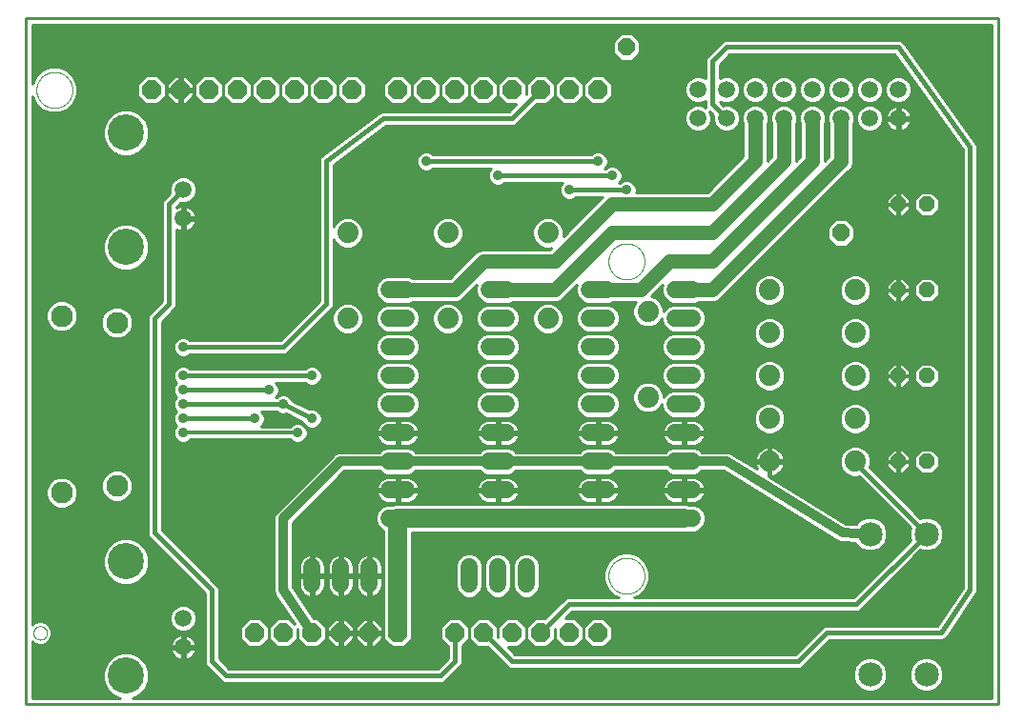
<source format=gbl>
G75*
%MOIN*%
%OFA0B0*%
%FSLAX25Y25*%
%IPPOS*%
%LPD*%
%AMOC8*
5,1,8,0,0,1.08239X$1,22.5*
%
%ADD10C,0.00000*%
%ADD11C,0.01000*%
%ADD12C,0.07677*%
%ADD13OC8,0.06600*%
%ADD14C,0.06000*%
%ADD15OC8,0.05200*%
%ADD16C,0.05937*%
%ADD17C,0.08500*%
%ADD18OC8,0.06000*%
%ADD19C,0.07400*%
%ADD20C,0.12661*%
%ADD21C,0.03562*%
%ADD22C,0.01600*%
%ADD23C,0.01200*%
%ADD24C,0.03200*%
%ADD25C,0.05000*%
%ADD26C,0.06600*%
D10*
X0079638Y0026500D02*
X0079640Y0026597D01*
X0079646Y0026694D01*
X0079656Y0026790D01*
X0079670Y0026886D01*
X0079688Y0026982D01*
X0079709Y0027076D01*
X0079735Y0027170D01*
X0079764Y0027262D01*
X0079798Y0027353D01*
X0079834Y0027443D01*
X0079875Y0027531D01*
X0079919Y0027617D01*
X0079967Y0027702D01*
X0080018Y0027784D01*
X0080072Y0027865D01*
X0080130Y0027943D01*
X0080191Y0028018D01*
X0080254Y0028091D01*
X0080321Y0028162D01*
X0080391Y0028229D01*
X0080463Y0028294D01*
X0080538Y0028355D01*
X0080616Y0028414D01*
X0080695Y0028469D01*
X0080777Y0028521D01*
X0080861Y0028569D01*
X0080947Y0028614D01*
X0081035Y0028656D01*
X0081124Y0028694D01*
X0081215Y0028728D01*
X0081307Y0028758D01*
X0081400Y0028785D01*
X0081495Y0028807D01*
X0081590Y0028826D01*
X0081686Y0028841D01*
X0081782Y0028852D01*
X0081879Y0028859D01*
X0081976Y0028862D01*
X0082073Y0028861D01*
X0082170Y0028856D01*
X0082266Y0028847D01*
X0082362Y0028834D01*
X0082458Y0028817D01*
X0082553Y0028796D01*
X0082646Y0028772D01*
X0082739Y0028743D01*
X0082831Y0028711D01*
X0082921Y0028675D01*
X0083009Y0028636D01*
X0083096Y0028592D01*
X0083181Y0028546D01*
X0083264Y0028495D01*
X0083345Y0028442D01*
X0083423Y0028385D01*
X0083500Y0028325D01*
X0083573Y0028262D01*
X0083644Y0028196D01*
X0083712Y0028127D01*
X0083778Y0028055D01*
X0083840Y0027981D01*
X0083899Y0027904D01*
X0083955Y0027825D01*
X0084008Y0027743D01*
X0084058Y0027660D01*
X0084103Y0027574D01*
X0084146Y0027487D01*
X0084185Y0027398D01*
X0084220Y0027308D01*
X0084251Y0027216D01*
X0084278Y0027123D01*
X0084302Y0027029D01*
X0084322Y0026934D01*
X0084338Y0026838D01*
X0084350Y0026742D01*
X0084358Y0026645D01*
X0084362Y0026548D01*
X0084362Y0026452D01*
X0084358Y0026355D01*
X0084350Y0026258D01*
X0084338Y0026162D01*
X0084322Y0026066D01*
X0084302Y0025971D01*
X0084278Y0025877D01*
X0084251Y0025784D01*
X0084220Y0025692D01*
X0084185Y0025602D01*
X0084146Y0025513D01*
X0084103Y0025426D01*
X0084058Y0025340D01*
X0084008Y0025257D01*
X0083955Y0025175D01*
X0083899Y0025096D01*
X0083840Y0025019D01*
X0083778Y0024945D01*
X0083712Y0024873D01*
X0083644Y0024804D01*
X0083573Y0024738D01*
X0083500Y0024675D01*
X0083423Y0024615D01*
X0083345Y0024558D01*
X0083264Y0024505D01*
X0083181Y0024454D01*
X0083096Y0024408D01*
X0083009Y0024364D01*
X0082921Y0024325D01*
X0082831Y0024289D01*
X0082739Y0024257D01*
X0082646Y0024228D01*
X0082553Y0024204D01*
X0082458Y0024183D01*
X0082362Y0024166D01*
X0082266Y0024153D01*
X0082170Y0024144D01*
X0082073Y0024139D01*
X0081976Y0024138D01*
X0081879Y0024141D01*
X0081782Y0024148D01*
X0081686Y0024159D01*
X0081590Y0024174D01*
X0081495Y0024193D01*
X0081400Y0024215D01*
X0081307Y0024242D01*
X0081215Y0024272D01*
X0081124Y0024306D01*
X0081035Y0024344D01*
X0080947Y0024386D01*
X0080861Y0024431D01*
X0080777Y0024479D01*
X0080695Y0024531D01*
X0080616Y0024586D01*
X0080538Y0024645D01*
X0080463Y0024706D01*
X0080391Y0024771D01*
X0080321Y0024838D01*
X0080254Y0024909D01*
X0080191Y0024982D01*
X0080130Y0025057D01*
X0080072Y0025135D01*
X0080018Y0025216D01*
X0079967Y0025298D01*
X0079919Y0025383D01*
X0079875Y0025469D01*
X0079834Y0025557D01*
X0079798Y0025647D01*
X0079764Y0025738D01*
X0079735Y0025830D01*
X0079709Y0025924D01*
X0079688Y0026018D01*
X0079670Y0026114D01*
X0079656Y0026210D01*
X0079646Y0026306D01*
X0079640Y0026403D01*
X0079638Y0026500D01*
X0280701Y0046500D02*
X0280703Y0046658D01*
X0280709Y0046816D01*
X0280719Y0046974D01*
X0280733Y0047132D01*
X0280751Y0047289D01*
X0280772Y0047446D01*
X0280798Y0047602D01*
X0280828Y0047758D01*
X0280861Y0047913D01*
X0280899Y0048066D01*
X0280940Y0048219D01*
X0280985Y0048371D01*
X0281034Y0048522D01*
X0281087Y0048671D01*
X0281143Y0048819D01*
X0281203Y0048965D01*
X0281267Y0049110D01*
X0281335Y0049253D01*
X0281406Y0049395D01*
X0281480Y0049535D01*
X0281558Y0049672D01*
X0281640Y0049808D01*
X0281724Y0049942D01*
X0281813Y0050073D01*
X0281904Y0050202D01*
X0281999Y0050329D01*
X0282096Y0050454D01*
X0282197Y0050576D01*
X0282301Y0050695D01*
X0282408Y0050812D01*
X0282518Y0050926D01*
X0282631Y0051037D01*
X0282746Y0051146D01*
X0282864Y0051251D01*
X0282985Y0051353D01*
X0283108Y0051453D01*
X0283234Y0051549D01*
X0283362Y0051642D01*
X0283492Y0051732D01*
X0283625Y0051818D01*
X0283760Y0051902D01*
X0283896Y0051981D01*
X0284035Y0052058D01*
X0284176Y0052130D01*
X0284318Y0052200D01*
X0284462Y0052265D01*
X0284608Y0052327D01*
X0284755Y0052385D01*
X0284904Y0052440D01*
X0285054Y0052491D01*
X0285205Y0052538D01*
X0285357Y0052581D01*
X0285510Y0052620D01*
X0285665Y0052656D01*
X0285820Y0052687D01*
X0285976Y0052715D01*
X0286132Y0052739D01*
X0286289Y0052759D01*
X0286447Y0052775D01*
X0286604Y0052787D01*
X0286763Y0052795D01*
X0286921Y0052799D01*
X0287079Y0052799D01*
X0287237Y0052795D01*
X0287396Y0052787D01*
X0287553Y0052775D01*
X0287711Y0052759D01*
X0287868Y0052739D01*
X0288024Y0052715D01*
X0288180Y0052687D01*
X0288335Y0052656D01*
X0288490Y0052620D01*
X0288643Y0052581D01*
X0288795Y0052538D01*
X0288946Y0052491D01*
X0289096Y0052440D01*
X0289245Y0052385D01*
X0289392Y0052327D01*
X0289538Y0052265D01*
X0289682Y0052200D01*
X0289824Y0052130D01*
X0289965Y0052058D01*
X0290104Y0051981D01*
X0290240Y0051902D01*
X0290375Y0051818D01*
X0290508Y0051732D01*
X0290638Y0051642D01*
X0290766Y0051549D01*
X0290892Y0051453D01*
X0291015Y0051353D01*
X0291136Y0051251D01*
X0291254Y0051146D01*
X0291369Y0051037D01*
X0291482Y0050926D01*
X0291592Y0050812D01*
X0291699Y0050695D01*
X0291803Y0050576D01*
X0291904Y0050454D01*
X0292001Y0050329D01*
X0292096Y0050202D01*
X0292187Y0050073D01*
X0292276Y0049942D01*
X0292360Y0049808D01*
X0292442Y0049672D01*
X0292520Y0049535D01*
X0292594Y0049395D01*
X0292665Y0049253D01*
X0292733Y0049110D01*
X0292797Y0048965D01*
X0292857Y0048819D01*
X0292913Y0048671D01*
X0292966Y0048522D01*
X0293015Y0048371D01*
X0293060Y0048219D01*
X0293101Y0048066D01*
X0293139Y0047913D01*
X0293172Y0047758D01*
X0293202Y0047602D01*
X0293228Y0047446D01*
X0293249Y0047289D01*
X0293267Y0047132D01*
X0293281Y0046974D01*
X0293291Y0046816D01*
X0293297Y0046658D01*
X0293299Y0046500D01*
X0293297Y0046342D01*
X0293291Y0046184D01*
X0293281Y0046026D01*
X0293267Y0045868D01*
X0293249Y0045711D01*
X0293228Y0045554D01*
X0293202Y0045398D01*
X0293172Y0045242D01*
X0293139Y0045087D01*
X0293101Y0044934D01*
X0293060Y0044781D01*
X0293015Y0044629D01*
X0292966Y0044478D01*
X0292913Y0044329D01*
X0292857Y0044181D01*
X0292797Y0044035D01*
X0292733Y0043890D01*
X0292665Y0043747D01*
X0292594Y0043605D01*
X0292520Y0043465D01*
X0292442Y0043328D01*
X0292360Y0043192D01*
X0292276Y0043058D01*
X0292187Y0042927D01*
X0292096Y0042798D01*
X0292001Y0042671D01*
X0291904Y0042546D01*
X0291803Y0042424D01*
X0291699Y0042305D01*
X0291592Y0042188D01*
X0291482Y0042074D01*
X0291369Y0041963D01*
X0291254Y0041854D01*
X0291136Y0041749D01*
X0291015Y0041647D01*
X0290892Y0041547D01*
X0290766Y0041451D01*
X0290638Y0041358D01*
X0290508Y0041268D01*
X0290375Y0041182D01*
X0290240Y0041098D01*
X0290104Y0041019D01*
X0289965Y0040942D01*
X0289824Y0040870D01*
X0289682Y0040800D01*
X0289538Y0040735D01*
X0289392Y0040673D01*
X0289245Y0040615D01*
X0289096Y0040560D01*
X0288946Y0040509D01*
X0288795Y0040462D01*
X0288643Y0040419D01*
X0288490Y0040380D01*
X0288335Y0040344D01*
X0288180Y0040313D01*
X0288024Y0040285D01*
X0287868Y0040261D01*
X0287711Y0040241D01*
X0287553Y0040225D01*
X0287396Y0040213D01*
X0287237Y0040205D01*
X0287079Y0040201D01*
X0286921Y0040201D01*
X0286763Y0040205D01*
X0286604Y0040213D01*
X0286447Y0040225D01*
X0286289Y0040241D01*
X0286132Y0040261D01*
X0285976Y0040285D01*
X0285820Y0040313D01*
X0285665Y0040344D01*
X0285510Y0040380D01*
X0285357Y0040419D01*
X0285205Y0040462D01*
X0285054Y0040509D01*
X0284904Y0040560D01*
X0284755Y0040615D01*
X0284608Y0040673D01*
X0284462Y0040735D01*
X0284318Y0040800D01*
X0284176Y0040870D01*
X0284035Y0040942D01*
X0283896Y0041019D01*
X0283760Y0041098D01*
X0283625Y0041182D01*
X0283492Y0041268D01*
X0283362Y0041358D01*
X0283234Y0041451D01*
X0283108Y0041547D01*
X0282985Y0041647D01*
X0282864Y0041749D01*
X0282746Y0041854D01*
X0282631Y0041963D01*
X0282518Y0042074D01*
X0282408Y0042188D01*
X0282301Y0042305D01*
X0282197Y0042424D01*
X0282096Y0042546D01*
X0281999Y0042671D01*
X0281904Y0042798D01*
X0281813Y0042927D01*
X0281724Y0043058D01*
X0281640Y0043192D01*
X0281558Y0043328D01*
X0281480Y0043465D01*
X0281406Y0043605D01*
X0281335Y0043747D01*
X0281267Y0043890D01*
X0281203Y0044035D01*
X0281143Y0044181D01*
X0281087Y0044329D01*
X0281034Y0044478D01*
X0280985Y0044629D01*
X0280940Y0044781D01*
X0280899Y0044934D01*
X0280861Y0045087D01*
X0280828Y0045242D01*
X0280798Y0045398D01*
X0280772Y0045554D01*
X0280751Y0045711D01*
X0280733Y0045868D01*
X0280719Y0046026D01*
X0280709Y0046184D01*
X0280703Y0046342D01*
X0280701Y0046500D01*
X0280701Y0156500D02*
X0280703Y0156658D01*
X0280709Y0156816D01*
X0280719Y0156974D01*
X0280733Y0157132D01*
X0280751Y0157289D01*
X0280772Y0157446D01*
X0280798Y0157602D01*
X0280828Y0157758D01*
X0280861Y0157913D01*
X0280899Y0158066D01*
X0280940Y0158219D01*
X0280985Y0158371D01*
X0281034Y0158522D01*
X0281087Y0158671D01*
X0281143Y0158819D01*
X0281203Y0158965D01*
X0281267Y0159110D01*
X0281335Y0159253D01*
X0281406Y0159395D01*
X0281480Y0159535D01*
X0281558Y0159672D01*
X0281640Y0159808D01*
X0281724Y0159942D01*
X0281813Y0160073D01*
X0281904Y0160202D01*
X0281999Y0160329D01*
X0282096Y0160454D01*
X0282197Y0160576D01*
X0282301Y0160695D01*
X0282408Y0160812D01*
X0282518Y0160926D01*
X0282631Y0161037D01*
X0282746Y0161146D01*
X0282864Y0161251D01*
X0282985Y0161353D01*
X0283108Y0161453D01*
X0283234Y0161549D01*
X0283362Y0161642D01*
X0283492Y0161732D01*
X0283625Y0161818D01*
X0283760Y0161902D01*
X0283896Y0161981D01*
X0284035Y0162058D01*
X0284176Y0162130D01*
X0284318Y0162200D01*
X0284462Y0162265D01*
X0284608Y0162327D01*
X0284755Y0162385D01*
X0284904Y0162440D01*
X0285054Y0162491D01*
X0285205Y0162538D01*
X0285357Y0162581D01*
X0285510Y0162620D01*
X0285665Y0162656D01*
X0285820Y0162687D01*
X0285976Y0162715D01*
X0286132Y0162739D01*
X0286289Y0162759D01*
X0286447Y0162775D01*
X0286604Y0162787D01*
X0286763Y0162795D01*
X0286921Y0162799D01*
X0287079Y0162799D01*
X0287237Y0162795D01*
X0287396Y0162787D01*
X0287553Y0162775D01*
X0287711Y0162759D01*
X0287868Y0162739D01*
X0288024Y0162715D01*
X0288180Y0162687D01*
X0288335Y0162656D01*
X0288490Y0162620D01*
X0288643Y0162581D01*
X0288795Y0162538D01*
X0288946Y0162491D01*
X0289096Y0162440D01*
X0289245Y0162385D01*
X0289392Y0162327D01*
X0289538Y0162265D01*
X0289682Y0162200D01*
X0289824Y0162130D01*
X0289965Y0162058D01*
X0290104Y0161981D01*
X0290240Y0161902D01*
X0290375Y0161818D01*
X0290508Y0161732D01*
X0290638Y0161642D01*
X0290766Y0161549D01*
X0290892Y0161453D01*
X0291015Y0161353D01*
X0291136Y0161251D01*
X0291254Y0161146D01*
X0291369Y0161037D01*
X0291482Y0160926D01*
X0291592Y0160812D01*
X0291699Y0160695D01*
X0291803Y0160576D01*
X0291904Y0160454D01*
X0292001Y0160329D01*
X0292096Y0160202D01*
X0292187Y0160073D01*
X0292276Y0159942D01*
X0292360Y0159808D01*
X0292442Y0159672D01*
X0292520Y0159535D01*
X0292594Y0159395D01*
X0292665Y0159253D01*
X0292733Y0159110D01*
X0292797Y0158965D01*
X0292857Y0158819D01*
X0292913Y0158671D01*
X0292966Y0158522D01*
X0293015Y0158371D01*
X0293060Y0158219D01*
X0293101Y0158066D01*
X0293139Y0157913D01*
X0293172Y0157758D01*
X0293202Y0157602D01*
X0293228Y0157446D01*
X0293249Y0157289D01*
X0293267Y0157132D01*
X0293281Y0156974D01*
X0293291Y0156816D01*
X0293297Y0156658D01*
X0293299Y0156500D01*
X0293297Y0156342D01*
X0293291Y0156184D01*
X0293281Y0156026D01*
X0293267Y0155868D01*
X0293249Y0155711D01*
X0293228Y0155554D01*
X0293202Y0155398D01*
X0293172Y0155242D01*
X0293139Y0155087D01*
X0293101Y0154934D01*
X0293060Y0154781D01*
X0293015Y0154629D01*
X0292966Y0154478D01*
X0292913Y0154329D01*
X0292857Y0154181D01*
X0292797Y0154035D01*
X0292733Y0153890D01*
X0292665Y0153747D01*
X0292594Y0153605D01*
X0292520Y0153465D01*
X0292442Y0153328D01*
X0292360Y0153192D01*
X0292276Y0153058D01*
X0292187Y0152927D01*
X0292096Y0152798D01*
X0292001Y0152671D01*
X0291904Y0152546D01*
X0291803Y0152424D01*
X0291699Y0152305D01*
X0291592Y0152188D01*
X0291482Y0152074D01*
X0291369Y0151963D01*
X0291254Y0151854D01*
X0291136Y0151749D01*
X0291015Y0151647D01*
X0290892Y0151547D01*
X0290766Y0151451D01*
X0290638Y0151358D01*
X0290508Y0151268D01*
X0290375Y0151182D01*
X0290240Y0151098D01*
X0290104Y0151019D01*
X0289965Y0150942D01*
X0289824Y0150870D01*
X0289682Y0150800D01*
X0289538Y0150735D01*
X0289392Y0150673D01*
X0289245Y0150615D01*
X0289096Y0150560D01*
X0288946Y0150509D01*
X0288795Y0150462D01*
X0288643Y0150419D01*
X0288490Y0150380D01*
X0288335Y0150344D01*
X0288180Y0150313D01*
X0288024Y0150285D01*
X0287868Y0150261D01*
X0287711Y0150241D01*
X0287553Y0150225D01*
X0287396Y0150213D01*
X0287237Y0150205D01*
X0287079Y0150201D01*
X0286921Y0150201D01*
X0286763Y0150205D01*
X0286604Y0150213D01*
X0286447Y0150225D01*
X0286289Y0150241D01*
X0286132Y0150261D01*
X0285976Y0150285D01*
X0285820Y0150313D01*
X0285665Y0150344D01*
X0285510Y0150380D01*
X0285357Y0150419D01*
X0285205Y0150462D01*
X0285054Y0150509D01*
X0284904Y0150560D01*
X0284755Y0150615D01*
X0284608Y0150673D01*
X0284462Y0150735D01*
X0284318Y0150800D01*
X0284176Y0150870D01*
X0284035Y0150942D01*
X0283896Y0151019D01*
X0283760Y0151098D01*
X0283625Y0151182D01*
X0283492Y0151268D01*
X0283362Y0151358D01*
X0283234Y0151451D01*
X0283108Y0151547D01*
X0282985Y0151647D01*
X0282864Y0151749D01*
X0282746Y0151854D01*
X0282631Y0151963D01*
X0282518Y0152074D01*
X0282408Y0152188D01*
X0282301Y0152305D01*
X0282197Y0152424D01*
X0282096Y0152546D01*
X0281999Y0152671D01*
X0281904Y0152798D01*
X0281813Y0152927D01*
X0281724Y0153058D01*
X0281640Y0153192D01*
X0281558Y0153328D01*
X0281480Y0153465D01*
X0281406Y0153605D01*
X0281335Y0153747D01*
X0281267Y0153890D01*
X0281203Y0154035D01*
X0281143Y0154181D01*
X0281087Y0154329D01*
X0281034Y0154478D01*
X0280985Y0154629D01*
X0280940Y0154781D01*
X0280899Y0154934D01*
X0280861Y0155087D01*
X0280828Y0155242D01*
X0280798Y0155398D01*
X0280772Y0155554D01*
X0280751Y0155711D01*
X0280733Y0155868D01*
X0280719Y0156026D01*
X0280709Y0156184D01*
X0280703Y0156342D01*
X0280701Y0156500D01*
X0080701Y0216500D02*
X0080703Y0216658D01*
X0080709Y0216816D01*
X0080719Y0216974D01*
X0080733Y0217132D01*
X0080751Y0217289D01*
X0080772Y0217446D01*
X0080798Y0217602D01*
X0080828Y0217758D01*
X0080861Y0217913D01*
X0080899Y0218066D01*
X0080940Y0218219D01*
X0080985Y0218371D01*
X0081034Y0218522D01*
X0081087Y0218671D01*
X0081143Y0218819D01*
X0081203Y0218965D01*
X0081267Y0219110D01*
X0081335Y0219253D01*
X0081406Y0219395D01*
X0081480Y0219535D01*
X0081558Y0219672D01*
X0081640Y0219808D01*
X0081724Y0219942D01*
X0081813Y0220073D01*
X0081904Y0220202D01*
X0081999Y0220329D01*
X0082096Y0220454D01*
X0082197Y0220576D01*
X0082301Y0220695D01*
X0082408Y0220812D01*
X0082518Y0220926D01*
X0082631Y0221037D01*
X0082746Y0221146D01*
X0082864Y0221251D01*
X0082985Y0221353D01*
X0083108Y0221453D01*
X0083234Y0221549D01*
X0083362Y0221642D01*
X0083492Y0221732D01*
X0083625Y0221818D01*
X0083760Y0221902D01*
X0083896Y0221981D01*
X0084035Y0222058D01*
X0084176Y0222130D01*
X0084318Y0222200D01*
X0084462Y0222265D01*
X0084608Y0222327D01*
X0084755Y0222385D01*
X0084904Y0222440D01*
X0085054Y0222491D01*
X0085205Y0222538D01*
X0085357Y0222581D01*
X0085510Y0222620D01*
X0085665Y0222656D01*
X0085820Y0222687D01*
X0085976Y0222715D01*
X0086132Y0222739D01*
X0086289Y0222759D01*
X0086447Y0222775D01*
X0086604Y0222787D01*
X0086763Y0222795D01*
X0086921Y0222799D01*
X0087079Y0222799D01*
X0087237Y0222795D01*
X0087396Y0222787D01*
X0087553Y0222775D01*
X0087711Y0222759D01*
X0087868Y0222739D01*
X0088024Y0222715D01*
X0088180Y0222687D01*
X0088335Y0222656D01*
X0088490Y0222620D01*
X0088643Y0222581D01*
X0088795Y0222538D01*
X0088946Y0222491D01*
X0089096Y0222440D01*
X0089245Y0222385D01*
X0089392Y0222327D01*
X0089538Y0222265D01*
X0089682Y0222200D01*
X0089824Y0222130D01*
X0089965Y0222058D01*
X0090104Y0221981D01*
X0090240Y0221902D01*
X0090375Y0221818D01*
X0090508Y0221732D01*
X0090638Y0221642D01*
X0090766Y0221549D01*
X0090892Y0221453D01*
X0091015Y0221353D01*
X0091136Y0221251D01*
X0091254Y0221146D01*
X0091369Y0221037D01*
X0091482Y0220926D01*
X0091592Y0220812D01*
X0091699Y0220695D01*
X0091803Y0220576D01*
X0091904Y0220454D01*
X0092001Y0220329D01*
X0092096Y0220202D01*
X0092187Y0220073D01*
X0092276Y0219942D01*
X0092360Y0219808D01*
X0092442Y0219672D01*
X0092520Y0219535D01*
X0092594Y0219395D01*
X0092665Y0219253D01*
X0092733Y0219110D01*
X0092797Y0218965D01*
X0092857Y0218819D01*
X0092913Y0218671D01*
X0092966Y0218522D01*
X0093015Y0218371D01*
X0093060Y0218219D01*
X0093101Y0218066D01*
X0093139Y0217913D01*
X0093172Y0217758D01*
X0093202Y0217602D01*
X0093228Y0217446D01*
X0093249Y0217289D01*
X0093267Y0217132D01*
X0093281Y0216974D01*
X0093291Y0216816D01*
X0093297Y0216658D01*
X0093299Y0216500D01*
X0093297Y0216342D01*
X0093291Y0216184D01*
X0093281Y0216026D01*
X0093267Y0215868D01*
X0093249Y0215711D01*
X0093228Y0215554D01*
X0093202Y0215398D01*
X0093172Y0215242D01*
X0093139Y0215087D01*
X0093101Y0214934D01*
X0093060Y0214781D01*
X0093015Y0214629D01*
X0092966Y0214478D01*
X0092913Y0214329D01*
X0092857Y0214181D01*
X0092797Y0214035D01*
X0092733Y0213890D01*
X0092665Y0213747D01*
X0092594Y0213605D01*
X0092520Y0213465D01*
X0092442Y0213328D01*
X0092360Y0213192D01*
X0092276Y0213058D01*
X0092187Y0212927D01*
X0092096Y0212798D01*
X0092001Y0212671D01*
X0091904Y0212546D01*
X0091803Y0212424D01*
X0091699Y0212305D01*
X0091592Y0212188D01*
X0091482Y0212074D01*
X0091369Y0211963D01*
X0091254Y0211854D01*
X0091136Y0211749D01*
X0091015Y0211647D01*
X0090892Y0211547D01*
X0090766Y0211451D01*
X0090638Y0211358D01*
X0090508Y0211268D01*
X0090375Y0211182D01*
X0090240Y0211098D01*
X0090104Y0211019D01*
X0089965Y0210942D01*
X0089824Y0210870D01*
X0089682Y0210800D01*
X0089538Y0210735D01*
X0089392Y0210673D01*
X0089245Y0210615D01*
X0089096Y0210560D01*
X0088946Y0210509D01*
X0088795Y0210462D01*
X0088643Y0210419D01*
X0088490Y0210380D01*
X0088335Y0210344D01*
X0088180Y0210313D01*
X0088024Y0210285D01*
X0087868Y0210261D01*
X0087711Y0210241D01*
X0087553Y0210225D01*
X0087396Y0210213D01*
X0087237Y0210205D01*
X0087079Y0210201D01*
X0086921Y0210201D01*
X0086763Y0210205D01*
X0086604Y0210213D01*
X0086447Y0210225D01*
X0086289Y0210241D01*
X0086132Y0210261D01*
X0085976Y0210285D01*
X0085820Y0210313D01*
X0085665Y0210344D01*
X0085510Y0210380D01*
X0085357Y0210419D01*
X0085205Y0210462D01*
X0085054Y0210509D01*
X0084904Y0210560D01*
X0084755Y0210615D01*
X0084608Y0210673D01*
X0084462Y0210735D01*
X0084318Y0210800D01*
X0084176Y0210870D01*
X0084035Y0210942D01*
X0083896Y0211019D01*
X0083760Y0211098D01*
X0083625Y0211182D01*
X0083492Y0211268D01*
X0083362Y0211358D01*
X0083234Y0211451D01*
X0083108Y0211547D01*
X0082985Y0211647D01*
X0082864Y0211749D01*
X0082746Y0211854D01*
X0082631Y0211963D01*
X0082518Y0212074D01*
X0082408Y0212188D01*
X0082301Y0212305D01*
X0082197Y0212424D01*
X0082096Y0212546D01*
X0081999Y0212671D01*
X0081904Y0212798D01*
X0081813Y0212927D01*
X0081724Y0213058D01*
X0081640Y0213192D01*
X0081558Y0213328D01*
X0081480Y0213465D01*
X0081406Y0213605D01*
X0081335Y0213747D01*
X0081267Y0213890D01*
X0081203Y0214035D01*
X0081143Y0214181D01*
X0081087Y0214329D01*
X0081034Y0214478D01*
X0080985Y0214629D01*
X0080940Y0214781D01*
X0080899Y0214934D01*
X0080861Y0215087D01*
X0080828Y0215242D01*
X0080798Y0215398D01*
X0080772Y0215554D01*
X0080751Y0215711D01*
X0080733Y0215868D01*
X0080719Y0216026D01*
X0080709Y0216184D01*
X0080703Y0216342D01*
X0080701Y0216500D01*
D11*
X0077000Y0001500D02*
X0417000Y0001500D01*
X0417000Y0241500D01*
X0077000Y0241500D01*
X0077000Y0001500D01*
X0079200Y0003700D02*
X0079200Y0023555D01*
X0079699Y0023056D01*
X0081192Y0022438D01*
X0082808Y0022438D01*
X0084301Y0023056D01*
X0085444Y0024199D01*
X0086062Y0025692D01*
X0086062Y0027308D01*
X0085444Y0028801D01*
X0084301Y0029944D01*
X0082808Y0030562D01*
X0081192Y0030562D01*
X0079699Y0029944D01*
X0079200Y0029445D01*
X0079200Y0214428D01*
X0080219Y0211969D01*
X0082469Y0209719D01*
X0085409Y0208501D01*
X0088591Y0208501D01*
X0091531Y0209719D01*
X0093781Y0211969D01*
X0094999Y0214909D01*
X0094999Y0218091D01*
X0093781Y0221031D01*
X0091531Y0223281D01*
X0088591Y0224499D01*
X0085409Y0224499D01*
X0082469Y0223281D01*
X0080219Y0221031D01*
X0079200Y0218572D01*
X0079200Y0239300D01*
X0414800Y0239300D01*
X0414800Y0003700D01*
X0114154Y0003700D01*
X0116549Y0004692D01*
X0118808Y0006951D01*
X0120031Y0009903D01*
X0120031Y0013097D01*
X0118808Y0016049D01*
X0116549Y0018308D01*
X0113597Y0019531D01*
X0110403Y0019531D01*
X0107451Y0018308D01*
X0105192Y0016049D01*
X0103969Y0013097D01*
X0103969Y0009903D01*
X0105192Y0006951D01*
X0107451Y0004692D01*
X0109846Y0003700D01*
X0079200Y0003700D01*
X0079200Y0004496D02*
X0107925Y0004496D01*
X0106649Y0005494D02*
X0079200Y0005494D01*
X0079200Y0006493D02*
X0105650Y0006493D01*
X0104968Y0007491D02*
X0079200Y0007491D01*
X0079200Y0008490D02*
X0104555Y0008490D01*
X0104141Y0009488D02*
X0079200Y0009488D01*
X0079200Y0010487D02*
X0103969Y0010487D01*
X0103969Y0011485D02*
X0079200Y0011485D01*
X0079200Y0012484D02*
X0103969Y0012484D01*
X0104129Y0013482D02*
X0079200Y0013482D01*
X0079200Y0014481D02*
X0104542Y0014481D01*
X0104956Y0015479D02*
X0079200Y0015479D01*
X0079200Y0016478D02*
X0105621Y0016478D01*
X0106619Y0017476D02*
X0079200Y0017476D01*
X0079200Y0018475D02*
X0107853Y0018475D01*
X0110264Y0019473D02*
X0079200Y0019473D01*
X0079200Y0020472D02*
X0127639Y0020472D01*
X0127642Y0020454D02*
X0127859Y0019785D01*
X0128178Y0019158D01*
X0128592Y0018589D01*
X0129089Y0018092D01*
X0129658Y0017678D01*
X0130285Y0017359D01*
X0130954Y0017142D01*
X0131516Y0017052D01*
X0131516Y0021016D01*
X0127552Y0021016D01*
X0127642Y0020454D01*
X0128018Y0019473D02*
X0113736Y0019473D01*
X0116147Y0018475D02*
X0128706Y0018475D01*
X0130054Y0017476D02*
X0117381Y0017476D01*
X0118379Y0016478D02*
X0139500Y0016478D01*
X0139500Y0016003D02*
X0139881Y0015084D01*
X0140584Y0014381D01*
X0144881Y0010084D01*
X0144881Y0010084D01*
X0145584Y0009381D01*
X0146503Y0009000D01*
X0222497Y0009000D01*
X0223416Y0009381D01*
X0224119Y0010084D01*
X0229119Y0015084D01*
X0229500Y0016003D01*
X0229500Y0021929D01*
X0232000Y0024429D01*
X0232000Y0028571D01*
X0229071Y0031500D01*
X0224929Y0031500D01*
X0222000Y0028571D01*
X0222000Y0024429D01*
X0224500Y0021929D01*
X0224500Y0017536D01*
X0220964Y0014000D01*
X0148036Y0014000D01*
X0144500Y0017536D01*
X0144500Y0041997D01*
X0144119Y0042916D01*
X0124500Y0062536D01*
X0124500Y0135464D01*
X0128416Y0139381D01*
X0129119Y0140084D01*
X0129500Y0141003D01*
X0129500Y0167793D01*
X0129658Y0167678D01*
X0130285Y0167359D01*
X0130954Y0167142D01*
X0131516Y0167052D01*
X0131516Y0171016D01*
X0132484Y0171016D01*
X0132484Y0167052D01*
X0133046Y0167142D01*
X0133715Y0167359D01*
X0134342Y0167678D01*
X0134911Y0168092D01*
X0135408Y0168589D01*
X0135822Y0169158D01*
X0136141Y0169785D01*
X0136358Y0170454D01*
X0136447Y0171016D01*
X0132484Y0171016D01*
X0132484Y0171984D01*
X0131516Y0171984D01*
X0131516Y0175947D01*
X0130954Y0175858D01*
X0130285Y0175641D01*
X0129658Y0175322D01*
X0129500Y0175207D01*
X0129500Y0175464D01*
X0130927Y0176891D01*
X0131071Y0176831D01*
X0132929Y0176831D01*
X0134644Y0177542D01*
X0135958Y0178855D01*
X0136668Y0180571D01*
X0136668Y0182429D01*
X0135958Y0184144D01*
X0134644Y0185458D01*
X0132929Y0186168D01*
X0131071Y0186168D01*
X0129355Y0185458D01*
X0128042Y0184144D01*
X0127331Y0182429D01*
X0127331Y0180571D01*
X0127391Y0180427D01*
X0124881Y0177916D01*
X0124500Y0176997D01*
X0124500Y0142536D01*
X0120584Y0138619D01*
X0120584Y0138619D01*
X0119881Y0137916D01*
X0119500Y0136997D01*
X0119500Y0061003D01*
X0119881Y0060084D01*
X0120584Y0059381D01*
X0139500Y0040464D01*
X0139500Y0016003D01*
X0139717Y0015479D02*
X0119044Y0015479D01*
X0119458Y0014481D02*
X0140484Y0014481D01*
X0140584Y0014381D02*
X0140584Y0014381D01*
X0141482Y0013482D02*
X0119871Y0013482D01*
X0120031Y0012484D02*
X0142481Y0012484D01*
X0143479Y0011485D02*
X0120031Y0011485D01*
X0120031Y0010487D02*
X0144478Y0010487D01*
X0145476Y0009488D02*
X0119859Y0009488D01*
X0119445Y0008490D02*
X0367147Y0008490D01*
X0367113Y0008523D02*
X0368787Y0006850D01*
X0370974Y0005944D01*
X0373341Y0005944D01*
X0375528Y0006850D01*
X0377202Y0008523D01*
X0378107Y0010710D01*
X0378107Y0013077D01*
X0377202Y0015264D01*
X0375528Y0016938D01*
X0373341Y0017844D01*
X0370974Y0017844D01*
X0368787Y0016938D01*
X0367113Y0015264D01*
X0366207Y0013077D01*
X0366207Y0010710D01*
X0367113Y0008523D01*
X0366714Y0009488D02*
X0223524Y0009488D01*
X0224522Y0010487D02*
X0366300Y0010487D01*
X0366207Y0011485D02*
X0225521Y0011485D01*
X0226519Y0012484D02*
X0366207Y0012484D01*
X0366375Y0013482D02*
X0227518Y0013482D01*
X0228516Y0014481D02*
X0245484Y0014481D01*
X0245584Y0014381D02*
X0246503Y0014000D01*
X0347497Y0014000D01*
X0348416Y0014381D01*
X0358036Y0024000D01*
X0396755Y0024000D01*
X0397003Y0023951D01*
X0397248Y0024000D01*
X0397497Y0024000D01*
X0397730Y0024097D01*
X0397978Y0024146D01*
X0398185Y0024285D01*
X0398416Y0024381D01*
X0398595Y0024559D01*
X0398804Y0024699D01*
X0398943Y0024907D01*
X0399119Y0025084D01*
X0399216Y0025317D01*
X0408943Y0039907D01*
X0409119Y0040084D01*
X0409216Y0040317D01*
X0409356Y0040527D01*
X0409404Y0040772D01*
X0409500Y0041003D01*
X0409500Y0041255D01*
X0409549Y0041503D01*
X0409500Y0041748D01*
X0409500Y0196293D01*
X0409548Y0196580D01*
X0409500Y0196786D01*
X0409500Y0196997D01*
X0409389Y0197266D01*
X0409323Y0197548D01*
X0409200Y0197721D01*
X0409119Y0197916D01*
X0408914Y0198121D01*
X0384200Y0232721D01*
X0384119Y0232916D01*
X0383914Y0233121D01*
X0383745Y0233358D01*
X0383566Y0233470D01*
X0383416Y0233619D01*
X0383148Y0233731D01*
X0382902Y0233884D01*
X0382693Y0233919D01*
X0382497Y0234000D01*
X0382207Y0234000D01*
X0381920Y0234048D01*
X0381714Y0234000D01*
X0321503Y0234000D01*
X0320584Y0233619D01*
X0315584Y0228619D01*
X0314881Y0227916D01*
X0314500Y0226997D01*
X0314500Y0220518D01*
X0312929Y0221168D01*
X0311071Y0221168D01*
X0309355Y0220458D01*
X0308042Y0219144D01*
X0307331Y0217429D01*
X0307331Y0215571D01*
X0308042Y0213855D01*
X0309355Y0212542D01*
X0311071Y0211831D01*
X0312929Y0211831D01*
X0314500Y0212482D01*
X0314500Y0211003D01*
X0314783Y0210319D01*
X0314644Y0210458D01*
X0312929Y0211168D01*
X0311071Y0211168D01*
X0309355Y0210458D01*
X0308042Y0209144D01*
X0307331Y0207429D01*
X0307331Y0205571D01*
X0308042Y0203855D01*
X0309355Y0202542D01*
X0311071Y0201831D01*
X0312929Y0201831D01*
X0314644Y0202542D01*
X0315958Y0203855D01*
X0316668Y0205571D01*
X0316668Y0207429D01*
X0316055Y0208909D01*
X0317391Y0207573D01*
X0317331Y0207429D01*
X0317331Y0205571D01*
X0318042Y0203855D01*
X0319355Y0202542D01*
X0321071Y0201831D01*
X0322929Y0201831D01*
X0324644Y0202542D01*
X0325958Y0203855D01*
X0326668Y0205571D01*
X0326668Y0207429D01*
X0325958Y0209144D01*
X0324644Y0210458D01*
X0322929Y0211168D01*
X0321071Y0211168D01*
X0320927Y0211109D01*
X0319591Y0212445D01*
X0321071Y0211831D01*
X0322929Y0211831D01*
X0324644Y0212542D01*
X0325958Y0213855D01*
X0326668Y0215571D01*
X0326668Y0217429D01*
X0325958Y0219144D01*
X0324644Y0220458D01*
X0322929Y0221168D01*
X0321071Y0221168D01*
X0319500Y0220518D01*
X0319500Y0225464D01*
X0323036Y0229000D01*
X0380713Y0229000D01*
X0404500Y0195699D01*
X0404500Y0042257D01*
X0395662Y0029000D01*
X0356503Y0029000D01*
X0355584Y0028619D01*
X0354881Y0027916D01*
X0345964Y0019000D01*
X0248036Y0019000D01*
X0245536Y0021500D01*
X0249071Y0021500D01*
X0252000Y0024429D01*
X0252000Y0028571D01*
X0249071Y0031500D01*
X0244929Y0031500D01*
X0242000Y0028571D01*
X0242000Y0025036D01*
X0242000Y0025036D01*
X0242000Y0028571D01*
X0239071Y0031500D01*
X0234929Y0031500D01*
X0232000Y0028571D01*
X0232000Y0024429D01*
X0234929Y0021500D01*
X0238464Y0021500D01*
X0244881Y0015084D01*
X0245584Y0014381D01*
X0244485Y0015479D02*
X0229283Y0015479D01*
X0229500Y0016478D02*
X0243487Y0016478D01*
X0242488Y0017476D02*
X0229500Y0017476D01*
X0229500Y0018475D02*
X0241490Y0018475D01*
X0240491Y0019473D02*
X0229500Y0019473D01*
X0229500Y0020472D02*
X0239493Y0020472D01*
X0238494Y0021470D02*
X0229500Y0021470D01*
X0230040Y0022469D02*
X0233960Y0022469D01*
X0232962Y0023467D02*
X0231038Y0023467D01*
X0232000Y0024466D02*
X0232000Y0024466D01*
X0232000Y0025464D02*
X0232000Y0025464D01*
X0232000Y0026463D02*
X0232000Y0026463D01*
X0232000Y0027461D02*
X0232000Y0027461D01*
X0232000Y0028460D02*
X0232000Y0028460D01*
X0231113Y0029458D02*
X0232887Y0029458D01*
X0233886Y0030457D02*
X0230114Y0030457D01*
X0229116Y0031455D02*
X0234884Y0031455D01*
X0239116Y0031455D02*
X0244884Y0031455D01*
X0243886Y0030457D02*
X0240114Y0030457D01*
X0241113Y0029458D02*
X0242887Y0029458D01*
X0242000Y0028460D02*
X0242000Y0028460D01*
X0242000Y0027461D02*
X0242000Y0027461D01*
X0242000Y0026463D02*
X0242000Y0026463D01*
X0242000Y0025464D02*
X0242000Y0025464D01*
X0245565Y0021470D02*
X0348435Y0021470D01*
X0349433Y0022469D02*
X0280040Y0022469D01*
X0279071Y0021500D02*
X0274929Y0021500D01*
X0272000Y0024429D01*
X0272000Y0028571D01*
X0274929Y0031500D01*
X0279071Y0031500D01*
X0282000Y0028571D01*
X0282000Y0024429D01*
X0279071Y0021500D01*
X0281038Y0023467D02*
X0350432Y0023467D01*
X0351430Y0024466D02*
X0282000Y0024466D01*
X0282000Y0025464D02*
X0352429Y0025464D01*
X0353427Y0026463D02*
X0282000Y0026463D01*
X0282000Y0027461D02*
X0354426Y0027461D01*
X0355424Y0028460D02*
X0282000Y0028460D01*
X0281113Y0029458D02*
X0395968Y0029458D01*
X0396633Y0030457D02*
X0280114Y0030457D01*
X0279116Y0031455D02*
X0397299Y0031455D01*
X0397965Y0032454D02*
X0266489Y0032454D01*
X0265536Y0031500D02*
X0268036Y0034000D01*
X0367734Y0034000D01*
X0368652Y0034381D01*
X0389789Y0055517D01*
X0390659Y0055156D01*
X0393026Y0055156D01*
X0395213Y0056062D01*
X0396887Y0057736D01*
X0397793Y0059923D01*
X0397793Y0062290D01*
X0396887Y0064477D01*
X0395213Y0066150D01*
X0393026Y0067056D01*
X0390659Y0067056D01*
X0389789Y0066696D01*
X0372007Y0084477D01*
X0372400Y0085426D01*
X0372400Y0087574D01*
X0371578Y0089559D01*
X0370059Y0091078D01*
X0368074Y0091900D01*
X0365926Y0091900D01*
X0363941Y0091078D01*
X0362422Y0089559D01*
X0361600Y0087574D01*
X0361600Y0085426D01*
X0362422Y0083441D01*
X0363941Y0081922D01*
X0365926Y0081100D01*
X0368074Y0081100D01*
X0368243Y0081170D01*
X0386253Y0063160D01*
X0385893Y0062290D01*
X0385893Y0059923D01*
X0386253Y0059052D01*
X0366201Y0039000D01*
X0289796Y0039000D01*
X0291531Y0039719D01*
X0293781Y0041969D01*
X0294999Y0044909D01*
X0294999Y0048091D01*
X0293781Y0051031D01*
X0291531Y0053281D01*
X0288591Y0054499D01*
X0285409Y0054499D01*
X0282469Y0053281D01*
X0280219Y0051031D01*
X0279001Y0048091D01*
X0279001Y0044909D01*
X0280219Y0041969D01*
X0282469Y0039719D01*
X0284204Y0039000D01*
X0266503Y0039000D01*
X0265584Y0038619D01*
X0264881Y0037916D01*
X0258464Y0031500D01*
X0254929Y0031500D01*
X0252000Y0028571D01*
X0252000Y0024429D01*
X0254929Y0021500D01*
X0259071Y0021500D01*
X0262000Y0024429D01*
X0264929Y0021500D01*
X0269071Y0021500D01*
X0272000Y0024429D01*
X0272000Y0028571D01*
X0269071Y0031500D01*
X0265536Y0031500D01*
X0267488Y0033452D02*
X0398630Y0033452D01*
X0399296Y0034451D02*
X0368723Y0034451D01*
X0369721Y0035449D02*
X0399962Y0035449D01*
X0400627Y0036448D02*
X0370720Y0036448D01*
X0371718Y0037446D02*
X0401293Y0037446D01*
X0401959Y0038445D02*
X0372717Y0038445D01*
X0373715Y0039443D02*
X0402624Y0039443D01*
X0403290Y0040442D02*
X0374714Y0040442D01*
X0375712Y0041440D02*
X0403956Y0041440D01*
X0404500Y0042439D02*
X0376711Y0042439D01*
X0377709Y0043437D02*
X0404500Y0043437D01*
X0404500Y0044436D02*
X0378708Y0044436D01*
X0379706Y0045434D02*
X0404500Y0045434D01*
X0404500Y0046433D02*
X0380705Y0046433D01*
X0381703Y0047432D02*
X0404500Y0047432D01*
X0404500Y0048430D02*
X0382702Y0048430D01*
X0383700Y0049429D02*
X0404500Y0049429D01*
X0404500Y0050427D02*
X0384699Y0050427D01*
X0385697Y0051426D02*
X0404500Y0051426D01*
X0404500Y0052424D02*
X0386696Y0052424D01*
X0387694Y0053423D02*
X0404500Y0053423D01*
X0404500Y0054421D02*
X0388693Y0054421D01*
X0389691Y0055420D02*
X0390023Y0055420D01*
X0393662Y0055420D02*
X0404500Y0055420D01*
X0404500Y0056418D02*
X0395569Y0056418D01*
X0396567Y0057417D02*
X0404500Y0057417D01*
X0404500Y0058415D02*
X0397168Y0058415D01*
X0397582Y0059414D02*
X0404500Y0059414D01*
X0404500Y0060412D02*
X0397793Y0060412D01*
X0397793Y0061411D02*
X0404500Y0061411D01*
X0404500Y0062409D02*
X0397743Y0062409D01*
X0397329Y0063408D02*
X0404500Y0063408D01*
X0404500Y0064406D02*
X0396916Y0064406D01*
X0395959Y0065405D02*
X0404500Y0065405D01*
X0404500Y0066403D02*
X0394603Y0066403D01*
X0389083Y0067402D02*
X0404500Y0067402D01*
X0404500Y0068400D02*
X0388084Y0068400D01*
X0387086Y0069399D02*
X0404500Y0069399D01*
X0404500Y0070397D02*
X0386087Y0070397D01*
X0385089Y0071396D02*
X0404500Y0071396D01*
X0404500Y0072394D02*
X0384090Y0072394D01*
X0383092Y0073393D02*
X0404500Y0073393D01*
X0404500Y0074391D02*
X0382093Y0074391D01*
X0381094Y0075390D02*
X0404500Y0075390D01*
X0404500Y0076388D02*
X0380096Y0076388D01*
X0379097Y0077387D02*
X0404500Y0077387D01*
X0404500Y0078385D02*
X0378099Y0078385D01*
X0377100Y0079384D02*
X0404500Y0079384D01*
X0404500Y0080382D02*
X0376102Y0080382D01*
X0375103Y0081381D02*
X0404500Y0081381D01*
X0404500Y0082379D02*
X0393961Y0082379D01*
X0393781Y0082200D02*
X0396300Y0084719D01*
X0396300Y0088281D01*
X0393781Y0090800D01*
X0390219Y0090800D01*
X0387700Y0088281D01*
X0387700Y0084719D01*
X0390219Y0082200D01*
X0393781Y0082200D01*
X0394959Y0083378D02*
X0404500Y0083378D01*
X0404500Y0084376D02*
X0395958Y0084376D01*
X0396300Y0085375D02*
X0404500Y0085375D01*
X0404500Y0086373D02*
X0396300Y0086373D01*
X0396300Y0087372D02*
X0404500Y0087372D01*
X0404500Y0088370D02*
X0396211Y0088370D01*
X0395212Y0089369D02*
X0404500Y0089369D01*
X0404500Y0090368D02*
X0394214Y0090368D01*
X0389786Y0090368D02*
X0383931Y0090368D01*
X0383698Y0090600D02*
X0382300Y0090600D01*
X0382300Y0086800D01*
X0386100Y0086800D01*
X0386100Y0088198D01*
X0383698Y0090600D01*
X0382300Y0090368D02*
X0381700Y0090368D01*
X0381700Y0090600D02*
X0380302Y0090600D01*
X0377900Y0088198D01*
X0377900Y0086800D01*
X0381700Y0086800D01*
X0381700Y0090600D01*
X0381700Y0089369D02*
X0382300Y0089369D01*
X0382300Y0088370D02*
X0381700Y0088370D01*
X0381700Y0087372D02*
X0382300Y0087372D01*
X0382300Y0086800D02*
X0381700Y0086800D01*
X0381700Y0086200D01*
X0382300Y0086200D01*
X0382300Y0086800D01*
X0382300Y0086373D02*
X0387700Y0086373D01*
X0387700Y0085375D02*
X0386100Y0085375D01*
X0386100Y0084802D02*
X0386100Y0086200D01*
X0382300Y0086200D01*
X0382300Y0082400D01*
X0383698Y0082400D01*
X0386100Y0084802D01*
X0385675Y0084376D02*
X0388042Y0084376D01*
X0389041Y0083378D02*
X0384676Y0083378D01*
X0382300Y0083378D02*
X0381700Y0083378D01*
X0381700Y0082400D02*
X0380302Y0082400D01*
X0377900Y0084802D01*
X0377900Y0086200D01*
X0381700Y0086200D01*
X0381700Y0082400D01*
X0381700Y0084376D02*
X0382300Y0084376D01*
X0382300Y0085375D02*
X0381700Y0085375D01*
X0381700Y0086373D02*
X0372400Y0086373D01*
X0372379Y0085375D02*
X0377900Y0085375D01*
X0378325Y0084376D02*
X0372108Y0084376D01*
X0373106Y0083378D02*
X0379324Y0083378D01*
X0377900Y0087372D02*
X0372400Y0087372D01*
X0372070Y0088370D02*
X0378072Y0088370D01*
X0379071Y0089369D02*
X0371657Y0089369D01*
X0370769Y0090368D02*
X0380069Y0090368D01*
X0384929Y0089369D02*
X0388788Y0089369D01*
X0387789Y0088370D02*
X0385928Y0088370D01*
X0386100Y0087372D02*
X0387700Y0087372D01*
X0390039Y0082379D02*
X0374105Y0082379D01*
X0371028Y0078385D02*
X0341451Y0078385D01*
X0343070Y0077387D02*
X0372026Y0077387D01*
X0373025Y0076388D02*
X0344690Y0076388D01*
X0346309Y0075390D02*
X0374023Y0075390D01*
X0375022Y0074391D02*
X0347929Y0074391D01*
X0349549Y0073393D02*
X0376020Y0073393D01*
X0377019Y0072394D02*
X0351168Y0072394D01*
X0352788Y0071396D02*
X0378017Y0071396D01*
X0379016Y0070397D02*
X0354408Y0070397D01*
X0356027Y0069399D02*
X0380015Y0069399D01*
X0381013Y0068400D02*
X0357647Y0068400D01*
X0359266Y0067402D02*
X0382012Y0067402D01*
X0383010Y0066403D02*
X0374918Y0066403D01*
X0375528Y0066150D02*
X0373341Y0067056D01*
X0370974Y0067056D01*
X0368787Y0066150D01*
X0367247Y0064610D01*
X0363548Y0064762D01*
X0336614Y0081367D01*
X0336614Y0086114D01*
X0331800Y0086114D01*
X0331800Y0086091D01*
X0331928Y0085282D01*
X0332181Y0084504D01*
X0332481Y0083915D01*
X0324060Y0089106D01*
X0323869Y0089298D01*
X0323507Y0089448D01*
X0323173Y0089654D01*
X0322906Y0089697D01*
X0322656Y0089800D01*
X0322264Y0089800D01*
X0321877Y0089862D01*
X0321614Y0089800D01*
X0313347Y0089800D01*
X0312662Y0090484D01*
X0310935Y0091200D01*
X0303065Y0091200D01*
X0301338Y0090484D01*
X0300653Y0089800D01*
X0283347Y0089800D01*
X0282662Y0090484D01*
X0280935Y0091200D01*
X0273065Y0091200D01*
X0271338Y0090484D01*
X0270653Y0089800D01*
X0248347Y0089800D01*
X0247662Y0090484D01*
X0245935Y0091200D01*
X0238065Y0091200D01*
X0236338Y0090484D01*
X0235653Y0089800D01*
X0213347Y0089800D01*
X0212662Y0090484D01*
X0210935Y0091200D01*
X0203065Y0091200D01*
X0201338Y0090484D01*
X0200653Y0089800D01*
X0186344Y0089800D01*
X0185131Y0089298D01*
X0184202Y0088369D01*
X0164202Y0068369D01*
X0163700Y0067156D01*
X0163700Y0041827D01*
X0163635Y0041504D01*
X0163700Y0041177D01*
X0163700Y0040844D01*
X0163826Y0040539D01*
X0163890Y0040216D01*
X0164075Y0039938D01*
X0164202Y0039631D01*
X0164435Y0039398D01*
X0170960Y0029611D01*
X0169071Y0031500D01*
X0164929Y0031500D01*
X0162000Y0028571D01*
X0159071Y0031500D01*
X0154929Y0031500D01*
X0152000Y0028571D01*
X0152000Y0024429D01*
X0154929Y0021500D01*
X0159071Y0021500D01*
X0162000Y0024429D01*
X0162000Y0028571D01*
X0162000Y0024429D01*
X0164929Y0021500D01*
X0169071Y0021500D01*
X0172000Y0024429D01*
X0174929Y0021500D01*
X0179071Y0021500D01*
X0182000Y0024429D01*
X0182000Y0028571D01*
X0179071Y0031500D01*
X0177633Y0031500D01*
X0170300Y0042499D01*
X0170300Y0065133D01*
X0188367Y0083200D01*
X0200653Y0083200D01*
X0201338Y0082516D01*
X0203065Y0081800D01*
X0210935Y0081800D01*
X0212662Y0082516D01*
X0213347Y0083200D01*
X0235653Y0083200D01*
X0236338Y0082516D01*
X0238065Y0081800D01*
X0245935Y0081800D01*
X0247662Y0082516D01*
X0248347Y0083200D01*
X0270653Y0083200D01*
X0271338Y0082516D01*
X0273065Y0081800D01*
X0280935Y0081800D01*
X0282662Y0082516D01*
X0283347Y0083200D01*
X0300653Y0083200D01*
X0301338Y0082516D01*
X0303065Y0081800D01*
X0310935Y0081800D01*
X0312662Y0082516D01*
X0313347Y0083200D01*
X0321065Y0083200D01*
X0360432Y0058930D01*
X0360569Y0058781D01*
X0360986Y0058588D01*
X0361378Y0058346D01*
X0361577Y0058314D01*
X0361760Y0058230D01*
X0362220Y0058211D01*
X0362674Y0058138D01*
X0362870Y0058184D01*
X0366998Y0058015D01*
X0367113Y0057736D01*
X0368787Y0056062D01*
X0370974Y0055156D01*
X0373341Y0055156D01*
X0375528Y0056062D01*
X0377202Y0057736D01*
X0378107Y0059923D01*
X0378107Y0062290D01*
X0377202Y0064477D01*
X0375528Y0066150D01*
X0376274Y0065405D02*
X0384009Y0065405D01*
X0385007Y0064406D02*
X0377231Y0064406D01*
X0377644Y0063408D02*
X0386006Y0063408D01*
X0385942Y0062409D02*
X0378058Y0062409D01*
X0378107Y0061411D02*
X0385893Y0061411D01*
X0385893Y0060412D02*
X0378107Y0060412D01*
X0377897Y0059414D02*
X0386103Y0059414D01*
X0385616Y0058415D02*
X0377483Y0058415D01*
X0376882Y0057417D02*
X0384617Y0057417D01*
X0383619Y0056418D02*
X0375884Y0056418D01*
X0373977Y0055420D02*
X0382620Y0055420D01*
X0381622Y0054421D02*
X0288780Y0054421D01*
X0291190Y0053423D02*
X0380623Y0053423D01*
X0379625Y0052424D02*
X0292389Y0052424D01*
X0293387Y0051426D02*
X0378626Y0051426D01*
X0377628Y0050427D02*
X0294032Y0050427D01*
X0294445Y0049429D02*
X0376629Y0049429D01*
X0375631Y0048430D02*
X0294859Y0048430D01*
X0294999Y0047432D02*
X0374632Y0047432D01*
X0373634Y0046433D02*
X0294999Y0046433D01*
X0294999Y0045434D02*
X0372635Y0045434D01*
X0371637Y0044436D02*
X0294803Y0044436D01*
X0294390Y0043437D02*
X0370638Y0043437D01*
X0369640Y0042439D02*
X0293976Y0042439D01*
X0293253Y0041440D02*
X0368641Y0041440D01*
X0367643Y0040442D02*
X0292255Y0040442D01*
X0290867Y0039443D02*
X0366644Y0039443D01*
X0370338Y0055420D02*
X0212000Y0055420D01*
X0212000Y0056418D02*
X0368431Y0056418D01*
X0367433Y0057417D02*
X0212000Y0057417D01*
X0212000Y0058415D02*
X0361267Y0058415D01*
X0359647Y0059414D02*
X0212000Y0059414D01*
X0212000Y0060412D02*
X0358027Y0060412D01*
X0356408Y0061411D02*
X0212000Y0061411D01*
X0212000Y0061500D02*
X0307995Y0061500D01*
X0308719Y0061800D01*
X0310935Y0061800D01*
X0312662Y0062516D01*
X0313984Y0063838D01*
X0314700Y0065565D01*
X0314700Y0067435D01*
X0313984Y0069162D01*
X0312662Y0070484D01*
X0310935Y0071200D01*
X0308719Y0071200D01*
X0307995Y0071500D01*
X0206005Y0071500D01*
X0205281Y0071200D01*
X0203065Y0071200D01*
X0201338Y0070484D01*
X0200016Y0069162D01*
X0199300Y0067435D01*
X0199300Y0065565D01*
X0200016Y0063838D01*
X0201338Y0062516D01*
X0202000Y0062241D01*
X0202000Y0024429D01*
X0202761Y0023668D01*
X0202761Y0023668D01*
X0204168Y0022261D01*
X0204929Y0021500D01*
X0209071Y0021500D01*
X0209832Y0022261D01*
X0209832Y0022261D01*
X0211239Y0023668D01*
X0212000Y0024429D01*
X0212000Y0061500D01*
X0202000Y0061411D02*
X0170300Y0061411D01*
X0170300Y0062409D02*
X0201594Y0062409D01*
X0200445Y0063408D02*
X0170300Y0063408D01*
X0170300Y0064406D02*
X0199780Y0064406D01*
X0199366Y0065405D02*
X0170572Y0065405D01*
X0171570Y0066403D02*
X0199300Y0066403D01*
X0199300Y0067402D02*
X0172569Y0067402D01*
X0173567Y0068400D02*
X0199700Y0068400D01*
X0200252Y0069399D02*
X0174566Y0069399D01*
X0175564Y0070397D02*
X0201250Y0070397D01*
X0202273Y0072330D02*
X0202946Y0072111D01*
X0203646Y0072000D01*
X0206500Y0072000D01*
X0206500Y0076000D01*
X0207500Y0076000D01*
X0207500Y0077000D01*
X0206500Y0077000D01*
X0206500Y0081000D01*
X0203646Y0081000D01*
X0202946Y0080889D01*
X0202273Y0080670D01*
X0201641Y0080349D01*
X0201068Y0079932D01*
X0200568Y0079432D01*
X0200151Y0078859D01*
X0199830Y0078227D01*
X0199611Y0077554D01*
X0199523Y0077000D01*
X0206500Y0077000D01*
X0206500Y0076000D01*
X0199523Y0076000D01*
X0199611Y0075446D01*
X0199830Y0074773D01*
X0200151Y0074141D01*
X0200568Y0073568D01*
X0201068Y0073068D01*
X0201641Y0072651D01*
X0202273Y0072330D01*
X0202146Y0072394D02*
X0177561Y0072394D01*
X0176563Y0071396D02*
X0205754Y0071396D01*
X0206500Y0072394D02*
X0207500Y0072394D01*
X0207500Y0072000D02*
X0210354Y0072000D01*
X0211054Y0072111D01*
X0211727Y0072330D01*
X0212359Y0072651D01*
X0212932Y0073068D01*
X0213432Y0073568D01*
X0213849Y0074141D01*
X0214170Y0074773D01*
X0214389Y0075446D01*
X0214477Y0076000D01*
X0207500Y0076000D01*
X0207500Y0072000D01*
X0207500Y0073393D02*
X0206500Y0073393D01*
X0206500Y0074391D02*
X0207500Y0074391D01*
X0207500Y0075390D02*
X0206500Y0075390D01*
X0206500Y0076388D02*
X0181555Y0076388D01*
X0180557Y0075390D02*
X0199629Y0075390D01*
X0200024Y0074391D02*
X0179558Y0074391D01*
X0178560Y0073393D02*
X0200743Y0073393D01*
X0199584Y0077387D02*
X0182554Y0077387D01*
X0183552Y0078385D02*
X0199910Y0078385D01*
X0200533Y0079384D02*
X0184551Y0079384D01*
X0185549Y0080382D02*
X0201708Y0080382D01*
X0201666Y0082379D02*
X0187546Y0082379D01*
X0186548Y0081381D02*
X0324015Y0081381D01*
X0322396Y0082379D02*
X0312334Y0082379D01*
X0311727Y0080670D02*
X0311054Y0080889D01*
X0310354Y0081000D01*
X0307500Y0081000D01*
X0307500Y0077000D01*
X0306500Y0077000D01*
X0306500Y0081000D01*
X0303646Y0081000D01*
X0302946Y0080889D01*
X0302273Y0080670D01*
X0301641Y0080349D01*
X0301068Y0079932D01*
X0300568Y0079432D01*
X0300151Y0078859D01*
X0299830Y0078227D01*
X0299611Y0077554D01*
X0299523Y0077000D01*
X0306500Y0077000D01*
X0306500Y0076000D01*
X0307500Y0076000D01*
X0307500Y0077000D01*
X0314477Y0077000D01*
X0314389Y0077554D01*
X0314170Y0078227D01*
X0313849Y0078859D01*
X0313432Y0079432D01*
X0312932Y0079932D01*
X0312359Y0080349D01*
X0311727Y0080670D01*
X0312292Y0080382D02*
X0325635Y0080382D01*
X0327254Y0079384D02*
X0313467Y0079384D01*
X0314090Y0078385D02*
X0328874Y0078385D01*
X0330494Y0077387D02*
X0314416Y0077387D01*
X0314477Y0076000D02*
X0307500Y0076000D01*
X0307500Y0072000D01*
X0310354Y0072000D01*
X0311054Y0072111D01*
X0311727Y0072330D01*
X0312359Y0072651D01*
X0312932Y0073068D01*
X0313432Y0073568D01*
X0313849Y0074141D01*
X0314170Y0074773D01*
X0314389Y0075446D01*
X0314477Y0076000D01*
X0314371Y0075390D02*
X0333733Y0075390D01*
X0332113Y0076388D02*
X0307500Y0076388D01*
X0307500Y0075390D02*
X0306500Y0075390D01*
X0306500Y0076000D02*
X0306500Y0072000D01*
X0303646Y0072000D01*
X0302946Y0072111D01*
X0302273Y0072330D01*
X0301641Y0072651D01*
X0301068Y0073068D01*
X0300568Y0073568D01*
X0300151Y0074141D01*
X0299830Y0074773D01*
X0299611Y0075446D01*
X0299523Y0076000D01*
X0306500Y0076000D01*
X0306500Y0076388D02*
X0277500Y0076388D01*
X0277500Y0076000D02*
X0277500Y0077000D01*
X0276500Y0077000D01*
X0276500Y0081000D01*
X0273646Y0081000D01*
X0272946Y0080889D01*
X0272273Y0080670D01*
X0271641Y0080349D01*
X0271068Y0079932D01*
X0270568Y0079432D01*
X0270151Y0078859D01*
X0269830Y0078227D01*
X0269611Y0077554D01*
X0269523Y0077000D01*
X0276500Y0077000D01*
X0276500Y0076000D01*
X0277500Y0076000D01*
X0284477Y0076000D01*
X0284389Y0075446D01*
X0284170Y0074773D01*
X0283849Y0074141D01*
X0283432Y0073568D01*
X0282932Y0073068D01*
X0282359Y0072651D01*
X0281727Y0072330D01*
X0281054Y0072111D01*
X0280354Y0072000D01*
X0277500Y0072000D01*
X0277500Y0076000D01*
X0277500Y0075390D02*
X0276500Y0075390D01*
X0276500Y0076000D02*
X0276500Y0072000D01*
X0273646Y0072000D01*
X0272946Y0072111D01*
X0272273Y0072330D01*
X0271641Y0072651D01*
X0271068Y0073068D01*
X0270568Y0073568D01*
X0270151Y0074141D01*
X0269830Y0074773D01*
X0269611Y0075446D01*
X0269523Y0076000D01*
X0276500Y0076000D01*
X0276500Y0076388D02*
X0242500Y0076388D01*
X0242500Y0076000D02*
X0242500Y0077000D01*
X0241500Y0077000D01*
X0241500Y0081000D01*
X0238646Y0081000D01*
X0237946Y0080889D01*
X0237273Y0080670D01*
X0236641Y0080349D01*
X0236068Y0079932D01*
X0235568Y0079432D01*
X0235151Y0078859D01*
X0234830Y0078227D01*
X0234611Y0077554D01*
X0234523Y0077000D01*
X0241500Y0077000D01*
X0241500Y0076000D01*
X0242500Y0076000D01*
X0249477Y0076000D01*
X0249389Y0075446D01*
X0249170Y0074773D01*
X0248849Y0074141D01*
X0248432Y0073568D01*
X0247932Y0073068D01*
X0247359Y0072651D01*
X0246727Y0072330D01*
X0246054Y0072111D01*
X0245354Y0072000D01*
X0242500Y0072000D01*
X0242500Y0076000D01*
X0242500Y0075390D02*
X0241500Y0075390D01*
X0241500Y0076000D02*
X0241500Y0072000D01*
X0238646Y0072000D01*
X0237946Y0072111D01*
X0237273Y0072330D01*
X0236641Y0072651D01*
X0236068Y0073068D01*
X0235568Y0073568D01*
X0235151Y0074141D01*
X0234830Y0074773D01*
X0234611Y0075446D01*
X0234523Y0076000D01*
X0241500Y0076000D01*
X0241500Y0076388D02*
X0207500Y0076388D01*
X0207500Y0077000D02*
X0214477Y0077000D01*
X0214389Y0077554D01*
X0214170Y0078227D01*
X0213849Y0078859D01*
X0213432Y0079432D01*
X0212932Y0079932D01*
X0212359Y0080349D01*
X0211727Y0080670D01*
X0211054Y0080889D01*
X0210354Y0081000D01*
X0207500Y0081000D01*
X0207500Y0077000D01*
X0207500Y0077387D02*
X0206500Y0077387D01*
X0206500Y0078385D02*
X0207500Y0078385D01*
X0207500Y0079384D02*
X0206500Y0079384D01*
X0206500Y0080382D02*
X0207500Y0080382D01*
X0212292Y0080382D02*
X0236708Y0080382D01*
X0235533Y0079384D02*
X0213467Y0079384D01*
X0214090Y0078385D02*
X0234910Y0078385D01*
X0234584Y0077387D02*
X0214416Y0077387D01*
X0214371Y0075390D02*
X0234629Y0075390D01*
X0235024Y0074391D02*
X0213976Y0074391D01*
X0213257Y0073393D02*
X0235743Y0073393D01*
X0237146Y0072394D02*
X0211854Y0072394D01*
X0212334Y0082379D02*
X0236666Y0082379D01*
X0241500Y0080382D02*
X0242500Y0080382D01*
X0242500Y0081000D02*
X0242500Y0077000D01*
X0249477Y0077000D01*
X0249389Y0077554D01*
X0249170Y0078227D01*
X0248849Y0078859D01*
X0248432Y0079432D01*
X0247932Y0079932D01*
X0247359Y0080349D01*
X0246727Y0080670D01*
X0246054Y0080889D01*
X0245354Y0081000D01*
X0242500Y0081000D01*
X0242500Y0079384D02*
X0241500Y0079384D01*
X0241500Y0078385D02*
X0242500Y0078385D01*
X0242500Y0077387D02*
X0241500Y0077387D01*
X0241500Y0074391D02*
X0242500Y0074391D01*
X0242500Y0073393D02*
X0241500Y0073393D01*
X0241500Y0072394D02*
X0242500Y0072394D01*
X0246854Y0072394D02*
X0272146Y0072394D01*
X0270743Y0073393D02*
X0248257Y0073393D01*
X0248976Y0074391D02*
X0270024Y0074391D01*
X0269629Y0075390D02*
X0249371Y0075390D01*
X0249416Y0077387D02*
X0269584Y0077387D01*
X0269910Y0078385D02*
X0249090Y0078385D01*
X0248467Y0079384D02*
X0270533Y0079384D01*
X0271708Y0080382D02*
X0247292Y0080382D01*
X0247334Y0082379D02*
X0271666Y0082379D01*
X0276500Y0080382D02*
X0277500Y0080382D01*
X0277500Y0081000D02*
X0277500Y0077000D01*
X0284477Y0077000D01*
X0284389Y0077554D01*
X0284170Y0078227D01*
X0283849Y0078859D01*
X0283432Y0079432D01*
X0282932Y0079932D01*
X0282359Y0080349D01*
X0281727Y0080670D01*
X0281054Y0080889D01*
X0280354Y0081000D01*
X0277500Y0081000D01*
X0277500Y0079384D02*
X0276500Y0079384D01*
X0276500Y0078385D02*
X0277500Y0078385D01*
X0277500Y0077387D02*
X0276500Y0077387D01*
X0276500Y0074391D02*
X0277500Y0074391D01*
X0277500Y0073393D02*
X0276500Y0073393D01*
X0276500Y0072394D02*
X0277500Y0072394D01*
X0281854Y0072394D02*
X0302146Y0072394D01*
X0300743Y0073393D02*
X0283257Y0073393D01*
X0283976Y0074391D02*
X0300024Y0074391D01*
X0299629Y0075390D02*
X0284371Y0075390D01*
X0284416Y0077387D02*
X0299584Y0077387D01*
X0299910Y0078385D02*
X0284090Y0078385D01*
X0283467Y0079384D02*
X0300533Y0079384D01*
X0301708Y0080382D02*
X0282292Y0080382D01*
X0282334Y0082379D02*
X0301666Y0082379D01*
X0306500Y0080382D02*
X0307500Y0080382D01*
X0307500Y0079384D02*
X0306500Y0079384D01*
X0306500Y0078385D02*
X0307500Y0078385D01*
X0307500Y0077387D02*
X0306500Y0077387D01*
X0306500Y0074391D02*
X0307500Y0074391D01*
X0307500Y0073393D02*
X0306500Y0073393D01*
X0306500Y0072394D02*
X0307500Y0072394D01*
X0308246Y0071396D02*
X0340211Y0071396D01*
X0338592Y0072394D02*
X0311854Y0072394D01*
X0313257Y0073393D02*
X0336972Y0073393D01*
X0335353Y0074391D02*
X0313976Y0074391D01*
X0312750Y0070397D02*
X0341831Y0070397D01*
X0343451Y0069399D02*
X0313748Y0069399D01*
X0314300Y0068400D02*
X0345070Y0068400D01*
X0346690Y0067402D02*
X0314700Y0067402D01*
X0314700Y0066403D02*
X0348310Y0066403D01*
X0349929Y0065405D02*
X0314634Y0065405D01*
X0314220Y0064406D02*
X0351549Y0064406D01*
X0353169Y0063408D02*
X0313555Y0063408D01*
X0312406Y0062409D02*
X0354788Y0062409D01*
X0360886Y0066403D02*
X0369397Y0066403D01*
X0368041Y0065405D02*
X0362506Y0065405D01*
X0370029Y0079384D02*
X0339831Y0079384D01*
X0338211Y0080382D02*
X0369031Y0080382D01*
X0365248Y0081381D02*
X0337920Y0081381D01*
X0338218Y0081428D02*
X0338996Y0081681D01*
X0339725Y0082053D01*
X0340388Y0082534D01*
X0340966Y0083112D01*
X0341447Y0083775D01*
X0341819Y0084504D01*
X0342072Y0085282D01*
X0342200Y0086091D01*
X0342200Y0086114D01*
X0337386Y0086114D01*
X0337386Y0086886D01*
X0336614Y0086886D01*
X0336614Y0091700D01*
X0336591Y0091700D01*
X0335782Y0091572D01*
X0335004Y0091319D01*
X0334275Y0090947D01*
X0333612Y0090466D01*
X0333034Y0089888D01*
X0332553Y0089225D01*
X0332181Y0088496D01*
X0331928Y0087718D01*
X0331800Y0086909D01*
X0331800Y0086886D01*
X0336614Y0086886D01*
X0336614Y0086114D01*
X0337386Y0086114D01*
X0337386Y0081300D01*
X0337409Y0081300D01*
X0338218Y0081428D01*
X0337386Y0081381D02*
X0336614Y0081381D01*
X0336614Y0082379D02*
X0337386Y0082379D01*
X0337386Y0083378D02*
X0336614Y0083378D01*
X0336614Y0084376D02*
X0337386Y0084376D01*
X0337386Y0085375D02*
X0336614Y0085375D01*
X0336614Y0086373D02*
X0328493Y0086373D01*
X0326874Y0087372D02*
X0331873Y0087372D01*
X0332140Y0088370D02*
X0325254Y0088370D01*
X0323697Y0089369D02*
X0332657Y0089369D01*
X0333514Y0090368D02*
X0312779Y0090368D01*
X0311796Y0092365D02*
X0404500Y0092365D01*
X0404500Y0093363D02*
X0313227Y0093363D01*
X0313432Y0093568D02*
X0313849Y0094141D01*
X0314170Y0094773D01*
X0314389Y0095446D01*
X0314477Y0096000D01*
X0307500Y0096000D01*
X0307500Y0097000D01*
X0306500Y0097000D01*
X0306500Y0101000D01*
X0303646Y0101000D01*
X0302946Y0100889D01*
X0302273Y0100670D01*
X0301641Y0100349D01*
X0301068Y0099932D01*
X0300568Y0099432D01*
X0300151Y0098859D01*
X0299830Y0098227D01*
X0299611Y0097554D01*
X0299523Y0097000D01*
X0306500Y0097000D01*
X0306500Y0096000D01*
X0307500Y0096000D01*
X0307500Y0092000D01*
X0310354Y0092000D01*
X0311054Y0092111D01*
X0311727Y0092330D01*
X0312359Y0092651D01*
X0312932Y0093068D01*
X0313432Y0093568D01*
X0313961Y0094362D02*
X0404500Y0094362D01*
X0404500Y0095360D02*
X0314361Y0095360D01*
X0314477Y0097000D02*
X0314389Y0097554D01*
X0314170Y0098227D01*
X0313849Y0098859D01*
X0313432Y0099432D01*
X0312932Y0099932D01*
X0312359Y0100349D01*
X0311727Y0100670D01*
X0311054Y0100889D01*
X0310354Y0101000D01*
X0307500Y0101000D01*
X0307500Y0097000D01*
X0314477Y0097000D01*
X0314420Y0097357D02*
X0333506Y0097357D01*
X0333941Y0096922D02*
X0332422Y0098441D01*
X0331600Y0100426D01*
X0331600Y0102574D01*
X0332422Y0104559D01*
X0333941Y0106078D01*
X0335926Y0106900D01*
X0338074Y0106900D01*
X0340059Y0106078D01*
X0341578Y0104559D01*
X0342400Y0102574D01*
X0342400Y0100426D01*
X0341578Y0098441D01*
X0340059Y0096922D01*
X0338074Y0096100D01*
X0335926Y0096100D01*
X0333941Y0096922D01*
X0335302Y0096359D02*
X0307500Y0096359D01*
X0307500Y0097357D02*
X0306500Y0097357D01*
X0306500Y0096359D02*
X0277500Y0096359D01*
X0277500Y0096000D02*
X0277500Y0097000D01*
X0276500Y0097000D01*
X0276500Y0101000D01*
X0273646Y0101000D01*
X0272946Y0100889D01*
X0272273Y0100670D01*
X0271641Y0100349D01*
X0271068Y0099932D01*
X0270568Y0099432D01*
X0270151Y0098859D01*
X0269830Y0098227D01*
X0269611Y0097554D01*
X0269523Y0097000D01*
X0276500Y0097000D01*
X0276500Y0096000D01*
X0277500Y0096000D01*
X0284477Y0096000D01*
X0284389Y0095446D01*
X0284170Y0094773D01*
X0283849Y0094141D01*
X0283432Y0093568D01*
X0282932Y0093068D01*
X0282359Y0092651D01*
X0281727Y0092330D01*
X0281054Y0092111D01*
X0280354Y0092000D01*
X0277500Y0092000D01*
X0277500Y0096000D01*
X0277500Y0095360D02*
X0276500Y0095360D01*
X0276500Y0096000D02*
X0276500Y0092000D01*
X0273646Y0092000D01*
X0272946Y0092111D01*
X0272273Y0092330D01*
X0271641Y0092651D01*
X0271068Y0093068D01*
X0270568Y0093568D01*
X0270151Y0094141D01*
X0269830Y0094773D01*
X0269611Y0095446D01*
X0269523Y0096000D01*
X0276500Y0096000D01*
X0276500Y0096359D02*
X0242500Y0096359D01*
X0242500Y0096000D02*
X0242500Y0097000D01*
X0241500Y0097000D01*
X0241500Y0101000D01*
X0238646Y0101000D01*
X0237946Y0100889D01*
X0237273Y0100670D01*
X0236641Y0100349D01*
X0236068Y0099932D01*
X0235568Y0099432D01*
X0235151Y0098859D01*
X0234830Y0098227D01*
X0234611Y0097554D01*
X0234523Y0097000D01*
X0241500Y0097000D01*
X0241500Y0096000D01*
X0242500Y0096000D01*
X0249477Y0096000D01*
X0249389Y0095446D01*
X0249170Y0094773D01*
X0248849Y0094141D01*
X0248432Y0093568D01*
X0247932Y0093068D01*
X0247359Y0092651D01*
X0246727Y0092330D01*
X0246054Y0092111D01*
X0245354Y0092000D01*
X0242500Y0092000D01*
X0242500Y0096000D01*
X0242500Y0095360D02*
X0241500Y0095360D01*
X0241500Y0096000D02*
X0241500Y0092000D01*
X0238646Y0092000D01*
X0237946Y0092111D01*
X0237273Y0092330D01*
X0236641Y0092651D01*
X0236068Y0093068D01*
X0235568Y0093568D01*
X0235151Y0094141D01*
X0234830Y0094773D01*
X0234611Y0095446D01*
X0234523Y0096000D01*
X0241500Y0096000D01*
X0241500Y0096359D02*
X0207500Y0096359D01*
X0207500Y0096000D02*
X0207500Y0097000D01*
X0206500Y0097000D01*
X0206500Y0101000D01*
X0203646Y0101000D01*
X0202946Y0100889D01*
X0202273Y0100670D01*
X0201641Y0100349D01*
X0201068Y0099932D01*
X0200568Y0099432D01*
X0200151Y0098859D01*
X0199830Y0098227D01*
X0199611Y0097554D01*
X0199523Y0097000D01*
X0206500Y0097000D01*
X0206500Y0096000D01*
X0207500Y0096000D01*
X0214477Y0096000D01*
X0214389Y0095446D01*
X0214170Y0094773D01*
X0213849Y0094141D01*
X0213432Y0093568D01*
X0212932Y0093068D01*
X0212359Y0092651D01*
X0211727Y0092330D01*
X0211054Y0092111D01*
X0210354Y0092000D01*
X0207500Y0092000D01*
X0207500Y0096000D01*
X0207500Y0095360D02*
X0206500Y0095360D01*
X0206500Y0096000D02*
X0206500Y0092000D01*
X0203646Y0092000D01*
X0202946Y0092111D01*
X0202273Y0092330D01*
X0201641Y0092651D01*
X0201068Y0093068D01*
X0200568Y0093568D01*
X0200151Y0094141D01*
X0199830Y0094773D01*
X0199611Y0095446D01*
X0199523Y0096000D01*
X0206500Y0096000D01*
X0206500Y0096359D02*
X0175481Y0096359D01*
X0175481Y0095808D02*
X0175481Y0097192D01*
X0174951Y0098472D01*
X0173972Y0099451D01*
X0172692Y0099981D01*
X0171308Y0099981D01*
X0170028Y0099451D01*
X0169377Y0098800D01*
X0159223Y0098800D01*
X0159951Y0099528D01*
X0160481Y0100808D01*
X0160481Y0102192D01*
X0159951Y0103472D01*
X0159423Y0104000D01*
X0164577Y0104000D01*
X0165028Y0103549D01*
X0166308Y0103019D01*
X0167692Y0103019D01*
X0168064Y0103173D01*
X0173708Y0100351D01*
X0174049Y0099528D01*
X0175028Y0098549D01*
X0176308Y0098019D01*
X0177692Y0098019D01*
X0178972Y0098549D01*
X0179951Y0099528D01*
X0180481Y0100808D01*
X0180481Y0102192D01*
X0179951Y0103472D01*
X0178972Y0104451D01*
X0177692Y0104981D01*
X0176308Y0104981D01*
X0175936Y0104827D01*
X0170292Y0107649D01*
X0169951Y0108472D01*
X0168972Y0109451D01*
X0167692Y0109981D01*
X0166308Y0109981D01*
X0165028Y0109451D01*
X0164577Y0109000D01*
X0164423Y0109000D01*
X0164951Y0109528D01*
X0165481Y0110808D01*
X0165481Y0112192D01*
X0164951Y0113472D01*
X0164423Y0114000D01*
X0174577Y0114000D01*
X0175028Y0113549D01*
X0176308Y0113019D01*
X0177692Y0113019D01*
X0178972Y0113549D01*
X0179951Y0114528D01*
X0180481Y0115808D01*
X0180481Y0117192D01*
X0179951Y0118472D01*
X0178972Y0119451D01*
X0177692Y0119981D01*
X0176308Y0119981D01*
X0175028Y0119451D01*
X0174577Y0119000D01*
X0134423Y0119000D01*
X0133972Y0119451D01*
X0132692Y0119981D01*
X0131308Y0119981D01*
X0130028Y0119451D01*
X0129049Y0118472D01*
X0128519Y0117192D01*
X0128519Y0115808D01*
X0129049Y0114528D01*
X0129577Y0114000D01*
X0129049Y0113472D01*
X0128519Y0112192D01*
X0128519Y0110808D01*
X0129049Y0109528D01*
X0129577Y0109000D01*
X0129049Y0108472D01*
X0128519Y0107192D01*
X0128519Y0105808D01*
X0129049Y0104528D01*
X0129577Y0104000D01*
X0129049Y0103472D01*
X0128519Y0102192D01*
X0128519Y0100808D01*
X0129049Y0099528D01*
X0129577Y0099000D01*
X0129049Y0098472D01*
X0128519Y0097192D01*
X0128519Y0095808D01*
X0129049Y0094528D01*
X0130028Y0093549D01*
X0131308Y0093019D01*
X0132692Y0093019D01*
X0133972Y0093549D01*
X0134623Y0094200D01*
X0169377Y0094200D01*
X0170028Y0093549D01*
X0171308Y0093019D01*
X0172692Y0093019D01*
X0173972Y0093549D01*
X0174951Y0094528D01*
X0175481Y0095808D01*
X0175296Y0095360D02*
X0199639Y0095360D01*
X0200039Y0094362D02*
X0174785Y0094362D01*
X0173523Y0093363D02*
X0200773Y0093363D01*
X0202204Y0092365D02*
X0124500Y0092365D01*
X0124500Y0093363D02*
X0130477Y0093363D01*
X0129215Y0094362D02*
X0124500Y0094362D01*
X0124500Y0095360D02*
X0128704Y0095360D01*
X0128519Y0096359D02*
X0124500Y0096359D01*
X0124500Y0097357D02*
X0128587Y0097357D01*
X0129001Y0098356D02*
X0124500Y0098356D01*
X0124500Y0099354D02*
X0129223Y0099354D01*
X0128707Y0100353D02*
X0124500Y0100353D01*
X0124500Y0101351D02*
X0128519Y0101351D01*
X0128584Y0102350D02*
X0124500Y0102350D01*
X0124500Y0103348D02*
X0128998Y0103348D01*
X0129230Y0104347D02*
X0124500Y0104347D01*
X0124500Y0105345D02*
X0128710Y0105345D01*
X0128519Y0106344D02*
X0124500Y0106344D01*
X0124500Y0107342D02*
X0128581Y0107342D01*
X0128995Y0108341D02*
X0124500Y0108341D01*
X0124500Y0109339D02*
X0129238Y0109339D01*
X0128713Y0110338D02*
X0124500Y0110338D01*
X0124500Y0111336D02*
X0128519Y0111336D01*
X0128578Y0112335D02*
X0124500Y0112335D01*
X0124500Y0113333D02*
X0128991Y0113333D01*
X0129245Y0114332D02*
X0124500Y0114332D01*
X0124500Y0115330D02*
X0128717Y0115330D01*
X0128519Y0116329D02*
X0124500Y0116329D01*
X0124500Y0117327D02*
X0128575Y0117327D01*
X0128988Y0118326D02*
X0124500Y0118326D01*
X0124500Y0119324D02*
X0129901Y0119324D01*
X0131308Y0123019D02*
X0132692Y0123019D01*
X0133972Y0123549D01*
X0134423Y0124000D01*
X0167497Y0124000D01*
X0168416Y0124381D01*
X0184119Y0140084D01*
X0184500Y0141003D01*
X0184500Y0164460D01*
X0184922Y0163441D01*
X0186441Y0161922D01*
X0188426Y0161100D01*
X0190574Y0161100D01*
X0192559Y0161922D01*
X0194078Y0163441D01*
X0194900Y0165426D01*
X0194900Y0167574D01*
X0194078Y0169559D01*
X0192559Y0171078D01*
X0190574Y0171900D01*
X0188426Y0171900D01*
X0186441Y0171078D01*
X0184922Y0169559D01*
X0184500Y0168540D01*
X0184500Y0190250D01*
X0202833Y0204000D01*
X0247497Y0204000D01*
X0248416Y0204381D01*
X0249119Y0205084D01*
X0255536Y0211500D01*
X0259071Y0211500D01*
X0262000Y0214429D01*
X0262000Y0218571D01*
X0259071Y0221500D01*
X0254929Y0221500D01*
X0252000Y0218571D01*
X0252000Y0215036D01*
X0252000Y0215036D01*
X0252000Y0218571D01*
X0249071Y0221500D01*
X0244929Y0221500D01*
X0242000Y0218571D01*
X0239071Y0221500D01*
X0234929Y0221500D01*
X0232000Y0218571D01*
X0232000Y0214429D01*
X0234929Y0211500D01*
X0239071Y0211500D01*
X0242000Y0214429D01*
X0242000Y0218571D01*
X0242000Y0214429D01*
X0244929Y0211500D01*
X0248464Y0211500D01*
X0245964Y0209000D01*
X0202178Y0209000D01*
X0201861Y0209045D01*
X0201685Y0209000D01*
X0201503Y0209000D01*
X0201207Y0208878D01*
X0200898Y0208798D01*
X0200752Y0208689D01*
X0200584Y0208619D01*
X0200358Y0208393D01*
X0180752Y0193689D01*
X0180584Y0193619D01*
X0180358Y0193393D01*
X0180102Y0193202D01*
X0180009Y0193045D01*
X0179881Y0192916D01*
X0179758Y0192621D01*
X0179595Y0192346D01*
X0179570Y0192166D01*
X0179500Y0191997D01*
X0179500Y0191678D01*
X0179455Y0191361D01*
X0179500Y0191185D01*
X0179500Y0142536D01*
X0165964Y0129000D01*
X0134423Y0129000D01*
X0133972Y0129451D01*
X0132692Y0129981D01*
X0131308Y0129981D01*
X0130028Y0129451D01*
X0129049Y0128472D01*
X0128519Y0127192D01*
X0128519Y0125808D01*
X0129049Y0124528D01*
X0130028Y0123549D01*
X0131308Y0123019D01*
X0130585Y0123318D02*
X0124500Y0123318D01*
X0124500Y0122320D02*
X0201810Y0122320D01*
X0201338Y0122516D02*
X0203065Y0121800D01*
X0210935Y0121800D01*
X0212662Y0122516D01*
X0213984Y0123838D01*
X0214700Y0125565D01*
X0214700Y0127435D01*
X0213984Y0129162D01*
X0212662Y0130484D01*
X0210935Y0131200D01*
X0203065Y0131200D01*
X0201338Y0130484D01*
X0200016Y0129162D01*
X0199300Y0127435D01*
X0199300Y0125565D01*
X0200016Y0123838D01*
X0201338Y0122516D01*
X0200535Y0123318D02*
X0133415Y0123318D01*
X0134099Y0119324D02*
X0174901Y0119324D01*
X0179099Y0119324D02*
X0200178Y0119324D01*
X0200016Y0119162D02*
X0199300Y0117435D01*
X0199300Y0115565D01*
X0200016Y0113838D01*
X0201338Y0112516D01*
X0203065Y0111800D01*
X0210935Y0111800D01*
X0212662Y0112516D01*
X0213984Y0113838D01*
X0214700Y0115565D01*
X0214700Y0117435D01*
X0213984Y0119162D01*
X0212662Y0120484D01*
X0210935Y0121200D01*
X0203065Y0121200D01*
X0201338Y0120484D01*
X0200016Y0119162D01*
X0199669Y0118326D02*
X0180012Y0118326D01*
X0180425Y0117327D02*
X0199300Y0117327D01*
X0199300Y0116329D02*
X0180481Y0116329D01*
X0180283Y0115330D02*
X0199397Y0115330D01*
X0199811Y0114332D02*
X0179755Y0114332D01*
X0178451Y0113333D02*
X0200520Y0113333D01*
X0201774Y0112335D02*
X0165422Y0112335D01*
X0165481Y0111336D02*
X0289623Y0111336D01*
X0289922Y0112059D02*
X0289100Y0110074D01*
X0289100Y0107926D01*
X0289922Y0105941D01*
X0291441Y0104422D01*
X0293426Y0103600D01*
X0295574Y0103600D01*
X0297559Y0104422D01*
X0299078Y0105941D01*
X0299300Y0106477D01*
X0299300Y0105565D01*
X0300016Y0103838D01*
X0301338Y0102516D01*
X0303065Y0101800D01*
X0310935Y0101800D01*
X0312662Y0102516D01*
X0313984Y0103838D01*
X0314700Y0105565D01*
X0314700Y0107435D01*
X0313984Y0109162D01*
X0312662Y0110484D01*
X0310935Y0111200D01*
X0303065Y0111200D01*
X0301338Y0110484D01*
X0300016Y0109162D01*
X0299900Y0108883D01*
X0299900Y0110074D01*
X0299078Y0112059D01*
X0297559Y0113578D01*
X0295574Y0114400D01*
X0293426Y0114400D01*
X0291441Y0113578D01*
X0289922Y0112059D01*
X0290198Y0112335D02*
X0282226Y0112335D01*
X0282662Y0112516D02*
X0283984Y0113838D01*
X0284700Y0115565D01*
X0284700Y0117435D01*
X0283984Y0119162D01*
X0282662Y0120484D01*
X0280935Y0121200D01*
X0273065Y0121200D01*
X0271338Y0120484D01*
X0270016Y0119162D01*
X0269300Y0117435D01*
X0269300Y0115565D01*
X0270016Y0113838D01*
X0271338Y0112516D01*
X0273065Y0111800D01*
X0280935Y0111800D01*
X0282662Y0112516D01*
X0283480Y0113333D02*
X0291197Y0113333D01*
X0293261Y0114332D02*
X0284189Y0114332D01*
X0284603Y0115330D02*
X0299397Y0115330D01*
X0299300Y0115565D02*
X0300016Y0113838D01*
X0301338Y0112516D01*
X0303065Y0111800D01*
X0310935Y0111800D01*
X0312662Y0112516D01*
X0313984Y0113838D01*
X0314700Y0115565D01*
X0314700Y0117435D01*
X0313984Y0119162D01*
X0312662Y0120484D01*
X0310935Y0121200D01*
X0303065Y0121200D01*
X0301338Y0120484D01*
X0300016Y0119162D01*
X0299300Y0117435D01*
X0299300Y0115565D01*
X0299300Y0116329D02*
X0284700Y0116329D01*
X0284700Y0117327D02*
X0299300Y0117327D01*
X0299669Y0118326D02*
X0284331Y0118326D01*
X0283822Y0119324D02*
X0300178Y0119324D01*
X0301176Y0120323D02*
X0282824Y0120323D01*
X0282190Y0122320D02*
X0301810Y0122320D01*
X0301338Y0122516D02*
X0303065Y0121800D01*
X0310935Y0121800D01*
X0312662Y0122516D01*
X0313984Y0123838D01*
X0314700Y0125565D01*
X0314700Y0127435D01*
X0313984Y0129162D01*
X0312662Y0130484D01*
X0310935Y0131200D01*
X0303065Y0131200D01*
X0301338Y0130484D01*
X0300016Y0129162D01*
X0299300Y0127435D01*
X0299300Y0125565D01*
X0300016Y0123838D01*
X0301338Y0122516D01*
X0300535Y0123318D02*
X0283465Y0123318D01*
X0283984Y0123838D02*
X0284700Y0125565D01*
X0284700Y0127435D01*
X0283984Y0129162D01*
X0282662Y0130484D01*
X0280935Y0131200D01*
X0273065Y0131200D01*
X0271338Y0130484D01*
X0270016Y0129162D01*
X0269300Y0127435D01*
X0269300Y0125565D01*
X0270016Y0123838D01*
X0271338Y0122516D01*
X0273065Y0121800D01*
X0280935Y0121800D01*
X0282662Y0122516D01*
X0283984Y0123838D01*
X0284183Y0124317D02*
X0299817Y0124317D01*
X0299403Y0125315D02*
X0284597Y0125315D01*
X0284700Y0126314D02*
X0299300Y0126314D01*
X0299300Y0127312D02*
X0284700Y0127312D01*
X0284337Y0128311D02*
X0299663Y0128311D01*
X0300163Y0129309D02*
X0283837Y0129309D01*
X0282839Y0130308D02*
X0301161Y0130308D01*
X0301846Y0132305D02*
X0282154Y0132305D01*
X0282662Y0132516D02*
X0283984Y0133838D01*
X0284700Y0135565D01*
X0284700Y0137435D01*
X0283984Y0139162D01*
X0282662Y0140484D01*
X0280935Y0141200D01*
X0273065Y0141200D01*
X0271338Y0140484D01*
X0270016Y0139162D01*
X0269300Y0137435D01*
X0269300Y0135565D01*
X0270016Y0133838D01*
X0271338Y0132516D01*
X0273065Y0131800D01*
X0280935Y0131800D01*
X0282662Y0132516D01*
X0283450Y0133303D02*
X0300550Y0133303D01*
X0300016Y0133838D02*
X0301338Y0132516D01*
X0303065Y0131800D01*
X0310935Y0131800D01*
X0312662Y0132516D01*
X0313984Y0133838D01*
X0314700Y0135565D01*
X0314700Y0137435D01*
X0313984Y0139162D01*
X0312662Y0140484D01*
X0310935Y0141200D01*
X0303065Y0141200D01*
X0301338Y0140484D01*
X0300016Y0139162D01*
X0299900Y0138883D01*
X0299900Y0140074D01*
X0299078Y0142059D01*
X0297559Y0143578D01*
X0295762Y0144322D01*
X0299601Y0148161D01*
X0299300Y0147435D01*
X0299300Y0145565D01*
X0300016Y0143838D01*
X0301338Y0142516D01*
X0303065Y0141800D01*
X0310935Y0141800D01*
X0312142Y0142300D01*
X0317835Y0142300D01*
X0319379Y0142939D01*
X0364379Y0187939D01*
X0365561Y0189121D01*
X0366200Y0190665D01*
X0366200Y0204440D01*
X0366668Y0205571D01*
X0366668Y0207429D01*
X0365958Y0209144D01*
X0364644Y0210458D01*
X0362929Y0211168D01*
X0361071Y0211168D01*
X0359355Y0210458D01*
X0358042Y0209144D01*
X0357331Y0207429D01*
X0357331Y0205571D01*
X0357800Y0204440D01*
X0357800Y0193240D01*
X0356200Y0191640D01*
X0356200Y0204440D01*
X0356668Y0205571D01*
X0356668Y0207429D01*
X0355958Y0209144D01*
X0354644Y0210458D01*
X0352929Y0211168D01*
X0351071Y0211168D01*
X0349355Y0210458D01*
X0348042Y0209144D01*
X0347331Y0207429D01*
X0347331Y0205571D01*
X0347800Y0204440D01*
X0347800Y0193240D01*
X0346200Y0191640D01*
X0346200Y0204440D01*
X0346668Y0205571D01*
X0346668Y0207429D01*
X0345958Y0209144D01*
X0344644Y0210458D01*
X0342929Y0211168D01*
X0341071Y0211168D01*
X0339355Y0210458D01*
X0338042Y0209144D01*
X0337331Y0207429D01*
X0337331Y0205571D01*
X0337800Y0204440D01*
X0337800Y0193240D01*
X0336200Y0191640D01*
X0336200Y0204440D01*
X0336668Y0205571D01*
X0336668Y0207429D01*
X0335958Y0209144D01*
X0334644Y0210458D01*
X0332929Y0211168D01*
X0331071Y0211168D01*
X0329355Y0210458D01*
X0328042Y0209144D01*
X0327331Y0207429D01*
X0327331Y0205571D01*
X0327800Y0204440D01*
X0327800Y0193240D01*
X0315260Y0180700D01*
X0290437Y0180700D01*
X0290481Y0180808D01*
X0290481Y0182192D01*
X0289951Y0183472D01*
X0288972Y0184451D01*
X0287692Y0184981D01*
X0286308Y0184981D01*
X0285028Y0184451D01*
X0284577Y0184000D01*
X0284423Y0184000D01*
X0284951Y0184528D01*
X0285481Y0185808D01*
X0285481Y0187192D01*
X0284951Y0188472D01*
X0283972Y0189451D01*
X0282692Y0189981D01*
X0281308Y0189981D01*
X0280028Y0189451D01*
X0279577Y0189000D01*
X0279423Y0189000D01*
X0279951Y0189528D01*
X0280481Y0190808D01*
X0280481Y0192192D01*
X0279951Y0193472D01*
X0278972Y0194451D01*
X0277692Y0194981D01*
X0276308Y0194981D01*
X0275028Y0194451D01*
X0274577Y0194000D01*
X0219423Y0194000D01*
X0218972Y0194451D01*
X0217692Y0194981D01*
X0216308Y0194981D01*
X0215028Y0194451D01*
X0214049Y0193472D01*
X0213519Y0192192D01*
X0213519Y0190808D01*
X0214049Y0189528D01*
X0215028Y0188549D01*
X0216308Y0188019D01*
X0217692Y0188019D01*
X0218972Y0188549D01*
X0219423Y0189000D01*
X0239577Y0189000D01*
X0239049Y0188472D01*
X0238519Y0187192D01*
X0238519Y0185808D01*
X0239049Y0184528D01*
X0240028Y0183549D01*
X0241308Y0183019D01*
X0242692Y0183019D01*
X0243972Y0183549D01*
X0244423Y0184000D01*
X0264577Y0184000D01*
X0264049Y0183472D01*
X0263519Y0182192D01*
X0263519Y0180808D01*
X0264049Y0179528D01*
X0265028Y0178549D01*
X0266308Y0178019D01*
X0267692Y0178019D01*
X0268972Y0178549D01*
X0269423Y0179000D01*
X0278560Y0179000D01*
X0278439Y0178879D01*
X0264839Y0165279D01*
X0264900Y0165426D01*
X0264900Y0167574D01*
X0264078Y0169559D01*
X0262559Y0171078D01*
X0260574Y0171900D01*
X0258426Y0171900D01*
X0256441Y0171078D01*
X0254922Y0169559D01*
X0254100Y0167574D01*
X0254100Y0165426D01*
X0254922Y0163441D01*
X0256441Y0161922D01*
X0258426Y0161100D01*
X0260574Y0161100D01*
X0260721Y0161161D01*
X0260260Y0160700D01*
X0236165Y0160700D01*
X0234621Y0160061D01*
X0233439Y0158879D01*
X0225260Y0150700D01*
X0212142Y0150700D01*
X0210935Y0151200D01*
X0203065Y0151200D01*
X0201338Y0150484D01*
X0200016Y0149162D01*
X0199300Y0147435D01*
X0199300Y0145565D01*
X0200016Y0143838D01*
X0201338Y0142516D01*
X0203065Y0141800D01*
X0210935Y0141800D01*
X0212142Y0142300D01*
X0227835Y0142300D01*
X0229379Y0142939D01*
X0234601Y0148161D01*
X0234300Y0147435D01*
X0234300Y0145565D01*
X0235016Y0143838D01*
X0236338Y0142516D01*
X0238065Y0141800D01*
X0245935Y0141800D01*
X0247142Y0142300D01*
X0262835Y0142300D01*
X0264379Y0142939D01*
X0269601Y0148161D01*
X0269300Y0147435D01*
X0269300Y0145565D01*
X0270016Y0143838D01*
X0271338Y0142516D01*
X0273065Y0141800D01*
X0280935Y0141800D01*
X0282142Y0142300D01*
X0290163Y0142300D01*
X0289922Y0142059D01*
X0289100Y0140074D01*
X0289100Y0137926D01*
X0289922Y0135941D01*
X0291441Y0134422D01*
X0293426Y0133600D01*
X0295574Y0133600D01*
X0297559Y0134422D01*
X0299078Y0135941D01*
X0299300Y0136477D01*
X0299300Y0135565D01*
X0300016Y0133838D01*
X0299823Y0134302D02*
X0297269Y0134302D01*
X0298437Y0135301D02*
X0299410Y0135301D01*
X0299300Y0136299D02*
X0299226Y0136299D01*
X0299900Y0139295D02*
X0300148Y0139295D01*
X0299809Y0140293D02*
X0301146Y0140293D01*
X0299396Y0141292D02*
X0335463Y0141292D01*
X0335926Y0141100D02*
X0338074Y0141100D01*
X0340059Y0141922D01*
X0341578Y0143441D01*
X0342400Y0145426D01*
X0342400Y0147574D01*
X0341578Y0149559D01*
X0340059Y0151078D01*
X0338074Y0151900D01*
X0335926Y0151900D01*
X0333941Y0151078D01*
X0332422Y0149559D01*
X0331600Y0147574D01*
X0331600Y0145426D01*
X0332422Y0143441D01*
X0333941Y0141922D01*
X0335926Y0141100D01*
X0338537Y0141292D02*
X0365463Y0141292D01*
X0365926Y0141100D02*
X0368074Y0141100D01*
X0370059Y0141922D01*
X0371578Y0143441D01*
X0372400Y0145426D01*
X0372400Y0147574D01*
X0371578Y0149559D01*
X0370059Y0151078D01*
X0368074Y0151900D01*
X0365926Y0151900D01*
X0363941Y0151078D01*
X0362422Y0149559D01*
X0361600Y0147574D01*
X0361600Y0145426D01*
X0362422Y0143441D01*
X0363941Y0141922D01*
X0365926Y0141100D01*
X0368537Y0141292D02*
X0404500Y0141292D01*
X0404500Y0142290D02*
X0393871Y0142290D01*
X0393781Y0142200D02*
X0396300Y0144719D01*
X0396300Y0148281D01*
X0393781Y0150800D01*
X0390219Y0150800D01*
X0387700Y0148281D01*
X0387700Y0144719D01*
X0390219Y0142200D01*
X0393781Y0142200D01*
X0394870Y0143289D02*
X0404500Y0143289D01*
X0404500Y0144287D02*
X0395868Y0144287D01*
X0396300Y0145286D02*
X0404500Y0145286D01*
X0404500Y0146284D02*
X0396300Y0146284D01*
X0396300Y0147283D02*
X0404500Y0147283D01*
X0404500Y0148281D02*
X0396300Y0148281D01*
X0395301Y0149280D02*
X0404500Y0149280D01*
X0404500Y0150278D02*
X0394303Y0150278D01*
X0389697Y0150278D02*
X0384020Y0150278D01*
X0383698Y0150600D02*
X0382300Y0150600D01*
X0382300Y0146800D01*
X0386100Y0146800D01*
X0386100Y0148198D01*
X0383698Y0150600D01*
X0382300Y0150278D02*
X0381700Y0150278D01*
X0381700Y0150600D02*
X0380302Y0150600D01*
X0377900Y0148198D01*
X0377900Y0146800D01*
X0381700Y0146800D01*
X0381700Y0150600D01*
X0381700Y0149280D02*
X0382300Y0149280D01*
X0382300Y0148281D02*
X0381700Y0148281D01*
X0381700Y0147283D02*
X0382300Y0147283D01*
X0382300Y0146800D02*
X0381700Y0146800D01*
X0381700Y0146200D01*
X0382300Y0146200D01*
X0382300Y0146800D01*
X0382300Y0146284D02*
X0387700Y0146284D01*
X0387700Y0145286D02*
X0386100Y0145286D01*
X0386100Y0144802D02*
X0386100Y0146200D01*
X0382300Y0146200D01*
X0382300Y0142400D01*
X0383698Y0142400D01*
X0386100Y0144802D01*
X0385585Y0144287D02*
X0388132Y0144287D01*
X0389130Y0143289D02*
X0384587Y0143289D01*
X0382300Y0143289D02*
X0381700Y0143289D01*
X0381700Y0142400D02*
X0381700Y0146200D01*
X0377900Y0146200D01*
X0377900Y0144802D01*
X0380302Y0142400D01*
X0381700Y0142400D01*
X0381700Y0144287D02*
X0382300Y0144287D01*
X0382300Y0145286D02*
X0381700Y0145286D01*
X0381700Y0146284D02*
X0372400Y0146284D01*
X0372400Y0147283D02*
X0377900Y0147283D01*
X0377983Y0148281D02*
X0372107Y0148281D01*
X0371694Y0149280D02*
X0378981Y0149280D01*
X0379980Y0150278D02*
X0370859Y0150278D01*
X0369579Y0151277D02*
X0404500Y0151277D01*
X0404500Y0152275D02*
X0328715Y0152275D01*
X0327716Y0151277D02*
X0334421Y0151277D01*
X0333141Y0150278D02*
X0326718Y0150278D01*
X0325719Y0149280D02*
X0332306Y0149280D01*
X0331893Y0148281D02*
X0324721Y0148281D01*
X0323722Y0147283D02*
X0331600Y0147283D01*
X0331600Y0146284D02*
X0322724Y0146284D01*
X0321725Y0145286D02*
X0331658Y0145286D01*
X0332072Y0144287D02*
X0320727Y0144287D01*
X0319728Y0143289D02*
X0332575Y0143289D01*
X0333573Y0142290D02*
X0312118Y0142290D01*
X0312854Y0140293D02*
X0404500Y0140293D01*
X0404500Y0139295D02*
X0313852Y0139295D01*
X0314343Y0138296D02*
X0404500Y0138296D01*
X0404500Y0137298D02*
X0314700Y0137298D01*
X0314700Y0136299D02*
X0334475Y0136299D01*
X0333941Y0136078D02*
X0332422Y0134559D01*
X0331600Y0132574D01*
X0331600Y0130426D01*
X0332422Y0128441D01*
X0333941Y0126922D01*
X0335926Y0126100D01*
X0338074Y0126100D01*
X0340059Y0126922D01*
X0341578Y0128441D01*
X0342400Y0130426D01*
X0342400Y0132574D01*
X0341578Y0134559D01*
X0340059Y0136078D01*
X0338074Y0136900D01*
X0335926Y0136900D01*
X0333941Y0136078D01*
X0333164Y0135301D02*
X0314590Y0135301D01*
X0314177Y0134302D02*
X0332316Y0134302D01*
X0331902Y0133303D02*
X0313450Y0133303D01*
X0312154Y0132305D02*
X0331600Y0132305D01*
X0331600Y0131306D02*
X0261073Y0131306D01*
X0260574Y0131100D02*
X0262559Y0131922D01*
X0264078Y0133441D01*
X0264900Y0135426D01*
X0264900Y0137574D01*
X0264078Y0139559D01*
X0262559Y0141078D01*
X0260574Y0141900D01*
X0258426Y0141900D01*
X0256441Y0141078D01*
X0254922Y0139559D01*
X0254100Y0137574D01*
X0254100Y0135426D01*
X0254922Y0133441D01*
X0256441Y0131922D01*
X0258426Y0131100D01*
X0260574Y0131100D01*
X0257927Y0131306D02*
X0226073Y0131306D01*
X0225574Y0131100D02*
X0227559Y0131922D01*
X0229078Y0133441D01*
X0229900Y0135426D01*
X0229900Y0137574D01*
X0229078Y0139559D01*
X0227559Y0141078D01*
X0225574Y0141900D01*
X0223426Y0141900D01*
X0221441Y0141078D01*
X0219922Y0139559D01*
X0219100Y0137574D01*
X0219100Y0135426D01*
X0219922Y0133441D01*
X0221441Y0131922D01*
X0223426Y0131100D01*
X0225574Y0131100D01*
X0222927Y0131306D02*
X0191073Y0131306D01*
X0190574Y0131100D02*
X0192559Y0131922D01*
X0194078Y0133441D01*
X0194900Y0135426D01*
X0194900Y0137574D01*
X0194078Y0139559D01*
X0192559Y0141078D01*
X0190574Y0141900D01*
X0188426Y0141900D01*
X0186441Y0141078D01*
X0184922Y0139559D01*
X0184100Y0137574D01*
X0184100Y0135426D01*
X0184922Y0133441D01*
X0186441Y0131922D01*
X0188426Y0131100D01*
X0190574Y0131100D01*
X0187927Y0131306D02*
X0175342Y0131306D01*
X0174343Y0130308D02*
X0201161Y0130308D01*
X0200163Y0129309D02*
X0173345Y0129309D01*
X0172346Y0128311D02*
X0199663Y0128311D01*
X0199300Y0127312D02*
X0171348Y0127312D01*
X0170349Y0126314D02*
X0199300Y0126314D01*
X0199403Y0125315D02*
X0169351Y0125315D01*
X0168262Y0124317D02*
X0199817Y0124317D01*
X0201176Y0120323D02*
X0124500Y0120323D01*
X0124500Y0121321D02*
X0334529Y0121321D01*
X0333941Y0121078D02*
X0332422Y0119559D01*
X0331600Y0117574D01*
X0331600Y0115426D01*
X0332422Y0113441D01*
X0333941Y0111922D01*
X0335926Y0111100D01*
X0338074Y0111100D01*
X0340059Y0111922D01*
X0341578Y0113441D01*
X0342400Y0115426D01*
X0342400Y0117574D01*
X0341578Y0119559D01*
X0340059Y0121078D01*
X0338074Y0121900D01*
X0335926Y0121900D01*
X0333941Y0121078D01*
X0333186Y0120323D02*
X0312824Y0120323D01*
X0313822Y0119324D02*
X0332325Y0119324D01*
X0331911Y0118326D02*
X0314331Y0118326D01*
X0314700Y0117327D02*
X0331600Y0117327D01*
X0331600Y0116329D02*
X0314700Y0116329D01*
X0314603Y0115330D02*
X0331640Y0115330D01*
X0332053Y0114332D02*
X0314189Y0114332D01*
X0313480Y0113333D02*
X0332530Y0113333D01*
X0333528Y0112335D02*
X0312226Y0112335D01*
X0312809Y0110338D02*
X0404500Y0110338D01*
X0404500Y0111336D02*
X0368644Y0111336D01*
X0368074Y0111100D02*
X0370059Y0111922D01*
X0371578Y0113441D01*
X0372400Y0115426D01*
X0372400Y0117574D01*
X0371578Y0119559D01*
X0370059Y0121078D01*
X0368074Y0121900D01*
X0365926Y0121900D01*
X0363941Y0121078D01*
X0362422Y0119559D01*
X0361600Y0117574D01*
X0361600Y0115426D01*
X0362422Y0113441D01*
X0363941Y0111922D01*
X0365926Y0111100D01*
X0368074Y0111100D01*
X0370472Y0112335D02*
X0390084Y0112335D01*
X0390219Y0112200D02*
X0393781Y0112200D01*
X0396300Y0114719D01*
X0396300Y0118281D01*
X0393781Y0120800D01*
X0390219Y0120800D01*
X0387700Y0118281D01*
X0387700Y0114719D01*
X0390219Y0112200D01*
X0389086Y0113333D02*
X0384632Y0113333D01*
X0383698Y0112400D02*
X0386100Y0114802D01*
X0386100Y0116200D01*
X0382300Y0116200D01*
X0382300Y0116800D01*
X0386100Y0116800D01*
X0386100Y0118198D01*
X0383698Y0120600D01*
X0382300Y0120600D01*
X0382300Y0116800D01*
X0381700Y0116800D01*
X0381700Y0120600D01*
X0380302Y0120600D01*
X0377900Y0118198D01*
X0377900Y0116800D01*
X0381700Y0116800D01*
X0381700Y0116200D01*
X0382300Y0116200D01*
X0382300Y0112400D01*
X0383698Y0112400D01*
X0382300Y0113333D02*
X0381700Y0113333D01*
X0381700Y0112400D02*
X0381700Y0116200D01*
X0377900Y0116200D01*
X0377900Y0114802D01*
X0380302Y0112400D01*
X0381700Y0112400D01*
X0381700Y0114332D02*
X0382300Y0114332D01*
X0382300Y0115330D02*
X0381700Y0115330D01*
X0381700Y0116329D02*
X0372400Y0116329D01*
X0372400Y0117327D02*
X0377900Y0117327D01*
X0378028Y0118326D02*
X0372089Y0118326D01*
X0371675Y0119324D02*
X0379026Y0119324D01*
X0380025Y0120323D02*
X0370814Y0120323D01*
X0369471Y0121321D02*
X0404500Y0121321D01*
X0404500Y0120323D02*
X0394258Y0120323D01*
X0395257Y0119324D02*
X0404500Y0119324D01*
X0404500Y0118326D02*
X0396255Y0118326D01*
X0396300Y0117327D02*
X0404500Y0117327D01*
X0404500Y0116329D02*
X0396300Y0116329D01*
X0396300Y0115330D02*
X0404500Y0115330D01*
X0404500Y0114332D02*
X0395913Y0114332D01*
X0394914Y0113333D02*
X0404500Y0113333D01*
X0404500Y0112335D02*
X0393916Y0112335D01*
X0388087Y0114332D02*
X0385630Y0114332D01*
X0386100Y0115330D02*
X0387700Y0115330D01*
X0387700Y0116329D02*
X0382300Y0116329D01*
X0382300Y0117327D02*
X0381700Y0117327D01*
X0381700Y0118326D02*
X0382300Y0118326D01*
X0382300Y0119324D02*
X0381700Y0119324D01*
X0381700Y0120323D02*
X0382300Y0120323D01*
X0383975Y0120323D02*
X0389742Y0120323D01*
X0388743Y0119324D02*
X0384974Y0119324D01*
X0385972Y0118326D02*
X0387745Y0118326D01*
X0387700Y0117327D02*
X0386100Y0117327D01*
X0379368Y0113333D02*
X0371470Y0113333D01*
X0371947Y0114332D02*
X0378370Y0114332D01*
X0377900Y0115330D02*
X0372360Y0115330D01*
X0365356Y0111336D02*
X0338644Y0111336D01*
X0340472Y0112335D02*
X0363528Y0112335D01*
X0362530Y0113333D02*
X0341470Y0113333D01*
X0341947Y0114332D02*
X0362053Y0114332D01*
X0361640Y0115330D02*
X0342360Y0115330D01*
X0342400Y0116329D02*
X0361600Y0116329D01*
X0361600Y0117327D02*
X0342400Y0117327D01*
X0342089Y0118326D02*
X0361911Y0118326D01*
X0362325Y0119324D02*
X0341675Y0119324D01*
X0340814Y0120323D02*
X0363186Y0120323D01*
X0364529Y0121321D02*
X0339471Y0121321D01*
X0338591Y0126314D02*
X0365409Y0126314D01*
X0365926Y0126100D02*
X0368074Y0126100D01*
X0370059Y0126922D01*
X0371578Y0128441D01*
X0372400Y0130426D01*
X0372400Y0132574D01*
X0371578Y0134559D01*
X0370059Y0136078D01*
X0368074Y0136900D01*
X0365926Y0136900D01*
X0363941Y0136078D01*
X0362422Y0134559D01*
X0361600Y0132574D01*
X0361600Y0130426D01*
X0362422Y0128441D01*
X0363941Y0126922D01*
X0365926Y0126100D01*
X0363551Y0127312D02*
X0340449Y0127312D01*
X0341448Y0128311D02*
X0362552Y0128311D01*
X0362062Y0129309D02*
X0341938Y0129309D01*
X0342351Y0130308D02*
X0361649Y0130308D01*
X0361600Y0131306D02*
X0342400Y0131306D01*
X0342400Y0132305D02*
X0361600Y0132305D01*
X0361902Y0133303D02*
X0342098Y0133303D01*
X0341684Y0134302D02*
X0362316Y0134302D01*
X0363164Y0135301D02*
X0340836Y0135301D01*
X0339525Y0136299D02*
X0364475Y0136299D01*
X0369525Y0136299D02*
X0404500Y0136299D01*
X0404500Y0135301D02*
X0370836Y0135301D01*
X0371684Y0134302D02*
X0404500Y0134302D01*
X0404500Y0133303D02*
X0372098Y0133303D01*
X0372400Y0132305D02*
X0404500Y0132305D01*
X0404500Y0131306D02*
X0372400Y0131306D01*
X0372351Y0130308D02*
X0404500Y0130308D01*
X0404500Y0129309D02*
X0371938Y0129309D01*
X0371448Y0128311D02*
X0404500Y0128311D01*
X0404500Y0127312D02*
X0370449Y0127312D01*
X0368591Y0126314D02*
X0404500Y0126314D01*
X0404500Y0125315D02*
X0314597Y0125315D01*
X0314700Y0126314D02*
X0335409Y0126314D01*
X0333551Y0127312D02*
X0314700Y0127312D01*
X0314337Y0128311D02*
X0332552Y0128311D01*
X0332062Y0129309D02*
X0313837Y0129309D01*
X0312839Y0130308D02*
X0331649Y0130308D01*
X0314183Y0124317D02*
X0404500Y0124317D01*
X0404500Y0123318D02*
X0313465Y0123318D01*
X0312190Y0122320D02*
X0404500Y0122320D01*
X0409500Y0122320D02*
X0414800Y0122320D01*
X0414800Y0123318D02*
X0409500Y0123318D01*
X0409500Y0124317D02*
X0414800Y0124317D01*
X0414800Y0125315D02*
X0409500Y0125315D01*
X0409500Y0126314D02*
X0414800Y0126314D01*
X0414800Y0127312D02*
X0409500Y0127312D01*
X0409500Y0128311D02*
X0414800Y0128311D01*
X0414800Y0129309D02*
X0409500Y0129309D01*
X0409500Y0130308D02*
X0414800Y0130308D01*
X0414800Y0131306D02*
X0409500Y0131306D01*
X0409500Y0132305D02*
X0414800Y0132305D01*
X0414800Y0133303D02*
X0409500Y0133303D01*
X0409500Y0134302D02*
X0414800Y0134302D01*
X0414800Y0135301D02*
X0409500Y0135301D01*
X0409500Y0136299D02*
X0414800Y0136299D01*
X0414800Y0137298D02*
X0409500Y0137298D01*
X0409500Y0138296D02*
X0414800Y0138296D01*
X0414800Y0139295D02*
X0409500Y0139295D01*
X0409500Y0140293D02*
X0414800Y0140293D01*
X0414800Y0141292D02*
X0409500Y0141292D01*
X0409500Y0142290D02*
X0414800Y0142290D01*
X0414800Y0143289D02*
X0409500Y0143289D01*
X0409500Y0144287D02*
X0414800Y0144287D01*
X0414800Y0145286D02*
X0409500Y0145286D01*
X0409500Y0146284D02*
X0414800Y0146284D01*
X0414800Y0147283D02*
X0409500Y0147283D01*
X0409500Y0148281D02*
X0414800Y0148281D01*
X0414800Y0149280D02*
X0409500Y0149280D01*
X0409500Y0150278D02*
X0414800Y0150278D01*
X0414800Y0151277D02*
X0409500Y0151277D01*
X0409500Y0152275D02*
X0414800Y0152275D01*
X0414800Y0153274D02*
X0409500Y0153274D01*
X0409500Y0154272D02*
X0414800Y0154272D01*
X0414800Y0155271D02*
X0409500Y0155271D01*
X0409500Y0156269D02*
X0414800Y0156269D01*
X0414800Y0157268D02*
X0409500Y0157268D01*
X0409500Y0158266D02*
X0414800Y0158266D01*
X0414800Y0159265D02*
X0409500Y0159265D01*
X0409500Y0160263D02*
X0414800Y0160263D01*
X0414800Y0161262D02*
X0409500Y0161262D01*
X0409500Y0162260D02*
X0414800Y0162260D01*
X0414800Y0163259D02*
X0409500Y0163259D01*
X0409500Y0164257D02*
X0414800Y0164257D01*
X0414800Y0165256D02*
X0409500Y0165256D01*
X0409500Y0166254D02*
X0414800Y0166254D01*
X0414800Y0167253D02*
X0409500Y0167253D01*
X0409500Y0168251D02*
X0414800Y0168251D01*
X0414800Y0169250D02*
X0409500Y0169250D01*
X0409500Y0170248D02*
X0414800Y0170248D01*
X0414800Y0171247D02*
X0409500Y0171247D01*
X0409500Y0172245D02*
X0414800Y0172245D01*
X0414800Y0173244D02*
X0409500Y0173244D01*
X0409500Y0174242D02*
X0414800Y0174242D01*
X0414800Y0175241D02*
X0409500Y0175241D01*
X0409500Y0176239D02*
X0414800Y0176239D01*
X0414800Y0177238D02*
X0409500Y0177238D01*
X0409500Y0178237D02*
X0414800Y0178237D01*
X0414800Y0179235D02*
X0409500Y0179235D01*
X0409500Y0180234D02*
X0414800Y0180234D01*
X0414800Y0181232D02*
X0409500Y0181232D01*
X0409500Y0182231D02*
X0414800Y0182231D01*
X0414800Y0183229D02*
X0409500Y0183229D01*
X0409500Y0184228D02*
X0414800Y0184228D01*
X0414800Y0185226D02*
X0409500Y0185226D01*
X0409500Y0186225D02*
X0414800Y0186225D01*
X0414800Y0187223D02*
X0409500Y0187223D01*
X0409500Y0188222D02*
X0414800Y0188222D01*
X0414800Y0189220D02*
X0409500Y0189220D01*
X0409500Y0190219D02*
X0414800Y0190219D01*
X0414800Y0191217D02*
X0409500Y0191217D01*
X0409500Y0192216D02*
X0414800Y0192216D01*
X0414800Y0193214D02*
X0409500Y0193214D01*
X0409500Y0194213D02*
X0414800Y0194213D01*
X0414800Y0195211D02*
X0409500Y0195211D01*
X0409500Y0196210D02*
X0414800Y0196210D01*
X0414800Y0197208D02*
X0409413Y0197208D01*
X0408853Y0198207D02*
X0414800Y0198207D01*
X0414800Y0199205D02*
X0408140Y0199205D01*
X0407427Y0200204D02*
X0414800Y0200204D01*
X0414800Y0201202D02*
X0406713Y0201202D01*
X0406000Y0202201D02*
X0414800Y0202201D01*
X0414800Y0203199D02*
X0405287Y0203199D01*
X0404574Y0204198D02*
X0414800Y0204198D01*
X0414800Y0205196D02*
X0403861Y0205196D01*
X0403147Y0206195D02*
X0414800Y0206195D01*
X0414800Y0207193D02*
X0402434Y0207193D01*
X0401721Y0208192D02*
X0414800Y0208192D01*
X0414800Y0209190D02*
X0401008Y0209190D01*
X0400294Y0210189D02*
X0414800Y0210189D01*
X0414800Y0211187D02*
X0399581Y0211187D01*
X0398868Y0212186D02*
X0414800Y0212186D01*
X0414800Y0213184D02*
X0398155Y0213184D01*
X0397442Y0214183D02*
X0414800Y0214183D01*
X0414800Y0215181D02*
X0396728Y0215181D01*
X0396015Y0216180D02*
X0414800Y0216180D01*
X0414800Y0217178D02*
X0395302Y0217178D01*
X0394589Y0218177D02*
X0414800Y0218177D01*
X0414800Y0219175D02*
X0393875Y0219175D01*
X0393162Y0220174D02*
X0414800Y0220174D01*
X0414800Y0221172D02*
X0392449Y0221172D01*
X0391736Y0222171D02*
X0414800Y0222171D01*
X0414800Y0223170D02*
X0391023Y0223170D01*
X0390309Y0224168D02*
X0414800Y0224168D01*
X0414800Y0225167D02*
X0389596Y0225167D01*
X0388883Y0226165D02*
X0414800Y0226165D01*
X0414800Y0227164D02*
X0388170Y0227164D01*
X0387456Y0228162D02*
X0414800Y0228162D01*
X0414800Y0229161D02*
X0386743Y0229161D01*
X0386030Y0230159D02*
X0414800Y0230159D01*
X0414800Y0231158D02*
X0385317Y0231158D01*
X0384604Y0232156D02*
X0414800Y0232156D01*
X0414800Y0233155D02*
X0383890Y0233155D01*
X0381312Y0228162D02*
X0322198Y0228162D01*
X0321199Y0227164D02*
X0382025Y0227164D01*
X0382738Y0226165D02*
X0320201Y0226165D01*
X0319500Y0225167D02*
X0383452Y0225167D01*
X0384165Y0224168D02*
X0319500Y0224168D01*
X0319500Y0223170D02*
X0384878Y0223170D01*
X0385591Y0222171D02*
X0319500Y0222171D01*
X0319500Y0221172D02*
X0386305Y0221172D01*
X0387018Y0220174D02*
X0384928Y0220174D01*
X0384644Y0220458D02*
X0382929Y0221168D01*
X0381071Y0221168D01*
X0379355Y0220458D01*
X0378042Y0219144D01*
X0377331Y0217429D01*
X0377331Y0215571D01*
X0378042Y0213855D01*
X0379355Y0212542D01*
X0381071Y0211831D01*
X0382929Y0211831D01*
X0384644Y0212542D01*
X0385958Y0213855D01*
X0386668Y0215571D01*
X0386668Y0217429D01*
X0385958Y0219144D01*
X0384644Y0220458D01*
X0385927Y0219175D02*
X0387731Y0219175D01*
X0388444Y0218177D02*
X0386359Y0218177D01*
X0386668Y0217178D02*
X0389157Y0217178D01*
X0389871Y0216180D02*
X0386668Y0216180D01*
X0386507Y0215181D02*
X0390584Y0215181D01*
X0391297Y0214183D02*
X0386093Y0214183D01*
X0385287Y0213184D02*
X0392010Y0213184D01*
X0392724Y0212186D02*
X0383784Y0212186D01*
X0383046Y0210858D02*
X0382484Y0210947D01*
X0382484Y0206984D01*
X0386447Y0206984D01*
X0386358Y0207546D01*
X0386141Y0208215D01*
X0385822Y0208842D01*
X0385408Y0209411D01*
X0384911Y0209908D01*
X0384342Y0210322D01*
X0383715Y0210641D01*
X0383046Y0210858D01*
X0382484Y0210189D02*
X0381516Y0210189D01*
X0381516Y0210947D02*
X0380954Y0210858D01*
X0380285Y0210641D01*
X0379658Y0210322D01*
X0379089Y0209908D01*
X0378592Y0209411D01*
X0378178Y0208842D01*
X0377859Y0208215D01*
X0377642Y0207546D01*
X0377552Y0206984D01*
X0381516Y0206984D01*
X0381516Y0206016D01*
X0382484Y0206016D01*
X0382484Y0202052D01*
X0383046Y0202142D01*
X0383715Y0202359D01*
X0384342Y0202678D01*
X0384911Y0203092D01*
X0385408Y0203589D01*
X0385822Y0204158D01*
X0386141Y0204785D01*
X0386358Y0205454D01*
X0386447Y0206016D01*
X0382484Y0206016D01*
X0382484Y0206984D01*
X0381516Y0206984D01*
X0381516Y0210947D01*
X0381516Y0209190D02*
X0382484Y0209190D01*
X0382484Y0208192D02*
X0381516Y0208192D01*
X0381516Y0207193D02*
X0382484Y0207193D01*
X0382484Y0206195D02*
X0397003Y0206195D01*
X0396290Y0207193D02*
X0386414Y0207193D01*
X0386149Y0208192D02*
X0395576Y0208192D01*
X0394863Y0209190D02*
X0385569Y0209190D01*
X0384525Y0210189D02*
X0394150Y0210189D01*
X0393437Y0211187D02*
X0320848Y0211187D01*
X0320216Y0212186D02*
X0319850Y0212186D01*
X0323784Y0212186D02*
X0330216Y0212186D01*
X0331071Y0211831D02*
X0329355Y0212542D01*
X0328042Y0213855D01*
X0327331Y0215571D01*
X0327331Y0217429D01*
X0328042Y0219144D01*
X0329355Y0220458D01*
X0331071Y0221168D01*
X0332929Y0221168D01*
X0334644Y0220458D01*
X0335958Y0219144D01*
X0336668Y0217429D01*
X0336668Y0215571D01*
X0335958Y0213855D01*
X0334644Y0212542D01*
X0332929Y0211831D01*
X0331071Y0211831D01*
X0329087Y0210189D02*
X0324913Y0210189D01*
X0325912Y0209190D02*
X0328088Y0209190D01*
X0327648Y0208192D02*
X0326352Y0208192D01*
X0326668Y0207193D02*
X0327331Y0207193D01*
X0327331Y0206195D02*
X0326668Y0206195D01*
X0326513Y0205196D02*
X0327487Y0205196D01*
X0327800Y0204198D02*
X0326100Y0204198D01*
X0325302Y0203199D02*
X0327800Y0203199D01*
X0327800Y0202201D02*
X0323820Y0202201D01*
X0320180Y0202201D02*
X0313820Y0202201D01*
X0315302Y0203199D02*
X0318698Y0203199D01*
X0317900Y0204198D02*
X0316100Y0204198D01*
X0316513Y0205196D02*
X0317487Y0205196D01*
X0317331Y0206195D02*
X0316668Y0206195D01*
X0316668Y0207193D02*
X0317331Y0207193D01*
X0316773Y0208192D02*
X0316352Y0208192D01*
X0314500Y0211187D02*
X0255223Y0211187D01*
X0254224Y0210189D02*
X0309087Y0210189D01*
X0308088Y0209190D02*
X0253226Y0209190D01*
X0252227Y0208192D02*
X0307648Y0208192D01*
X0307331Y0207193D02*
X0251229Y0207193D01*
X0250230Y0206195D02*
X0307331Y0206195D01*
X0307487Y0205196D02*
X0249232Y0205196D01*
X0247975Y0204198D02*
X0307900Y0204198D01*
X0308698Y0203199D02*
X0201766Y0203199D01*
X0200434Y0202201D02*
X0310180Y0202201D01*
X0310216Y0212186D02*
X0279757Y0212186D01*
X0279071Y0211500D02*
X0282000Y0214429D01*
X0282000Y0218571D01*
X0279071Y0221500D01*
X0274929Y0221500D01*
X0272000Y0218571D01*
X0269071Y0221500D01*
X0264929Y0221500D01*
X0262000Y0218571D01*
X0262000Y0214429D01*
X0264929Y0211500D01*
X0269071Y0211500D01*
X0272000Y0214429D01*
X0272000Y0218571D01*
X0272000Y0214429D01*
X0274929Y0211500D01*
X0279071Y0211500D01*
X0280755Y0213184D02*
X0308713Y0213184D01*
X0307907Y0214183D02*
X0281754Y0214183D01*
X0282000Y0215181D02*
X0307493Y0215181D01*
X0307331Y0216180D02*
X0282000Y0216180D01*
X0282000Y0217178D02*
X0307331Y0217178D01*
X0307641Y0218177D02*
X0282000Y0218177D01*
X0281396Y0219175D02*
X0308073Y0219175D01*
X0309072Y0220174D02*
X0280397Y0220174D01*
X0279399Y0221172D02*
X0314500Y0221172D01*
X0314500Y0222171D02*
X0092642Y0222171D01*
X0093640Y0221172D02*
X0118601Y0221172D01*
X0118929Y0221500D02*
X0116000Y0218571D01*
X0116000Y0214429D01*
X0118929Y0211500D01*
X0123071Y0211500D01*
X0126000Y0214429D01*
X0126000Y0218571D01*
X0123071Y0221500D01*
X0118929Y0221500D01*
X0117603Y0220174D02*
X0094136Y0220174D01*
X0094550Y0219175D02*
X0116604Y0219175D01*
X0116000Y0218177D02*
X0094964Y0218177D01*
X0094999Y0217178D02*
X0116000Y0217178D01*
X0116000Y0216180D02*
X0094999Y0216180D01*
X0094999Y0215181D02*
X0116000Y0215181D01*
X0116246Y0214183D02*
X0094698Y0214183D01*
X0094285Y0213184D02*
X0117245Y0213184D01*
X0118243Y0212186D02*
X0093871Y0212186D01*
X0093000Y0211187D02*
X0248152Y0211187D01*
X0247153Y0210189D02*
X0092001Y0210189D01*
X0090256Y0209190D02*
X0109581Y0209190D01*
X0110403Y0209531D02*
X0107451Y0208308D01*
X0105192Y0206049D01*
X0103969Y0203097D01*
X0103969Y0199903D01*
X0105192Y0196951D01*
X0107451Y0194692D01*
X0110403Y0193469D01*
X0113597Y0193469D01*
X0116549Y0194692D01*
X0118808Y0196951D01*
X0120031Y0199903D01*
X0120031Y0203097D01*
X0118808Y0206049D01*
X0116549Y0208308D01*
X0113597Y0209531D01*
X0110403Y0209531D01*
X0107335Y0208192D02*
X0079200Y0208192D01*
X0079200Y0209190D02*
X0083744Y0209190D01*
X0081999Y0210189D02*
X0079200Y0210189D01*
X0079200Y0211187D02*
X0081000Y0211187D01*
X0080129Y0212186D02*
X0079200Y0212186D01*
X0079200Y0213184D02*
X0079715Y0213184D01*
X0079301Y0214183D02*
X0079200Y0214183D01*
X0079200Y0219175D02*
X0079450Y0219175D01*
X0079200Y0220174D02*
X0079864Y0220174D01*
X0080360Y0221172D02*
X0079200Y0221172D01*
X0079200Y0222171D02*
X0081358Y0222171D01*
X0082357Y0223170D02*
X0079200Y0223170D01*
X0079200Y0224168D02*
X0084609Y0224168D01*
X0089391Y0224168D02*
X0314500Y0224168D01*
X0314500Y0223170D02*
X0091643Y0223170D01*
X0079200Y0225167D02*
X0314500Y0225167D01*
X0314500Y0226165D02*
X0079200Y0226165D01*
X0079200Y0227164D02*
X0284690Y0227164D01*
X0285053Y0226800D02*
X0288947Y0226800D01*
X0291700Y0229553D01*
X0291700Y0233447D01*
X0288947Y0236200D01*
X0285053Y0236200D01*
X0282300Y0233447D01*
X0282300Y0229553D01*
X0285053Y0226800D01*
X0283691Y0228162D02*
X0079200Y0228162D01*
X0079200Y0229161D02*
X0282693Y0229161D01*
X0282300Y0230159D02*
X0079200Y0230159D01*
X0079200Y0231158D02*
X0282300Y0231158D01*
X0282300Y0232156D02*
X0079200Y0232156D01*
X0079200Y0233155D02*
X0282300Y0233155D01*
X0283006Y0234153D02*
X0079200Y0234153D01*
X0079200Y0235152D02*
X0284005Y0235152D01*
X0285003Y0236150D02*
X0079200Y0236150D01*
X0079200Y0237149D02*
X0414800Y0237149D01*
X0414800Y0238147D02*
X0079200Y0238147D01*
X0079200Y0239146D02*
X0414800Y0239146D01*
X0414800Y0236150D02*
X0288997Y0236150D01*
X0289995Y0235152D02*
X0414800Y0235152D01*
X0414800Y0234153D02*
X0290994Y0234153D01*
X0291700Y0233155D02*
X0320119Y0233155D01*
X0319121Y0232156D02*
X0291700Y0232156D01*
X0291700Y0231158D02*
X0318122Y0231158D01*
X0317124Y0230159D02*
X0291700Y0230159D01*
X0291307Y0229161D02*
X0316125Y0229161D01*
X0315127Y0228162D02*
X0290309Y0228162D01*
X0289310Y0227164D02*
X0314569Y0227164D01*
X0324928Y0220174D02*
X0329072Y0220174D01*
X0328073Y0219175D02*
X0325927Y0219175D01*
X0326359Y0218177D02*
X0327641Y0218177D01*
X0327331Y0217178D02*
X0326668Y0217178D01*
X0326668Y0216180D02*
X0327331Y0216180D01*
X0327493Y0215181D02*
X0326507Y0215181D01*
X0326093Y0214183D02*
X0327907Y0214183D01*
X0328713Y0213184D02*
X0325287Y0213184D01*
X0333784Y0212186D02*
X0340216Y0212186D01*
X0341071Y0211831D02*
X0342929Y0211831D01*
X0344644Y0212542D01*
X0345958Y0213855D01*
X0346668Y0215571D01*
X0346668Y0217429D01*
X0345958Y0219144D01*
X0344644Y0220458D01*
X0342929Y0221168D01*
X0341071Y0221168D01*
X0339355Y0220458D01*
X0338042Y0219144D01*
X0337331Y0217429D01*
X0337331Y0215571D01*
X0338042Y0213855D01*
X0339355Y0212542D01*
X0341071Y0211831D01*
X0339087Y0210189D02*
X0334913Y0210189D01*
X0335912Y0209190D02*
X0338088Y0209190D01*
X0337648Y0208192D02*
X0336352Y0208192D01*
X0336668Y0207193D02*
X0337331Y0207193D01*
X0337331Y0206195D02*
X0336668Y0206195D01*
X0336513Y0205196D02*
X0337487Y0205196D01*
X0337800Y0204198D02*
X0336200Y0204198D01*
X0336200Y0203199D02*
X0337800Y0203199D01*
X0337800Y0202201D02*
X0336200Y0202201D01*
X0336200Y0201202D02*
X0337800Y0201202D01*
X0337800Y0200204D02*
X0336200Y0200204D01*
X0336200Y0199205D02*
X0337800Y0199205D01*
X0337800Y0198207D02*
X0336200Y0198207D01*
X0336200Y0197208D02*
X0337800Y0197208D01*
X0337800Y0196210D02*
X0336200Y0196210D01*
X0336200Y0195211D02*
X0337800Y0195211D01*
X0337800Y0194213D02*
X0336200Y0194213D01*
X0336200Y0193214D02*
X0337774Y0193214D01*
X0336776Y0192216D02*
X0336200Y0192216D01*
X0327774Y0193214D02*
X0280058Y0193214D01*
X0280471Y0192216D02*
X0326776Y0192216D01*
X0325777Y0191217D02*
X0280481Y0191217D01*
X0280237Y0190219D02*
X0324779Y0190219D01*
X0323780Y0189220D02*
X0284203Y0189220D01*
X0285055Y0188222D02*
X0322782Y0188222D01*
X0321783Y0187223D02*
X0285468Y0187223D01*
X0285481Y0186225D02*
X0320785Y0186225D01*
X0319786Y0185226D02*
X0285240Y0185226D01*
X0284805Y0184228D02*
X0284651Y0184228D01*
X0289195Y0184228D02*
X0318788Y0184228D01*
X0317789Y0183229D02*
X0290052Y0183229D01*
X0290465Y0182231D02*
X0316791Y0182231D01*
X0315792Y0181232D02*
X0290481Y0181232D01*
X0277797Y0178237D02*
X0268218Y0178237D01*
X0265782Y0178237D02*
X0184500Y0178237D01*
X0184500Y0179235D02*
X0264342Y0179235D01*
X0263757Y0180234D02*
X0184500Y0180234D01*
X0184500Y0181232D02*
X0263519Y0181232D01*
X0263535Y0182231D02*
X0184500Y0182231D01*
X0184500Y0183229D02*
X0240800Y0183229D01*
X0239349Y0184228D02*
X0184500Y0184228D01*
X0184500Y0185226D02*
X0238760Y0185226D01*
X0238519Y0186225D02*
X0184500Y0186225D01*
X0184500Y0187223D02*
X0238532Y0187223D01*
X0238945Y0188222D02*
X0218182Y0188222D01*
X0215818Y0188222D02*
X0184500Y0188222D01*
X0184500Y0189220D02*
X0214357Y0189220D01*
X0213763Y0190219D02*
X0184500Y0190219D01*
X0185790Y0191217D02*
X0213519Y0191217D01*
X0213529Y0192216D02*
X0187121Y0192216D01*
X0188452Y0193214D02*
X0213942Y0193214D01*
X0214790Y0194213D02*
X0189784Y0194213D01*
X0191115Y0195211D02*
X0327800Y0195211D01*
X0327800Y0194213D02*
X0279210Y0194213D01*
X0274790Y0194213D02*
X0219210Y0194213D01*
X0199103Y0201202D02*
X0327800Y0201202D01*
X0327800Y0200204D02*
X0197772Y0200204D01*
X0196440Y0199205D02*
X0327800Y0199205D01*
X0327800Y0198207D02*
X0195109Y0198207D01*
X0193778Y0197208D02*
X0327800Y0197208D01*
X0327800Y0196210D02*
X0192446Y0196210D01*
X0188107Y0199205D02*
X0119742Y0199205D01*
X0120031Y0200204D02*
X0189438Y0200204D01*
X0190770Y0201202D02*
X0120031Y0201202D01*
X0120031Y0202201D02*
X0192101Y0202201D01*
X0193432Y0203199D02*
X0119988Y0203199D01*
X0119575Y0204198D02*
X0194764Y0204198D01*
X0196095Y0205196D02*
X0119161Y0205196D01*
X0118662Y0206195D02*
X0197426Y0206195D01*
X0198758Y0207193D02*
X0117664Y0207193D01*
X0116665Y0208192D02*
X0200089Y0208192D01*
X0204243Y0212186D02*
X0193757Y0212186D01*
X0193071Y0211500D02*
X0196000Y0214429D01*
X0196000Y0218571D01*
X0193071Y0221500D01*
X0188929Y0221500D01*
X0186000Y0218571D01*
X0186000Y0214429D01*
X0188929Y0211500D01*
X0193071Y0211500D01*
X0194755Y0213184D02*
X0203245Y0213184D01*
X0202246Y0214183D02*
X0195754Y0214183D01*
X0196000Y0215181D02*
X0202000Y0215181D01*
X0202000Y0214429D02*
X0204929Y0211500D01*
X0209071Y0211500D01*
X0212000Y0214429D01*
X0214929Y0211500D01*
X0219071Y0211500D01*
X0222000Y0214429D01*
X0224929Y0211500D01*
X0229071Y0211500D01*
X0232000Y0214429D01*
X0232000Y0218571D01*
X0229071Y0221500D01*
X0224929Y0221500D01*
X0222000Y0218571D01*
X0222000Y0214429D01*
X0222000Y0218571D01*
X0219071Y0221500D01*
X0214929Y0221500D01*
X0212000Y0218571D01*
X0212000Y0214429D01*
X0212000Y0218571D01*
X0209071Y0221500D01*
X0204929Y0221500D01*
X0202000Y0218571D01*
X0202000Y0214429D01*
X0202000Y0216180D02*
X0196000Y0216180D01*
X0196000Y0217178D02*
X0202000Y0217178D01*
X0202000Y0218177D02*
X0196000Y0218177D01*
X0195396Y0219175D02*
X0202604Y0219175D01*
X0203603Y0220174D02*
X0194397Y0220174D01*
X0193399Y0221172D02*
X0204601Y0221172D01*
X0209399Y0221172D02*
X0214601Y0221172D01*
X0213603Y0220174D02*
X0210397Y0220174D01*
X0211396Y0219175D02*
X0212604Y0219175D01*
X0212000Y0218177D02*
X0212000Y0218177D01*
X0212000Y0217178D02*
X0212000Y0217178D01*
X0212000Y0216180D02*
X0212000Y0216180D01*
X0212000Y0215181D02*
X0212000Y0215181D01*
X0211754Y0214183D02*
X0212246Y0214183D01*
X0213245Y0213184D02*
X0210755Y0213184D01*
X0209757Y0212186D02*
X0214243Y0212186D01*
X0219757Y0212186D02*
X0224243Y0212186D01*
X0223245Y0213184D02*
X0220755Y0213184D01*
X0221754Y0214183D02*
X0222246Y0214183D01*
X0222000Y0215181D02*
X0222000Y0215181D01*
X0222000Y0216180D02*
X0222000Y0216180D01*
X0222000Y0217178D02*
X0222000Y0217178D01*
X0222000Y0218177D02*
X0222000Y0218177D01*
X0221396Y0219175D02*
X0222604Y0219175D01*
X0223603Y0220174D02*
X0220397Y0220174D01*
X0219399Y0221172D02*
X0224601Y0221172D01*
X0229399Y0221172D02*
X0234601Y0221172D01*
X0233603Y0220174D02*
X0230397Y0220174D01*
X0231396Y0219175D02*
X0232604Y0219175D01*
X0232000Y0218177D02*
X0232000Y0218177D01*
X0232000Y0217178D02*
X0232000Y0217178D01*
X0232000Y0216180D02*
X0232000Y0216180D01*
X0232000Y0215181D02*
X0232000Y0215181D01*
X0231754Y0214183D02*
X0232246Y0214183D01*
X0233245Y0213184D02*
X0230755Y0213184D01*
X0229757Y0212186D02*
X0234243Y0212186D01*
X0239757Y0212186D02*
X0244243Y0212186D01*
X0243245Y0213184D02*
X0240755Y0213184D01*
X0241754Y0214183D02*
X0242246Y0214183D01*
X0242000Y0215181D02*
X0242000Y0215181D01*
X0242000Y0216180D02*
X0242000Y0216180D01*
X0242000Y0217178D02*
X0242000Y0217178D01*
X0242000Y0218177D02*
X0242000Y0218177D01*
X0241396Y0219175D02*
X0242604Y0219175D01*
X0243603Y0220174D02*
X0240397Y0220174D01*
X0239399Y0221172D02*
X0244601Y0221172D01*
X0249399Y0221172D02*
X0254601Y0221172D01*
X0253603Y0220174D02*
X0250397Y0220174D01*
X0251396Y0219175D02*
X0252604Y0219175D01*
X0252000Y0218177D02*
X0252000Y0218177D01*
X0252000Y0217178D02*
X0252000Y0217178D01*
X0252000Y0216180D02*
X0252000Y0216180D01*
X0252000Y0215181D02*
X0252000Y0215181D01*
X0259757Y0212186D02*
X0264243Y0212186D01*
X0263245Y0213184D02*
X0260755Y0213184D01*
X0261754Y0214183D02*
X0262246Y0214183D01*
X0262000Y0215181D02*
X0262000Y0215181D01*
X0262000Y0216180D02*
X0262000Y0216180D01*
X0262000Y0217178D02*
X0262000Y0217178D01*
X0262000Y0218177D02*
X0262000Y0218177D01*
X0261396Y0219175D02*
X0262604Y0219175D01*
X0263603Y0220174D02*
X0260397Y0220174D01*
X0259399Y0221172D02*
X0264601Y0221172D01*
X0269399Y0221172D02*
X0274601Y0221172D01*
X0273603Y0220174D02*
X0270397Y0220174D01*
X0271396Y0219175D02*
X0272604Y0219175D01*
X0272000Y0218177D02*
X0272000Y0218177D01*
X0272000Y0217178D02*
X0272000Y0217178D01*
X0272000Y0216180D02*
X0272000Y0216180D01*
X0272000Y0215181D02*
X0272000Y0215181D01*
X0271754Y0214183D02*
X0272246Y0214183D01*
X0273245Y0213184D02*
X0270755Y0213184D01*
X0269757Y0212186D02*
X0274243Y0212186D01*
X0246155Y0209190D02*
X0114419Y0209190D01*
X0106336Y0207193D02*
X0079200Y0207193D01*
X0079200Y0206195D02*
X0105338Y0206195D01*
X0104839Y0205196D02*
X0079200Y0205196D01*
X0079200Y0204198D02*
X0104425Y0204198D01*
X0104012Y0203199D02*
X0079200Y0203199D01*
X0079200Y0202201D02*
X0103969Y0202201D01*
X0103969Y0201202D02*
X0079200Y0201202D01*
X0079200Y0200204D02*
X0103969Y0200204D01*
X0104258Y0199205D02*
X0079200Y0199205D01*
X0079200Y0198207D02*
X0104672Y0198207D01*
X0105085Y0197208D02*
X0079200Y0197208D01*
X0079200Y0196210D02*
X0105933Y0196210D01*
X0106932Y0195211D02*
X0079200Y0195211D01*
X0079200Y0194213D02*
X0108608Y0194213D01*
X0115392Y0194213D02*
X0181450Y0194213D01*
X0180119Y0193214D02*
X0079200Y0193214D01*
X0079200Y0192216D02*
X0179577Y0192216D01*
X0179492Y0191217D02*
X0079200Y0191217D01*
X0079200Y0190219D02*
X0179500Y0190219D01*
X0179500Y0189220D02*
X0079200Y0189220D01*
X0079200Y0188222D02*
X0179500Y0188222D01*
X0179500Y0187223D02*
X0079200Y0187223D01*
X0079200Y0186225D02*
X0179500Y0186225D01*
X0179500Y0185226D02*
X0134876Y0185226D01*
X0135875Y0184228D02*
X0179500Y0184228D01*
X0179500Y0183229D02*
X0136337Y0183229D01*
X0136668Y0182231D02*
X0179500Y0182231D01*
X0179500Y0181232D02*
X0136668Y0181232D01*
X0136529Y0180234D02*
X0179500Y0180234D01*
X0179500Y0179235D02*
X0136115Y0179235D01*
X0135339Y0178237D02*
X0179500Y0178237D01*
X0179500Y0177238D02*
X0133910Y0177238D01*
X0133715Y0175641D02*
X0133046Y0175858D01*
X0132484Y0175947D01*
X0132484Y0171984D01*
X0136447Y0171984D01*
X0136358Y0172546D01*
X0136141Y0173215D01*
X0135822Y0173842D01*
X0135408Y0174411D01*
X0134911Y0174908D01*
X0134342Y0175322D01*
X0133715Y0175641D01*
X0134453Y0175241D02*
X0179500Y0175241D01*
X0179500Y0176239D02*
X0130275Y0176239D01*
X0129547Y0175241D02*
X0129500Y0175241D01*
X0131516Y0175241D02*
X0132484Y0175241D01*
X0132484Y0174242D02*
X0131516Y0174242D01*
X0131516Y0173244D02*
X0132484Y0173244D01*
X0132484Y0172245D02*
X0131516Y0172245D01*
X0132484Y0171247D02*
X0179500Y0171247D01*
X0179500Y0172245D02*
X0136406Y0172245D01*
X0136127Y0173244D02*
X0179500Y0173244D01*
X0179500Y0174242D02*
X0135531Y0174242D01*
X0136292Y0170248D02*
X0179500Y0170248D01*
X0179500Y0169250D02*
X0135869Y0169250D01*
X0135071Y0168251D02*
X0179500Y0168251D01*
X0179500Y0167253D02*
X0133389Y0167253D01*
X0132484Y0167253D02*
X0131516Y0167253D01*
X0130611Y0167253D02*
X0129500Y0167253D01*
X0129500Y0166254D02*
X0179500Y0166254D01*
X0179500Y0165256D02*
X0129500Y0165256D01*
X0129500Y0164257D02*
X0179500Y0164257D01*
X0179500Y0163259D02*
X0129500Y0163259D01*
X0129500Y0162260D02*
X0179500Y0162260D01*
X0179500Y0161262D02*
X0129500Y0161262D01*
X0129500Y0160263D02*
X0179500Y0160263D01*
X0179500Y0159265D02*
X0129500Y0159265D01*
X0129500Y0158266D02*
X0179500Y0158266D01*
X0179500Y0157268D02*
X0129500Y0157268D01*
X0129500Y0156269D02*
X0179500Y0156269D01*
X0179500Y0155271D02*
X0129500Y0155271D01*
X0129500Y0154272D02*
X0179500Y0154272D01*
X0179500Y0153274D02*
X0129500Y0153274D01*
X0129500Y0152275D02*
X0179500Y0152275D01*
X0179500Y0151277D02*
X0129500Y0151277D01*
X0129500Y0150278D02*
X0179500Y0150278D01*
X0179500Y0149280D02*
X0129500Y0149280D01*
X0129500Y0148281D02*
X0179500Y0148281D01*
X0179500Y0147283D02*
X0129500Y0147283D01*
X0129500Y0146284D02*
X0179500Y0146284D01*
X0179500Y0145286D02*
X0129500Y0145286D01*
X0129500Y0144287D02*
X0179500Y0144287D01*
X0179500Y0143289D02*
X0129500Y0143289D01*
X0129500Y0142290D02*
X0179255Y0142290D01*
X0178256Y0141292D02*
X0129500Y0141292D01*
X0129206Y0140293D02*
X0177258Y0140293D01*
X0176259Y0139295D02*
X0128330Y0139295D01*
X0127332Y0138296D02*
X0175261Y0138296D01*
X0174262Y0137298D02*
X0126333Y0137298D01*
X0125335Y0136299D02*
X0173263Y0136299D01*
X0172265Y0135301D02*
X0124500Y0135301D01*
X0124500Y0134302D02*
X0171266Y0134302D01*
X0170268Y0133303D02*
X0124500Y0133303D01*
X0124500Y0132305D02*
X0169269Y0132305D01*
X0168271Y0131306D02*
X0124500Y0131306D01*
X0124500Y0130308D02*
X0167272Y0130308D01*
X0166274Y0129309D02*
X0134114Y0129309D01*
X0129886Y0129309D02*
X0124500Y0129309D01*
X0124500Y0128311D02*
X0128982Y0128311D01*
X0128569Y0127312D02*
X0124500Y0127312D01*
X0124500Y0126314D02*
X0128519Y0126314D01*
X0128723Y0125315D02*
X0124500Y0125315D01*
X0124500Y0124317D02*
X0129260Y0124317D01*
X0119500Y0124317D02*
X0079200Y0124317D01*
X0079200Y0125315D02*
X0119500Y0125315D01*
X0119500Y0126314D02*
X0079200Y0126314D01*
X0079200Y0127312D02*
X0119500Y0127312D01*
X0119500Y0128311D02*
X0079200Y0128311D01*
X0079200Y0129309D02*
X0119500Y0129309D01*
X0119500Y0130308D02*
X0111852Y0130308D01*
X0111948Y0130348D02*
X0113506Y0131906D01*
X0114350Y0133942D01*
X0114350Y0136145D01*
X0113506Y0138181D01*
X0111948Y0139739D01*
X0109913Y0140582D01*
X0107709Y0140582D01*
X0105674Y0139739D01*
X0104116Y0138181D01*
X0103272Y0136145D01*
X0103272Y0133942D01*
X0104116Y0131906D01*
X0105674Y0130348D01*
X0107709Y0129505D01*
X0109913Y0129505D01*
X0111948Y0130348D01*
X0112907Y0131306D02*
X0119500Y0131306D01*
X0119500Y0132305D02*
X0113672Y0132305D01*
X0114085Y0133303D02*
X0119500Y0133303D01*
X0119500Y0134302D02*
X0114350Y0134302D01*
X0114350Y0135301D02*
X0119500Y0135301D01*
X0119500Y0136299D02*
X0114286Y0136299D01*
X0113872Y0137298D02*
X0119624Y0137298D01*
X0120261Y0138296D02*
X0113391Y0138296D01*
X0112392Y0139295D02*
X0121259Y0139295D01*
X0122258Y0140293D02*
X0110610Y0140293D01*
X0107012Y0140293D02*
X0094319Y0140293D01*
X0094215Y0140543D02*
X0092657Y0142101D01*
X0090621Y0142944D01*
X0088418Y0142944D01*
X0086382Y0142101D01*
X0084824Y0140543D01*
X0083981Y0138507D01*
X0083981Y0136304D01*
X0084824Y0134268D01*
X0086382Y0132710D01*
X0088418Y0131867D01*
X0090621Y0131867D01*
X0092657Y0132710D01*
X0094215Y0134268D01*
X0095058Y0136304D01*
X0095058Y0138507D01*
X0094215Y0140543D01*
X0093466Y0141292D02*
X0123256Y0141292D01*
X0124255Y0142290D02*
X0092200Y0142290D01*
X0094732Y0139295D02*
X0105230Y0139295D01*
X0104231Y0138296D02*
X0095058Y0138296D01*
X0095058Y0137298D02*
X0103750Y0137298D01*
X0103336Y0136299D02*
X0095056Y0136299D01*
X0094643Y0135301D02*
X0103272Y0135301D01*
X0103272Y0134302D02*
X0094229Y0134302D01*
X0093250Y0133303D02*
X0103537Y0133303D01*
X0103950Y0132305D02*
X0091679Y0132305D01*
X0087360Y0132305D02*
X0079200Y0132305D01*
X0079200Y0133303D02*
X0085789Y0133303D01*
X0084810Y0134302D02*
X0079200Y0134302D01*
X0079200Y0135301D02*
X0084397Y0135301D01*
X0083983Y0136299D02*
X0079200Y0136299D01*
X0079200Y0137298D02*
X0083981Y0137298D01*
X0083981Y0138296D02*
X0079200Y0138296D01*
X0079200Y0139295D02*
X0084307Y0139295D01*
X0084721Y0140293D02*
X0079200Y0140293D01*
X0079200Y0141292D02*
X0085573Y0141292D01*
X0086839Y0142290D02*
X0079200Y0142290D01*
X0079200Y0143289D02*
X0124500Y0143289D01*
X0124500Y0144287D02*
X0079200Y0144287D01*
X0079200Y0145286D02*
X0124500Y0145286D01*
X0124500Y0146284D02*
X0079200Y0146284D01*
X0079200Y0147283D02*
X0124500Y0147283D01*
X0124500Y0148281D02*
X0079200Y0148281D01*
X0079200Y0149280D02*
X0124500Y0149280D01*
X0124500Y0150278D02*
X0079200Y0150278D01*
X0079200Y0151277D02*
X0124500Y0151277D01*
X0124500Y0152275D02*
X0079200Y0152275D01*
X0079200Y0153274D02*
X0124500Y0153274D01*
X0124500Y0154272D02*
X0115536Y0154272D01*
X0116549Y0154692D02*
X0118808Y0156951D01*
X0120031Y0159903D01*
X0120031Y0163097D01*
X0118808Y0166049D01*
X0116549Y0168308D01*
X0113597Y0169531D01*
X0110403Y0169531D01*
X0107451Y0168308D01*
X0105192Y0166049D01*
X0103969Y0163097D01*
X0103969Y0159903D01*
X0105192Y0156951D01*
X0107451Y0154692D01*
X0110403Y0153469D01*
X0113597Y0153469D01*
X0116549Y0154692D01*
X0117128Y0155271D02*
X0124500Y0155271D01*
X0124500Y0156269D02*
X0118126Y0156269D01*
X0118939Y0157268D02*
X0124500Y0157268D01*
X0124500Y0158266D02*
X0119353Y0158266D01*
X0119767Y0159265D02*
X0124500Y0159265D01*
X0124500Y0160263D02*
X0120031Y0160263D01*
X0120031Y0161262D02*
X0124500Y0161262D01*
X0124500Y0162260D02*
X0120031Y0162260D01*
X0119964Y0163259D02*
X0124500Y0163259D01*
X0124500Y0164257D02*
X0119550Y0164257D01*
X0119137Y0165256D02*
X0124500Y0165256D01*
X0124500Y0166254D02*
X0118603Y0166254D01*
X0117604Y0167253D02*
X0124500Y0167253D01*
X0124500Y0168251D02*
X0116606Y0168251D01*
X0114275Y0169250D02*
X0124500Y0169250D01*
X0124500Y0170248D02*
X0079200Y0170248D01*
X0079200Y0169250D02*
X0109725Y0169250D01*
X0107394Y0168251D02*
X0079200Y0168251D01*
X0079200Y0167253D02*
X0106396Y0167253D01*
X0105397Y0166254D02*
X0079200Y0166254D01*
X0079200Y0165256D02*
X0104863Y0165256D01*
X0104450Y0164257D02*
X0079200Y0164257D01*
X0079200Y0163259D02*
X0104036Y0163259D01*
X0103969Y0162260D02*
X0079200Y0162260D01*
X0079200Y0161262D02*
X0103969Y0161262D01*
X0103969Y0160263D02*
X0079200Y0160263D01*
X0079200Y0159265D02*
X0104233Y0159265D01*
X0104647Y0158266D02*
X0079200Y0158266D01*
X0079200Y0157268D02*
X0105061Y0157268D01*
X0105874Y0156269D02*
X0079200Y0156269D01*
X0079200Y0155271D02*
X0106872Y0155271D01*
X0108464Y0154272D02*
X0079200Y0154272D01*
X0079200Y0171247D02*
X0124500Y0171247D01*
X0124500Y0172245D02*
X0079200Y0172245D01*
X0079200Y0173244D02*
X0124500Y0173244D01*
X0124500Y0174242D02*
X0079200Y0174242D01*
X0079200Y0175241D02*
X0124500Y0175241D01*
X0124500Y0176239D02*
X0079200Y0176239D01*
X0079200Y0177238D02*
X0124600Y0177238D01*
X0125201Y0178237D02*
X0079200Y0178237D01*
X0079200Y0179235D02*
X0126199Y0179235D01*
X0127198Y0180234D02*
X0079200Y0180234D01*
X0079200Y0181232D02*
X0127331Y0181232D01*
X0127331Y0182231D02*
X0079200Y0182231D01*
X0079200Y0183229D02*
X0127663Y0183229D01*
X0128125Y0184228D02*
X0079200Y0184228D01*
X0079200Y0185226D02*
X0129124Y0185226D01*
X0118067Y0196210D02*
X0184113Y0196210D01*
X0185444Y0197208D02*
X0118915Y0197208D01*
X0119328Y0198207D02*
X0186776Y0198207D01*
X0182782Y0195211D02*
X0117068Y0195211D01*
X0123757Y0212186D02*
X0128526Y0212186D01*
X0129012Y0211700D02*
X0130516Y0211700D01*
X0130516Y0216016D01*
X0131484Y0216016D01*
X0131484Y0211700D01*
X0132988Y0211700D01*
X0135800Y0214512D01*
X0135800Y0216016D01*
X0131484Y0216016D01*
X0131484Y0216984D01*
X0135800Y0216984D01*
X0135800Y0218488D01*
X0132988Y0221300D01*
X0131484Y0221300D01*
X0131484Y0216984D01*
X0130516Y0216984D01*
X0130516Y0216016D01*
X0126200Y0216016D01*
X0126200Y0214512D01*
X0129012Y0211700D01*
X0130516Y0212186D02*
X0131484Y0212186D01*
X0131484Y0213184D02*
X0130516Y0213184D01*
X0130516Y0214183D02*
X0131484Y0214183D01*
X0131484Y0215181D02*
X0130516Y0215181D01*
X0130516Y0216180D02*
X0126000Y0216180D01*
X0126200Y0216984D02*
X0130516Y0216984D01*
X0130516Y0221300D01*
X0129012Y0221300D01*
X0126200Y0218488D01*
X0126200Y0216984D01*
X0126200Y0217178D02*
X0126000Y0217178D01*
X0126000Y0218177D02*
X0126200Y0218177D01*
X0126887Y0219175D02*
X0125396Y0219175D01*
X0124397Y0220174D02*
X0127886Y0220174D01*
X0128884Y0221172D02*
X0123399Y0221172D01*
X0130516Y0221172D02*
X0131484Y0221172D01*
X0131484Y0220174D02*
X0130516Y0220174D01*
X0130516Y0219175D02*
X0131484Y0219175D01*
X0131484Y0218177D02*
X0130516Y0218177D01*
X0130516Y0217178D02*
X0131484Y0217178D01*
X0131484Y0216180D02*
X0136000Y0216180D01*
X0136000Y0217178D02*
X0135800Y0217178D01*
X0135800Y0218177D02*
X0136000Y0218177D01*
X0136000Y0218571D02*
X0136000Y0214429D01*
X0138929Y0211500D01*
X0143071Y0211500D01*
X0146000Y0214429D01*
X0148929Y0211500D01*
X0153071Y0211500D01*
X0156000Y0214429D01*
X0158929Y0211500D01*
X0163071Y0211500D01*
X0166000Y0214429D01*
X0168929Y0211500D01*
X0173071Y0211500D01*
X0176000Y0214429D01*
X0178929Y0211500D01*
X0183071Y0211500D01*
X0186000Y0214429D01*
X0186000Y0218571D01*
X0183071Y0221500D01*
X0178929Y0221500D01*
X0176000Y0218571D01*
X0176000Y0214429D01*
X0176000Y0218571D01*
X0173071Y0221500D01*
X0168929Y0221500D01*
X0166000Y0218571D01*
X0166000Y0214429D01*
X0166000Y0218571D01*
X0163071Y0221500D01*
X0158929Y0221500D01*
X0156000Y0218571D01*
X0156000Y0214429D01*
X0156000Y0218571D01*
X0153071Y0221500D01*
X0148929Y0221500D01*
X0146000Y0218571D01*
X0146000Y0214429D01*
X0146000Y0218571D01*
X0143071Y0221500D01*
X0138929Y0221500D01*
X0136000Y0218571D01*
X0136604Y0219175D02*
X0135113Y0219175D01*
X0134114Y0220174D02*
X0137603Y0220174D01*
X0138601Y0221172D02*
X0133116Y0221172D01*
X0135800Y0215181D02*
X0136000Y0215181D01*
X0136246Y0214183D02*
X0135471Y0214183D01*
X0134473Y0213184D02*
X0137245Y0213184D01*
X0138243Y0212186D02*
X0133474Y0212186D01*
X0127527Y0213184D02*
X0124755Y0213184D01*
X0125754Y0214183D02*
X0126529Y0214183D01*
X0126200Y0215181D02*
X0126000Y0215181D01*
X0143757Y0212186D02*
X0148243Y0212186D01*
X0147245Y0213184D02*
X0144755Y0213184D01*
X0145754Y0214183D02*
X0146246Y0214183D01*
X0146000Y0215181D02*
X0146000Y0215181D01*
X0146000Y0216180D02*
X0146000Y0216180D01*
X0146000Y0217178D02*
X0146000Y0217178D01*
X0146000Y0218177D02*
X0146000Y0218177D01*
X0145396Y0219175D02*
X0146604Y0219175D01*
X0147603Y0220174D02*
X0144397Y0220174D01*
X0143399Y0221172D02*
X0148601Y0221172D01*
X0153399Y0221172D02*
X0158601Y0221172D01*
X0157603Y0220174D02*
X0154397Y0220174D01*
X0155396Y0219175D02*
X0156604Y0219175D01*
X0156000Y0218177D02*
X0156000Y0218177D01*
X0156000Y0217178D02*
X0156000Y0217178D01*
X0156000Y0216180D02*
X0156000Y0216180D01*
X0156000Y0215181D02*
X0156000Y0215181D01*
X0155754Y0214183D02*
X0156246Y0214183D01*
X0157245Y0213184D02*
X0154755Y0213184D01*
X0153757Y0212186D02*
X0158243Y0212186D01*
X0163757Y0212186D02*
X0168243Y0212186D01*
X0167245Y0213184D02*
X0164755Y0213184D01*
X0165754Y0214183D02*
X0166246Y0214183D01*
X0166000Y0215181D02*
X0166000Y0215181D01*
X0166000Y0216180D02*
X0166000Y0216180D01*
X0166000Y0217178D02*
X0166000Y0217178D01*
X0166000Y0218177D02*
X0166000Y0218177D01*
X0165396Y0219175D02*
X0166604Y0219175D01*
X0167603Y0220174D02*
X0164397Y0220174D01*
X0163399Y0221172D02*
X0168601Y0221172D01*
X0173399Y0221172D02*
X0178601Y0221172D01*
X0177603Y0220174D02*
X0174397Y0220174D01*
X0175396Y0219175D02*
X0176604Y0219175D01*
X0176000Y0218177D02*
X0176000Y0218177D01*
X0176000Y0217178D02*
X0176000Y0217178D01*
X0176000Y0216180D02*
X0176000Y0216180D01*
X0176000Y0215181D02*
X0176000Y0215181D01*
X0175754Y0214183D02*
X0176246Y0214183D01*
X0177245Y0213184D02*
X0174755Y0213184D01*
X0173757Y0212186D02*
X0178243Y0212186D01*
X0183757Y0212186D02*
X0188243Y0212186D01*
X0187245Y0213184D02*
X0184755Y0213184D01*
X0185754Y0214183D02*
X0186246Y0214183D01*
X0186000Y0215181D02*
X0186000Y0215181D01*
X0186000Y0216180D02*
X0186000Y0216180D01*
X0186000Y0217178D02*
X0186000Y0217178D01*
X0186000Y0218177D02*
X0186000Y0218177D01*
X0185396Y0219175D02*
X0186604Y0219175D01*
X0187603Y0220174D02*
X0184397Y0220174D01*
X0183399Y0221172D02*
X0188601Y0221172D01*
X0243200Y0183229D02*
X0263948Y0183229D01*
X0274801Y0175241D02*
X0184500Y0175241D01*
X0184500Y0176239D02*
X0275800Y0176239D01*
X0276798Y0177238D02*
X0184500Y0177238D01*
X0184500Y0174242D02*
X0273803Y0174242D01*
X0272804Y0173244D02*
X0184500Y0173244D01*
X0184500Y0172245D02*
X0271806Y0172245D01*
X0270807Y0171247D02*
X0262151Y0171247D01*
X0263388Y0170248D02*
X0269809Y0170248D01*
X0268810Y0169250D02*
X0264206Y0169250D01*
X0264619Y0168251D02*
X0267812Y0168251D01*
X0266813Y0167253D02*
X0264900Y0167253D01*
X0264900Y0166254D02*
X0265815Y0166254D01*
X0258035Y0161262D02*
X0225965Y0161262D01*
X0225574Y0161100D02*
X0227559Y0161922D01*
X0229078Y0163441D01*
X0229900Y0165426D01*
X0229900Y0167574D01*
X0229078Y0169559D01*
X0227559Y0171078D01*
X0225574Y0171900D01*
X0223426Y0171900D01*
X0221441Y0171078D01*
X0219922Y0169559D01*
X0219100Y0167574D01*
X0219100Y0165426D01*
X0219922Y0163441D01*
X0221441Y0161922D01*
X0223426Y0161100D01*
X0225574Y0161100D01*
X0223035Y0161262D02*
X0190965Y0161262D01*
X0192897Y0162260D02*
X0221103Y0162260D01*
X0220104Y0163259D02*
X0193896Y0163259D01*
X0194416Y0164257D02*
X0219584Y0164257D01*
X0219170Y0165256D02*
X0194830Y0165256D01*
X0194900Y0166254D02*
X0219100Y0166254D01*
X0219100Y0167253D02*
X0194900Y0167253D01*
X0194619Y0168251D02*
X0219381Y0168251D01*
X0219794Y0169250D02*
X0194206Y0169250D01*
X0193388Y0170248D02*
X0220612Y0170248D01*
X0221849Y0171247D02*
X0192151Y0171247D01*
X0186849Y0171247D02*
X0184500Y0171247D01*
X0184500Y0170248D02*
X0185612Y0170248D01*
X0184794Y0169250D02*
X0184500Y0169250D01*
X0184500Y0164257D02*
X0184584Y0164257D01*
X0184500Y0163259D02*
X0185104Y0163259D01*
X0184500Y0162260D02*
X0186103Y0162260D01*
X0184500Y0161262D02*
X0188035Y0161262D01*
X0184500Y0160263D02*
X0235110Y0160263D01*
X0233825Y0159265D02*
X0184500Y0159265D01*
X0184500Y0158266D02*
X0232827Y0158266D01*
X0231828Y0157268D02*
X0184500Y0157268D01*
X0184500Y0156269D02*
X0230830Y0156269D01*
X0229831Y0155271D02*
X0184500Y0155271D01*
X0184500Y0154272D02*
X0228833Y0154272D01*
X0227834Y0153274D02*
X0184500Y0153274D01*
X0184500Y0152275D02*
X0226836Y0152275D01*
X0225837Y0151277D02*
X0184500Y0151277D01*
X0184500Y0150278D02*
X0201131Y0150278D01*
X0200133Y0149280D02*
X0184500Y0149280D01*
X0184500Y0148281D02*
X0199651Y0148281D01*
X0199300Y0147283D02*
X0184500Y0147283D01*
X0184500Y0146284D02*
X0199300Y0146284D01*
X0199416Y0145286D02*
X0184500Y0145286D01*
X0184500Y0144287D02*
X0199829Y0144287D01*
X0200565Y0143289D02*
X0184500Y0143289D01*
X0184500Y0142290D02*
X0201882Y0142290D01*
X0203065Y0141200D02*
X0201338Y0140484D01*
X0200016Y0139162D01*
X0199300Y0137435D01*
X0199300Y0135565D01*
X0200016Y0133838D01*
X0201338Y0132516D01*
X0203065Y0131800D01*
X0210935Y0131800D01*
X0212662Y0132516D01*
X0213984Y0133838D01*
X0214700Y0135565D01*
X0214700Y0137435D01*
X0213984Y0139162D01*
X0212662Y0140484D01*
X0210935Y0141200D01*
X0203065Y0141200D01*
X0201146Y0140293D02*
X0193344Y0140293D01*
X0194187Y0139295D02*
X0200148Y0139295D01*
X0199657Y0138296D02*
X0194601Y0138296D01*
X0194900Y0137298D02*
X0199300Y0137298D01*
X0199300Y0136299D02*
X0194900Y0136299D01*
X0194848Y0135301D02*
X0199410Y0135301D01*
X0199823Y0134302D02*
X0194434Y0134302D01*
X0193940Y0133303D02*
X0200550Y0133303D01*
X0201846Y0132305D02*
X0192942Y0132305D01*
X0186058Y0132305D02*
X0176341Y0132305D01*
X0177339Y0133303D02*
X0185060Y0133303D01*
X0184566Y0134302D02*
X0178338Y0134302D01*
X0179336Y0135301D02*
X0184152Y0135301D01*
X0184100Y0136299D02*
X0180335Y0136299D01*
X0181333Y0137298D02*
X0184100Y0137298D01*
X0184399Y0138296D02*
X0182332Y0138296D01*
X0183330Y0139295D02*
X0184813Y0139295D01*
X0184206Y0140293D02*
X0185656Y0140293D01*
X0184500Y0141292D02*
X0186957Y0141292D01*
X0192043Y0141292D02*
X0221957Y0141292D01*
X0220656Y0140293D02*
X0212854Y0140293D01*
X0213852Y0139295D02*
X0219813Y0139295D01*
X0219399Y0138296D02*
X0214343Y0138296D01*
X0214700Y0137298D02*
X0219100Y0137298D01*
X0219100Y0136299D02*
X0214700Y0136299D01*
X0214590Y0135301D02*
X0219152Y0135301D01*
X0219566Y0134302D02*
X0214177Y0134302D01*
X0213450Y0133303D02*
X0220060Y0133303D01*
X0221058Y0132305D02*
X0212154Y0132305D01*
X0212839Y0130308D02*
X0236161Y0130308D01*
X0236338Y0130484D02*
X0235016Y0129162D01*
X0234300Y0127435D01*
X0234300Y0125565D01*
X0235016Y0123838D01*
X0236338Y0122516D01*
X0238065Y0121800D01*
X0245935Y0121800D01*
X0247662Y0122516D01*
X0248984Y0123838D01*
X0249700Y0125565D01*
X0249700Y0127435D01*
X0248984Y0129162D01*
X0247662Y0130484D01*
X0245935Y0131200D01*
X0238065Y0131200D01*
X0236338Y0130484D01*
X0235163Y0129309D02*
X0213837Y0129309D01*
X0214337Y0128311D02*
X0234663Y0128311D01*
X0234300Y0127312D02*
X0214700Y0127312D01*
X0214700Y0126314D02*
X0234300Y0126314D01*
X0234403Y0125315D02*
X0214597Y0125315D01*
X0214183Y0124317D02*
X0234817Y0124317D01*
X0235535Y0123318D02*
X0213465Y0123318D01*
X0212190Y0122320D02*
X0236810Y0122320D01*
X0238065Y0121200D02*
X0236338Y0120484D01*
X0235016Y0119162D01*
X0234300Y0117435D01*
X0234300Y0115565D01*
X0235016Y0113838D01*
X0236338Y0112516D01*
X0238065Y0111800D01*
X0245935Y0111800D01*
X0247662Y0112516D01*
X0248984Y0113838D01*
X0249700Y0115565D01*
X0249700Y0117435D01*
X0248984Y0119162D01*
X0247662Y0120484D01*
X0245935Y0121200D01*
X0238065Y0121200D01*
X0236176Y0120323D02*
X0212824Y0120323D01*
X0213822Y0119324D02*
X0235178Y0119324D01*
X0234669Y0118326D02*
X0214331Y0118326D01*
X0214700Y0117327D02*
X0234300Y0117327D01*
X0234300Y0116329D02*
X0214700Y0116329D01*
X0214603Y0115330D02*
X0234397Y0115330D01*
X0234811Y0114332D02*
X0214189Y0114332D01*
X0213480Y0113333D02*
X0235520Y0113333D01*
X0236774Y0112335D02*
X0212226Y0112335D01*
X0210935Y0111200D02*
X0203065Y0111200D01*
X0201338Y0110484D01*
X0200016Y0109162D01*
X0199300Y0107435D01*
X0199300Y0105565D01*
X0200016Y0103838D01*
X0201338Y0102516D01*
X0203065Y0101800D01*
X0210935Y0101800D01*
X0212662Y0102516D01*
X0213984Y0103838D01*
X0214700Y0105565D01*
X0214700Y0107435D01*
X0213984Y0109162D01*
X0212662Y0110484D01*
X0210935Y0111200D01*
X0212809Y0110338D02*
X0236191Y0110338D01*
X0236338Y0110484D02*
X0235016Y0109162D01*
X0234300Y0107435D01*
X0234300Y0105565D01*
X0235016Y0103838D01*
X0236338Y0102516D01*
X0238065Y0101800D01*
X0245935Y0101800D01*
X0247662Y0102516D01*
X0248984Y0103838D01*
X0249700Y0105565D01*
X0249700Y0107435D01*
X0248984Y0109162D01*
X0247662Y0110484D01*
X0245935Y0111200D01*
X0238065Y0111200D01*
X0236338Y0110484D01*
X0235192Y0109339D02*
X0213808Y0109339D01*
X0214325Y0108341D02*
X0234675Y0108341D01*
X0234300Y0107342D02*
X0214700Y0107342D01*
X0214700Y0106344D02*
X0234300Y0106344D01*
X0234391Y0105345D02*
X0214609Y0105345D01*
X0214195Y0104347D02*
X0234805Y0104347D01*
X0235505Y0103348D02*
X0213495Y0103348D01*
X0212262Y0102350D02*
X0236738Y0102350D01*
X0236649Y0100353D02*
X0212351Y0100353D01*
X0212359Y0100349D02*
X0211727Y0100670D01*
X0211054Y0100889D01*
X0210354Y0101000D01*
X0207500Y0101000D01*
X0207500Y0097000D01*
X0214477Y0097000D01*
X0214389Y0097554D01*
X0214170Y0098227D01*
X0213849Y0098859D01*
X0213432Y0099432D01*
X0212932Y0099932D01*
X0212359Y0100349D01*
X0213489Y0099354D02*
X0235511Y0099354D01*
X0234895Y0098356D02*
X0214105Y0098356D01*
X0214420Y0097357D02*
X0234580Y0097357D01*
X0234639Y0095360D02*
X0214361Y0095360D01*
X0213961Y0094362D02*
X0235039Y0094362D01*
X0235773Y0093363D02*
X0213227Y0093363D01*
X0211796Y0092365D02*
X0237204Y0092365D01*
X0236221Y0090368D02*
X0212779Y0090368D01*
X0207500Y0092365D02*
X0206500Y0092365D01*
X0206500Y0093363D02*
X0207500Y0093363D01*
X0207500Y0094362D02*
X0206500Y0094362D01*
X0201221Y0090368D02*
X0124500Y0090368D01*
X0124500Y0091366D02*
X0335149Y0091366D01*
X0336614Y0091366D02*
X0337386Y0091366D01*
X0337386Y0091700D02*
X0337386Y0086886D01*
X0342200Y0086886D01*
X0342200Y0086909D01*
X0342072Y0087718D01*
X0341819Y0088496D01*
X0341447Y0089225D01*
X0340966Y0089888D01*
X0340388Y0090466D01*
X0339725Y0090947D01*
X0338996Y0091319D01*
X0338218Y0091572D01*
X0337409Y0091700D01*
X0337386Y0091700D01*
X0337386Y0090368D02*
X0336614Y0090368D01*
X0336614Y0089369D02*
X0337386Y0089369D01*
X0337386Y0088370D02*
X0336614Y0088370D01*
X0336614Y0087372D02*
X0337386Y0087372D01*
X0337386Y0086373D02*
X0361600Y0086373D01*
X0361621Y0085375D02*
X0342087Y0085375D01*
X0341754Y0084376D02*
X0362035Y0084376D01*
X0362485Y0083378D02*
X0341159Y0083378D01*
X0340175Y0082379D02*
X0363484Y0082379D01*
X0361600Y0087372D02*
X0342127Y0087372D01*
X0341860Y0088370D02*
X0361930Y0088370D01*
X0362343Y0089369D02*
X0341343Y0089369D01*
X0340486Y0090368D02*
X0363231Y0090368D01*
X0364637Y0091366D02*
X0338851Y0091366D01*
X0338698Y0096359D02*
X0365302Y0096359D01*
X0365926Y0096100D02*
X0368074Y0096100D01*
X0370059Y0096922D01*
X0371578Y0098441D01*
X0372400Y0100426D01*
X0372400Y0102574D01*
X0371578Y0104559D01*
X0370059Y0106078D01*
X0368074Y0106900D01*
X0365926Y0106900D01*
X0363941Y0106078D01*
X0362422Y0104559D01*
X0361600Y0102574D01*
X0361600Y0100426D01*
X0362422Y0098441D01*
X0363941Y0096922D01*
X0365926Y0096100D01*
X0363506Y0097357D02*
X0340494Y0097357D01*
X0341492Y0098356D02*
X0362508Y0098356D01*
X0362044Y0099354D02*
X0341956Y0099354D01*
X0342370Y0100353D02*
X0361630Y0100353D01*
X0361600Y0101351D02*
X0342400Y0101351D01*
X0342400Y0102350D02*
X0361600Y0102350D01*
X0361921Y0103348D02*
X0342079Y0103348D01*
X0341666Y0104347D02*
X0362334Y0104347D01*
X0363208Y0105345D02*
X0340792Y0105345D01*
X0339417Y0106344D02*
X0364583Y0106344D01*
X0369417Y0106344D02*
X0404500Y0106344D01*
X0404500Y0107342D02*
X0314700Y0107342D01*
X0314700Y0106344D02*
X0334583Y0106344D01*
X0333208Y0105345D02*
X0314609Y0105345D01*
X0314195Y0104347D02*
X0332334Y0104347D01*
X0331921Y0103348D02*
X0313495Y0103348D01*
X0312262Y0102350D02*
X0331600Y0102350D01*
X0331600Y0101351D02*
X0180481Y0101351D01*
X0180416Y0102350D02*
X0201738Y0102350D01*
X0200505Y0103348D02*
X0180002Y0103348D01*
X0179076Y0104347D02*
X0199805Y0104347D01*
X0199391Y0105345D02*
X0174900Y0105345D01*
X0172903Y0106344D02*
X0199300Y0106344D01*
X0199300Y0107342D02*
X0170906Y0107342D01*
X0170005Y0108341D02*
X0199675Y0108341D01*
X0200192Y0109339D02*
X0169084Y0109339D01*
X0165286Y0110338D02*
X0201191Y0110338D01*
X0201649Y0100353D02*
X0180293Y0100353D01*
X0179777Y0099354D02*
X0200511Y0099354D01*
X0199895Y0098356D02*
X0178505Y0098356D01*
X0175495Y0098356D02*
X0174999Y0098356D01*
X0175413Y0097357D02*
X0199580Y0097357D01*
X0206500Y0097357D02*
X0207500Y0097357D01*
X0207500Y0098356D02*
X0206500Y0098356D01*
X0206500Y0099354D02*
X0207500Y0099354D01*
X0207500Y0100353D02*
X0206500Y0100353D01*
X0185303Y0089369D02*
X0124500Y0089369D01*
X0124500Y0088370D02*
X0184204Y0088370D01*
X0183205Y0087372D02*
X0124500Y0087372D01*
X0124500Y0086373D02*
X0182207Y0086373D01*
X0181208Y0085375D02*
X0124500Y0085375D01*
X0124500Y0084376D02*
X0180210Y0084376D01*
X0179211Y0083378D02*
X0124500Y0083378D01*
X0124500Y0082379D02*
X0178213Y0082379D01*
X0177214Y0081381D02*
X0124500Y0081381D01*
X0124500Y0080382D02*
X0176216Y0080382D01*
X0175217Y0079384D02*
X0124500Y0079384D01*
X0124500Y0078385D02*
X0174218Y0078385D01*
X0173220Y0077387D02*
X0124500Y0077387D01*
X0124500Y0076388D02*
X0172221Y0076388D01*
X0171223Y0075390D02*
X0124500Y0075390D01*
X0124500Y0074391D02*
X0170224Y0074391D01*
X0169226Y0073393D02*
X0124500Y0073393D01*
X0124500Y0072394D02*
X0168227Y0072394D01*
X0167229Y0071396D02*
X0124500Y0071396D01*
X0124500Y0070397D02*
X0166230Y0070397D01*
X0165232Y0069399D02*
X0124500Y0069399D01*
X0124500Y0068400D02*
X0164233Y0068400D01*
X0163802Y0067402D02*
X0124500Y0067402D01*
X0124500Y0066403D02*
X0163700Y0066403D01*
X0163700Y0065405D02*
X0124500Y0065405D01*
X0124500Y0064406D02*
X0163700Y0064406D01*
X0163700Y0063408D02*
X0124500Y0063408D01*
X0124626Y0062409D02*
X0163700Y0062409D01*
X0163700Y0061411D02*
X0125625Y0061411D01*
X0126623Y0060412D02*
X0163700Y0060412D01*
X0163700Y0059414D02*
X0127622Y0059414D01*
X0128620Y0058415D02*
X0163700Y0058415D01*
X0163700Y0057417D02*
X0129619Y0057417D01*
X0130617Y0056418D02*
X0163700Y0056418D01*
X0163700Y0055420D02*
X0131616Y0055420D01*
X0132614Y0054421D02*
X0163700Y0054421D01*
X0163700Y0053423D02*
X0133613Y0053423D01*
X0134611Y0052424D02*
X0163700Y0052424D01*
X0163700Y0051426D02*
X0135610Y0051426D01*
X0136608Y0050427D02*
X0163700Y0050427D01*
X0163700Y0049429D02*
X0137607Y0049429D01*
X0138605Y0048430D02*
X0163700Y0048430D01*
X0163700Y0047432D02*
X0139604Y0047432D01*
X0140603Y0046433D02*
X0163700Y0046433D01*
X0163700Y0045434D02*
X0141601Y0045434D01*
X0142600Y0044436D02*
X0163700Y0044436D01*
X0163700Y0043437D02*
X0143598Y0043437D01*
X0144317Y0042439D02*
X0163700Y0042439D01*
X0163648Y0041440D02*
X0144500Y0041440D01*
X0144500Y0040442D02*
X0163845Y0040442D01*
X0164390Y0039443D02*
X0144500Y0039443D01*
X0144500Y0038445D02*
X0165071Y0038445D01*
X0165736Y0037446D02*
X0144500Y0037446D01*
X0144500Y0036448D02*
X0166402Y0036448D01*
X0167068Y0035449D02*
X0144500Y0035449D01*
X0144500Y0034451D02*
X0167733Y0034451D01*
X0168399Y0033452D02*
X0144500Y0033452D01*
X0144500Y0032454D02*
X0169065Y0032454D01*
X0169116Y0031455D02*
X0169730Y0031455D01*
X0170114Y0030457D02*
X0170396Y0030457D01*
X0172000Y0028051D02*
X0172000Y0028051D01*
X0172000Y0024429D01*
X0172000Y0028051D01*
X0172000Y0027461D02*
X0172000Y0027461D01*
X0172000Y0026463D02*
X0172000Y0026463D01*
X0172000Y0025464D02*
X0172000Y0025464D01*
X0172000Y0024466D02*
X0172000Y0024466D01*
X0171038Y0023467D02*
X0172962Y0023467D01*
X0173960Y0022469D02*
X0170040Y0022469D01*
X0163960Y0022469D02*
X0160040Y0022469D01*
X0161038Y0023467D02*
X0162962Y0023467D01*
X0162000Y0024466D02*
X0162000Y0024466D01*
X0162000Y0025464D02*
X0162000Y0025464D01*
X0162000Y0026463D02*
X0162000Y0026463D01*
X0162000Y0027461D02*
X0162000Y0027461D01*
X0162000Y0028460D02*
X0162000Y0028460D01*
X0161113Y0029458D02*
X0162887Y0029458D01*
X0163886Y0030457D02*
X0160114Y0030457D01*
X0159116Y0031455D02*
X0164884Y0031455D01*
X0154884Y0031455D02*
X0144500Y0031455D01*
X0144500Y0030457D02*
X0153886Y0030457D01*
X0152887Y0029458D02*
X0144500Y0029458D01*
X0144500Y0028460D02*
X0152000Y0028460D01*
X0152000Y0027461D02*
X0144500Y0027461D01*
X0144500Y0026463D02*
X0152000Y0026463D01*
X0152000Y0025464D02*
X0144500Y0025464D01*
X0144500Y0024466D02*
X0152000Y0024466D01*
X0152962Y0023467D02*
X0144500Y0023467D01*
X0144500Y0022469D02*
X0153960Y0022469D01*
X0144500Y0021470D02*
X0224500Y0021470D01*
X0224500Y0020472D02*
X0144500Y0020472D01*
X0144500Y0019473D02*
X0224500Y0019473D01*
X0224500Y0018475D02*
X0144500Y0018475D01*
X0144559Y0017476D02*
X0224441Y0017476D01*
X0223442Y0016478D02*
X0145558Y0016478D01*
X0146556Y0015479D02*
X0222444Y0015479D01*
X0221445Y0014481D02*
X0147555Y0014481D01*
X0139500Y0017476D02*
X0133946Y0017476D01*
X0133715Y0017359D02*
X0134342Y0017678D01*
X0134911Y0018092D01*
X0135408Y0018589D01*
X0135822Y0019158D01*
X0136141Y0019785D01*
X0136358Y0020454D01*
X0136447Y0021016D01*
X0132484Y0021016D01*
X0132484Y0017052D01*
X0133046Y0017142D01*
X0133715Y0017359D01*
X0132484Y0017476D02*
X0131516Y0017476D01*
X0131516Y0018475D02*
X0132484Y0018475D01*
X0132484Y0019473D02*
X0131516Y0019473D01*
X0131516Y0020472D02*
X0132484Y0020472D01*
X0132484Y0021016D02*
X0131516Y0021016D01*
X0131516Y0021984D01*
X0127552Y0021984D01*
X0127642Y0022546D01*
X0127859Y0023215D01*
X0128178Y0023842D01*
X0128592Y0024411D01*
X0129089Y0024908D01*
X0129658Y0025322D01*
X0130285Y0025641D01*
X0130954Y0025858D01*
X0131516Y0025947D01*
X0131516Y0021984D01*
X0132484Y0021984D01*
X0132484Y0025947D01*
X0133046Y0025858D01*
X0133715Y0025641D01*
X0134342Y0025322D01*
X0134911Y0024908D01*
X0135408Y0024411D01*
X0135822Y0023842D01*
X0136141Y0023215D01*
X0136358Y0022546D01*
X0136447Y0021984D01*
X0132484Y0021984D01*
X0132484Y0021016D01*
X0132484Y0021470D02*
X0139500Y0021470D01*
X0139500Y0020472D02*
X0136361Y0020472D01*
X0135982Y0019473D02*
X0139500Y0019473D01*
X0139500Y0018475D02*
X0135294Y0018475D01*
X0131516Y0021470D02*
X0079200Y0021470D01*
X0079200Y0022469D02*
X0081117Y0022469D01*
X0082883Y0022469D02*
X0127629Y0022469D01*
X0127987Y0023467D02*
X0084712Y0023467D01*
X0085554Y0024466D02*
X0128646Y0024466D01*
X0129938Y0025464D02*
X0085968Y0025464D01*
X0086062Y0026463D02*
X0139500Y0026463D01*
X0139500Y0027461D02*
X0134449Y0027461D01*
X0134644Y0027542D02*
X0135958Y0028855D01*
X0136668Y0030571D01*
X0136668Y0032429D01*
X0135958Y0034144D01*
X0134644Y0035458D01*
X0132929Y0036168D01*
X0131071Y0036168D01*
X0129355Y0035458D01*
X0128042Y0034144D01*
X0127331Y0032429D01*
X0127331Y0030571D01*
X0128042Y0028855D01*
X0129355Y0027542D01*
X0131071Y0026831D01*
X0132929Y0026831D01*
X0134644Y0027542D01*
X0135562Y0028460D02*
X0139500Y0028460D01*
X0139500Y0029458D02*
X0136207Y0029458D01*
X0136621Y0030457D02*
X0139500Y0030457D01*
X0139500Y0031455D02*
X0136668Y0031455D01*
X0136658Y0032454D02*
X0139500Y0032454D01*
X0139500Y0033452D02*
X0136244Y0033452D01*
X0135651Y0034451D02*
X0139500Y0034451D01*
X0139500Y0035449D02*
X0134653Y0035449D01*
X0139500Y0036448D02*
X0079200Y0036448D01*
X0079200Y0037446D02*
X0139500Y0037446D01*
X0139500Y0038445D02*
X0079200Y0038445D01*
X0079200Y0039443D02*
X0139500Y0039443D01*
X0139500Y0040442D02*
X0079200Y0040442D01*
X0079200Y0041440D02*
X0138524Y0041440D01*
X0137525Y0042439D02*
X0079200Y0042439D01*
X0079200Y0043437D02*
X0136527Y0043437D01*
X0135528Y0044436D02*
X0115931Y0044436D01*
X0116549Y0044692D02*
X0118808Y0046951D01*
X0120031Y0049903D01*
X0120031Y0053097D01*
X0118808Y0056049D01*
X0116549Y0058308D01*
X0113597Y0059531D01*
X0110403Y0059531D01*
X0107451Y0058308D01*
X0105192Y0056049D01*
X0103969Y0053097D01*
X0103969Y0049903D01*
X0105192Y0046951D01*
X0107451Y0044692D01*
X0110403Y0043469D01*
X0113597Y0043469D01*
X0116549Y0044692D01*
X0117292Y0045434D02*
X0134530Y0045434D01*
X0133531Y0046433D02*
X0118290Y0046433D01*
X0119007Y0047432D02*
X0132533Y0047432D01*
X0131534Y0048430D02*
X0119421Y0048430D01*
X0119834Y0049429D02*
X0130536Y0049429D01*
X0129537Y0050427D02*
X0120031Y0050427D01*
X0120031Y0051426D02*
X0128539Y0051426D01*
X0127540Y0052424D02*
X0120031Y0052424D01*
X0119896Y0053423D02*
X0126542Y0053423D01*
X0125543Y0054421D02*
X0119482Y0054421D01*
X0119069Y0055420D02*
X0124545Y0055420D01*
X0123546Y0056418D02*
X0118439Y0056418D01*
X0117440Y0057417D02*
X0122548Y0057417D01*
X0121549Y0058415D02*
X0116291Y0058415D01*
X0113880Y0059414D02*
X0120551Y0059414D01*
X0120584Y0059381D02*
X0120584Y0059381D01*
X0119745Y0060412D02*
X0079200Y0060412D01*
X0079200Y0059414D02*
X0110120Y0059414D01*
X0107709Y0058415D02*
X0079200Y0058415D01*
X0079200Y0057417D02*
X0106559Y0057417D01*
X0105561Y0056418D02*
X0079200Y0056418D01*
X0079200Y0055420D02*
X0104931Y0055420D01*
X0104518Y0054421D02*
X0079200Y0054421D01*
X0079200Y0053423D02*
X0104104Y0053423D01*
X0103969Y0052424D02*
X0079200Y0052424D01*
X0079200Y0051426D02*
X0103969Y0051426D01*
X0103969Y0050427D02*
X0079200Y0050427D01*
X0079200Y0049429D02*
X0104166Y0049429D01*
X0104579Y0048430D02*
X0079200Y0048430D01*
X0079200Y0047432D02*
X0104993Y0047432D01*
X0105710Y0046433D02*
X0079200Y0046433D01*
X0079200Y0045434D02*
X0106708Y0045434D01*
X0108069Y0044436D02*
X0079200Y0044436D01*
X0079200Y0035449D02*
X0129347Y0035449D01*
X0128349Y0034451D02*
X0079200Y0034451D01*
X0079200Y0033452D02*
X0127756Y0033452D01*
X0127342Y0032454D02*
X0079200Y0032454D01*
X0079200Y0031455D02*
X0127331Y0031455D01*
X0127379Y0030457D02*
X0083062Y0030457D01*
X0084786Y0029458D02*
X0127793Y0029458D01*
X0128438Y0028460D02*
X0085585Y0028460D01*
X0085999Y0027461D02*
X0129551Y0027461D01*
X0131516Y0025464D02*
X0132484Y0025464D01*
X0132484Y0024466D02*
X0131516Y0024466D01*
X0131516Y0023467D02*
X0132484Y0023467D01*
X0132484Y0022469D02*
X0131516Y0022469D01*
X0134062Y0025464D02*
X0139500Y0025464D01*
X0139500Y0024466D02*
X0135354Y0024466D01*
X0136013Y0023467D02*
X0139500Y0023467D01*
X0139500Y0022469D02*
X0136371Y0022469D01*
X0119032Y0007491D02*
X0368146Y0007491D01*
X0369649Y0006493D02*
X0118350Y0006493D01*
X0117351Y0005494D02*
X0414800Y0005494D01*
X0414800Y0004496D02*
X0116075Y0004496D01*
X0079288Y0023467D02*
X0079200Y0023467D01*
X0079200Y0029458D02*
X0079214Y0029458D01*
X0079200Y0030457D02*
X0080938Y0030457D01*
X0079200Y0061411D02*
X0119500Y0061411D01*
X0119500Y0062409D02*
X0079200Y0062409D01*
X0079200Y0063408D02*
X0119500Y0063408D01*
X0119500Y0064406D02*
X0079200Y0064406D01*
X0079200Y0065405D02*
X0119500Y0065405D01*
X0119500Y0066403D02*
X0079200Y0066403D01*
X0079200Y0067402D02*
X0119500Y0067402D01*
X0119500Y0068400D02*
X0079200Y0068400D01*
X0079200Y0069399D02*
X0119500Y0069399D01*
X0119500Y0070397D02*
X0091446Y0070397D01*
X0090621Y0070056D02*
X0092657Y0070899D01*
X0094215Y0072457D01*
X0095058Y0074493D01*
X0095058Y0076696D01*
X0094215Y0078732D01*
X0092657Y0080290D01*
X0090621Y0081133D01*
X0088418Y0081133D01*
X0086382Y0080290D01*
X0084824Y0078732D01*
X0083981Y0076696D01*
X0083981Y0074493D01*
X0084824Y0072457D01*
X0086382Y0070899D01*
X0088418Y0070056D01*
X0090621Y0070056D01*
X0093154Y0071396D02*
X0119500Y0071396D01*
X0119500Y0072394D02*
X0094152Y0072394D01*
X0094603Y0073393D02*
X0105542Y0073393D01*
X0105674Y0073261D02*
X0107709Y0072418D01*
X0109913Y0072418D01*
X0111948Y0073261D01*
X0113506Y0074819D01*
X0114350Y0076855D01*
X0114350Y0079058D01*
X0113506Y0081094D01*
X0111948Y0082652D01*
X0109913Y0083495D01*
X0107709Y0083495D01*
X0105674Y0082652D01*
X0104116Y0081094D01*
X0103272Y0079058D01*
X0103272Y0076855D01*
X0104116Y0074819D01*
X0105674Y0073261D01*
X0104544Y0074391D02*
X0095016Y0074391D01*
X0095058Y0075390D02*
X0103879Y0075390D01*
X0103466Y0076388D02*
X0095058Y0076388D01*
X0094772Y0077387D02*
X0103272Y0077387D01*
X0103272Y0078385D02*
X0094359Y0078385D01*
X0093563Y0079384D02*
X0103407Y0079384D01*
X0103821Y0080382D02*
X0092434Y0080382D01*
X0086606Y0080382D02*
X0079200Y0080382D01*
X0079200Y0079384D02*
X0085476Y0079384D01*
X0084681Y0078385D02*
X0079200Y0078385D01*
X0079200Y0077387D02*
X0084267Y0077387D01*
X0083981Y0076388D02*
X0079200Y0076388D01*
X0079200Y0075390D02*
X0083981Y0075390D01*
X0084023Y0074391D02*
X0079200Y0074391D01*
X0079200Y0073393D02*
X0084437Y0073393D01*
X0084887Y0072394D02*
X0079200Y0072394D01*
X0079200Y0071396D02*
X0085886Y0071396D01*
X0087594Y0070397D02*
X0079200Y0070397D01*
X0079200Y0081381D02*
X0104402Y0081381D01*
X0105401Y0082379D02*
X0079200Y0082379D01*
X0079200Y0083378D02*
X0107426Y0083378D01*
X0110196Y0083378D02*
X0119500Y0083378D01*
X0119500Y0084376D02*
X0079200Y0084376D01*
X0079200Y0085375D02*
X0119500Y0085375D01*
X0119500Y0086373D02*
X0079200Y0086373D01*
X0079200Y0087372D02*
X0119500Y0087372D01*
X0119500Y0088370D02*
X0079200Y0088370D01*
X0079200Y0089369D02*
X0119500Y0089369D01*
X0119500Y0090368D02*
X0079200Y0090368D01*
X0079200Y0091366D02*
X0119500Y0091366D01*
X0119500Y0092365D02*
X0079200Y0092365D01*
X0079200Y0093363D02*
X0119500Y0093363D01*
X0119500Y0094362D02*
X0079200Y0094362D01*
X0079200Y0095360D02*
X0119500Y0095360D01*
X0119500Y0096359D02*
X0079200Y0096359D01*
X0079200Y0097357D02*
X0119500Y0097357D01*
X0119500Y0098356D02*
X0079200Y0098356D01*
X0079200Y0099354D02*
X0119500Y0099354D01*
X0119500Y0100353D02*
X0079200Y0100353D01*
X0079200Y0101351D02*
X0119500Y0101351D01*
X0119500Y0102350D02*
X0079200Y0102350D01*
X0079200Y0103348D02*
X0119500Y0103348D01*
X0119500Y0104347D02*
X0079200Y0104347D01*
X0079200Y0105345D02*
X0119500Y0105345D01*
X0119500Y0106344D02*
X0079200Y0106344D01*
X0079200Y0107342D02*
X0119500Y0107342D01*
X0119500Y0108341D02*
X0079200Y0108341D01*
X0079200Y0109339D02*
X0119500Y0109339D01*
X0119500Y0110338D02*
X0079200Y0110338D01*
X0079200Y0111336D02*
X0119500Y0111336D01*
X0119500Y0112335D02*
X0079200Y0112335D01*
X0079200Y0113333D02*
X0119500Y0113333D01*
X0119500Y0114332D02*
X0079200Y0114332D01*
X0079200Y0115330D02*
X0119500Y0115330D01*
X0119500Y0116329D02*
X0079200Y0116329D01*
X0079200Y0117327D02*
X0119500Y0117327D01*
X0119500Y0118326D02*
X0079200Y0118326D01*
X0079200Y0119324D02*
X0119500Y0119324D01*
X0119500Y0120323D02*
X0079200Y0120323D01*
X0079200Y0121321D02*
X0119500Y0121321D01*
X0119500Y0122320D02*
X0079200Y0122320D01*
X0079200Y0123318D02*
X0119500Y0123318D01*
X0105770Y0130308D02*
X0079200Y0130308D01*
X0079200Y0131306D02*
X0104715Y0131306D01*
X0160002Y0103348D02*
X0165513Y0103348D01*
X0169711Y0102350D02*
X0160416Y0102350D01*
X0160481Y0101351D02*
X0171708Y0101351D01*
X0173705Y0100353D02*
X0160293Y0100353D01*
X0159777Y0099354D02*
X0169931Y0099354D01*
X0174069Y0099354D02*
X0174223Y0099354D01*
X0170477Y0093363D02*
X0133523Y0093363D01*
X0119500Y0082379D02*
X0112221Y0082379D01*
X0113220Y0081381D02*
X0119500Y0081381D01*
X0119500Y0080382D02*
X0113801Y0080382D01*
X0114215Y0079384D02*
X0119500Y0079384D01*
X0119500Y0078385D02*
X0114350Y0078385D01*
X0114350Y0077387D02*
X0119500Y0077387D01*
X0119500Y0076388D02*
X0114156Y0076388D01*
X0113743Y0075390D02*
X0119500Y0075390D01*
X0119500Y0074391D02*
X0113078Y0074391D01*
X0112080Y0073393D02*
X0119500Y0073393D01*
X0170300Y0060412D02*
X0202000Y0060412D01*
X0202000Y0059414D02*
X0170300Y0059414D01*
X0170300Y0058415D02*
X0202000Y0058415D01*
X0202000Y0057417D02*
X0170300Y0057417D01*
X0170300Y0056418D02*
X0202000Y0056418D01*
X0202000Y0055420D02*
X0170300Y0055420D01*
X0170300Y0054421D02*
X0202000Y0054421D01*
X0202000Y0053423D02*
X0199214Y0053423D01*
X0199359Y0053349D02*
X0198727Y0053670D01*
X0198054Y0053889D01*
X0197500Y0053977D01*
X0197500Y0047000D01*
X0201500Y0047000D01*
X0201500Y0049854D01*
X0201389Y0050554D01*
X0201170Y0051227D01*
X0200849Y0051859D01*
X0200432Y0052432D01*
X0199932Y0052932D01*
X0199359Y0053349D01*
X0200438Y0052424D02*
X0202000Y0052424D01*
X0202000Y0051426D02*
X0201069Y0051426D01*
X0201409Y0050427D02*
X0202000Y0050427D01*
X0202000Y0049429D02*
X0201500Y0049429D01*
X0201500Y0048430D02*
X0202000Y0048430D01*
X0202000Y0047432D02*
X0201500Y0047432D01*
X0202000Y0046433D02*
X0197500Y0046433D01*
X0197500Y0046000D02*
X0197500Y0047000D01*
X0196500Y0047000D01*
X0196500Y0053977D01*
X0195946Y0053889D01*
X0195273Y0053670D01*
X0194641Y0053349D01*
X0194068Y0052932D01*
X0193568Y0052432D01*
X0193151Y0051859D01*
X0192830Y0051227D01*
X0192611Y0050554D01*
X0192500Y0049854D01*
X0192500Y0047000D01*
X0196500Y0047000D01*
X0196500Y0046000D01*
X0197500Y0046000D01*
X0201500Y0046000D01*
X0201500Y0043146D01*
X0201389Y0042446D01*
X0201170Y0041773D01*
X0200849Y0041141D01*
X0200432Y0040568D01*
X0199932Y0040068D01*
X0199359Y0039651D01*
X0198727Y0039330D01*
X0198054Y0039111D01*
X0197500Y0039023D01*
X0197500Y0046000D01*
X0197500Y0045434D02*
X0196500Y0045434D01*
X0196500Y0046000D02*
X0196500Y0039023D01*
X0195946Y0039111D01*
X0195273Y0039330D01*
X0194641Y0039651D01*
X0194068Y0040068D01*
X0193568Y0040568D01*
X0193151Y0041141D01*
X0192830Y0041773D01*
X0192611Y0042446D01*
X0192500Y0043146D01*
X0192500Y0046000D01*
X0196500Y0046000D01*
X0196500Y0046433D02*
X0187500Y0046433D01*
X0187500Y0046000D02*
X0187500Y0047000D01*
X0191500Y0047000D01*
X0191500Y0049854D01*
X0191389Y0050554D01*
X0191170Y0051227D01*
X0190849Y0051859D01*
X0190432Y0052432D01*
X0189932Y0052932D01*
X0189359Y0053349D01*
X0188727Y0053670D01*
X0188054Y0053889D01*
X0187500Y0053977D01*
X0187500Y0047000D01*
X0186500Y0047000D01*
X0186500Y0053977D01*
X0185946Y0053889D01*
X0185273Y0053670D01*
X0184641Y0053349D01*
X0184068Y0052932D01*
X0183568Y0052432D01*
X0183151Y0051859D01*
X0182830Y0051227D01*
X0182611Y0050554D01*
X0182500Y0049854D01*
X0182500Y0047000D01*
X0186500Y0047000D01*
X0186500Y0046000D01*
X0187500Y0046000D01*
X0191500Y0046000D01*
X0191500Y0043146D01*
X0191389Y0042446D01*
X0191170Y0041773D01*
X0190849Y0041141D01*
X0190432Y0040568D01*
X0189932Y0040068D01*
X0189359Y0039651D01*
X0188727Y0039330D01*
X0188054Y0039111D01*
X0187500Y0039023D01*
X0187500Y0046000D01*
X0187500Y0045434D02*
X0186500Y0045434D01*
X0186500Y0046000D02*
X0186500Y0039023D01*
X0185946Y0039111D01*
X0185273Y0039330D01*
X0184641Y0039651D01*
X0184068Y0040068D01*
X0183568Y0040568D01*
X0183151Y0041141D01*
X0182830Y0041773D01*
X0182611Y0042446D01*
X0182500Y0043146D01*
X0182500Y0046000D01*
X0186500Y0046000D01*
X0186500Y0046433D02*
X0177500Y0046433D01*
X0177500Y0046000D02*
X0177500Y0047000D01*
X0181500Y0047000D01*
X0181500Y0049854D01*
X0181389Y0050554D01*
X0181170Y0051227D01*
X0180849Y0051859D01*
X0180432Y0052432D01*
X0179932Y0052932D01*
X0179359Y0053349D01*
X0178727Y0053670D01*
X0178054Y0053889D01*
X0177500Y0053977D01*
X0177500Y0047000D01*
X0176500Y0047000D01*
X0176500Y0053977D01*
X0175946Y0053889D01*
X0175273Y0053670D01*
X0174641Y0053349D01*
X0174068Y0052932D01*
X0173568Y0052432D01*
X0173151Y0051859D01*
X0172830Y0051227D01*
X0172611Y0050554D01*
X0172500Y0049854D01*
X0172500Y0047000D01*
X0176500Y0047000D01*
X0176500Y0046000D01*
X0177500Y0046000D01*
X0181500Y0046000D01*
X0181500Y0043146D01*
X0181389Y0042446D01*
X0181170Y0041773D01*
X0180849Y0041141D01*
X0180432Y0040568D01*
X0179932Y0040068D01*
X0179359Y0039651D01*
X0178727Y0039330D01*
X0178054Y0039111D01*
X0177500Y0039023D01*
X0177500Y0046000D01*
X0177500Y0045434D02*
X0176500Y0045434D01*
X0176500Y0046000D02*
X0176500Y0039023D01*
X0175946Y0039111D01*
X0175273Y0039330D01*
X0174641Y0039651D01*
X0174068Y0040068D01*
X0173568Y0040568D01*
X0173151Y0041141D01*
X0172830Y0041773D01*
X0172611Y0042446D01*
X0172500Y0043146D01*
X0172500Y0046000D01*
X0176500Y0046000D01*
X0176500Y0046433D02*
X0170300Y0046433D01*
X0170300Y0045434D02*
X0172500Y0045434D01*
X0172500Y0044436D02*
X0170300Y0044436D01*
X0170300Y0043437D02*
X0172500Y0043437D01*
X0172613Y0042439D02*
X0170340Y0042439D01*
X0171006Y0041440D02*
X0172999Y0041440D01*
X0173694Y0040442D02*
X0171671Y0040442D01*
X0172337Y0039443D02*
X0175049Y0039443D01*
X0176500Y0039443D02*
X0177500Y0039443D01*
X0177500Y0040442D02*
X0176500Y0040442D01*
X0176500Y0041440D02*
X0177500Y0041440D01*
X0177500Y0042439D02*
X0176500Y0042439D01*
X0176500Y0043437D02*
X0177500Y0043437D01*
X0177500Y0044436D02*
X0176500Y0044436D01*
X0176500Y0047432D02*
X0177500Y0047432D01*
X0177500Y0048430D02*
X0176500Y0048430D01*
X0176500Y0049429D02*
X0177500Y0049429D01*
X0177500Y0050427D02*
X0176500Y0050427D01*
X0176500Y0051426D02*
X0177500Y0051426D01*
X0177500Y0052424D02*
X0176500Y0052424D01*
X0176500Y0053423D02*
X0177500Y0053423D01*
X0179214Y0053423D02*
X0184786Y0053423D01*
X0183562Y0052424D02*
X0180438Y0052424D01*
X0181069Y0051426D02*
X0182931Y0051426D01*
X0182591Y0050427D02*
X0181409Y0050427D01*
X0181500Y0049429D02*
X0182500Y0049429D01*
X0182500Y0048430D02*
X0181500Y0048430D01*
X0181500Y0047432D02*
X0182500Y0047432D01*
X0182500Y0045434D02*
X0181500Y0045434D01*
X0181500Y0044436D02*
X0182500Y0044436D01*
X0182500Y0043437D02*
X0181500Y0043437D01*
X0181387Y0042439D02*
X0182613Y0042439D01*
X0182999Y0041440D02*
X0181001Y0041440D01*
X0180306Y0040442D02*
X0183694Y0040442D01*
X0185049Y0039443D02*
X0178951Y0039443D01*
X0173668Y0037446D02*
X0202000Y0037446D01*
X0202000Y0036448D02*
X0174334Y0036448D01*
X0175000Y0035449D02*
X0202000Y0035449D01*
X0202000Y0034451D02*
X0175666Y0034451D01*
X0176331Y0033452D02*
X0202000Y0033452D01*
X0202000Y0032454D02*
X0176997Y0032454D01*
X0179116Y0031455D02*
X0202000Y0031455D01*
X0202000Y0030457D02*
X0199831Y0030457D01*
X0198988Y0031300D02*
X0197484Y0031300D01*
X0197484Y0026984D01*
X0201800Y0026984D01*
X0201800Y0028488D01*
X0198988Y0031300D01*
X0197484Y0030457D02*
X0196516Y0030457D01*
X0196516Y0031300D02*
X0195012Y0031300D01*
X0192200Y0028488D01*
X0192200Y0026984D01*
X0196516Y0026984D01*
X0196516Y0026016D01*
X0197484Y0026016D01*
X0197484Y0021700D01*
X0198988Y0021700D01*
X0201800Y0024512D01*
X0201800Y0026016D01*
X0197484Y0026016D01*
X0197484Y0026984D01*
X0196516Y0026984D01*
X0196516Y0031300D01*
X0196516Y0029458D02*
X0197484Y0029458D01*
X0197484Y0028460D02*
X0196516Y0028460D01*
X0196516Y0027461D02*
X0197484Y0027461D01*
X0197484Y0026463D02*
X0202000Y0026463D01*
X0202000Y0027461D02*
X0201800Y0027461D01*
X0201800Y0028460D02*
X0202000Y0028460D01*
X0202000Y0029458D02*
X0200830Y0029458D01*
X0194169Y0030457D02*
X0189831Y0030457D01*
X0188988Y0031300D02*
X0187484Y0031300D01*
X0187484Y0026984D01*
X0191800Y0026984D01*
X0191800Y0028488D01*
X0188988Y0031300D01*
X0187484Y0030457D02*
X0186516Y0030457D01*
X0186516Y0031300D02*
X0185012Y0031300D01*
X0182200Y0028488D01*
X0182200Y0026984D01*
X0186516Y0026984D01*
X0186516Y0026016D01*
X0187484Y0026016D01*
X0187484Y0021700D01*
X0188988Y0021700D01*
X0191800Y0024512D01*
X0191800Y0026016D01*
X0187484Y0026016D01*
X0187484Y0026984D01*
X0186516Y0026984D01*
X0186516Y0031300D01*
X0186516Y0029458D02*
X0187484Y0029458D01*
X0187484Y0028460D02*
X0186516Y0028460D01*
X0186516Y0027461D02*
X0187484Y0027461D01*
X0187484Y0026463D02*
X0196516Y0026463D01*
X0196516Y0026016D02*
X0192200Y0026016D01*
X0192200Y0024512D01*
X0195012Y0021700D01*
X0196516Y0021700D01*
X0196516Y0026016D01*
X0196516Y0025464D02*
X0197484Y0025464D01*
X0197484Y0024466D02*
X0196516Y0024466D01*
X0196516Y0023467D02*
X0197484Y0023467D01*
X0197484Y0022469D02*
X0196516Y0022469D01*
X0194243Y0022469D02*
X0189757Y0022469D01*
X0190755Y0023467D02*
X0193245Y0023467D01*
X0192246Y0024466D02*
X0191754Y0024466D01*
X0191800Y0025464D02*
X0192200Y0025464D01*
X0192200Y0027461D02*
X0191800Y0027461D01*
X0191800Y0028460D02*
X0192200Y0028460D01*
X0193170Y0029458D02*
X0190830Y0029458D01*
X0184169Y0030457D02*
X0180114Y0030457D01*
X0181113Y0029458D02*
X0183170Y0029458D01*
X0182200Y0028460D02*
X0182000Y0028460D01*
X0182000Y0027461D02*
X0182200Y0027461D01*
X0182000Y0026463D02*
X0186516Y0026463D01*
X0186516Y0026016D02*
X0182200Y0026016D01*
X0182200Y0024512D01*
X0185012Y0021700D01*
X0186516Y0021700D01*
X0186516Y0026016D01*
X0186516Y0025464D02*
X0187484Y0025464D01*
X0187484Y0024466D02*
X0186516Y0024466D01*
X0186516Y0023467D02*
X0187484Y0023467D01*
X0187484Y0022469D02*
X0186516Y0022469D01*
X0184243Y0022469D02*
X0180040Y0022469D01*
X0181038Y0023467D02*
X0183245Y0023467D01*
X0182246Y0024466D02*
X0182000Y0024466D01*
X0182000Y0025464D02*
X0182200Y0025464D01*
X0199757Y0022469D02*
X0203960Y0022469D01*
X0204168Y0022261D02*
X0204168Y0022261D01*
X0202962Y0023467D02*
X0200755Y0023467D01*
X0201754Y0024466D02*
X0202000Y0024466D01*
X0202000Y0025464D02*
X0201800Y0025464D01*
X0210040Y0022469D02*
X0223960Y0022469D01*
X0222962Y0023467D02*
X0211038Y0023467D01*
X0211239Y0023668D02*
X0211239Y0023668D01*
X0212000Y0024466D02*
X0222000Y0024466D01*
X0222000Y0025464D02*
X0212000Y0025464D01*
X0212000Y0026463D02*
X0222000Y0026463D01*
X0222000Y0027461D02*
X0212000Y0027461D01*
X0212000Y0028460D02*
X0222000Y0028460D01*
X0222887Y0029458D02*
X0212000Y0029458D01*
X0212000Y0030457D02*
X0223886Y0030457D01*
X0224884Y0031455D02*
X0212000Y0031455D01*
X0212000Y0032454D02*
X0259418Y0032454D01*
X0260417Y0033452D02*
X0212000Y0033452D01*
X0212000Y0034451D02*
X0261415Y0034451D01*
X0262414Y0035449D02*
X0212000Y0035449D01*
X0212000Y0036448D02*
X0263412Y0036448D01*
X0264411Y0037446D02*
X0212000Y0037446D01*
X0212000Y0038445D02*
X0265409Y0038445D01*
X0256648Y0042439D02*
X0280024Y0042439D01*
X0279610Y0043437D02*
X0256700Y0043437D01*
X0256700Y0042565D02*
X0256700Y0050435D01*
X0255984Y0052162D01*
X0254662Y0053484D01*
X0252935Y0054200D01*
X0251065Y0054200D01*
X0249338Y0053484D01*
X0248016Y0052162D01*
X0247300Y0050435D01*
X0247300Y0042565D01*
X0248016Y0040838D01*
X0249338Y0039516D01*
X0251065Y0038800D01*
X0252935Y0038800D01*
X0254662Y0039516D01*
X0255984Y0040838D01*
X0256700Y0042565D01*
X0256234Y0041440D02*
X0280747Y0041440D01*
X0281745Y0040442D02*
X0255589Y0040442D01*
X0254488Y0039443D02*
X0283133Y0039443D01*
X0279197Y0044436D02*
X0256700Y0044436D01*
X0256700Y0045434D02*
X0279001Y0045434D01*
X0279001Y0046433D02*
X0256700Y0046433D01*
X0256700Y0047432D02*
X0279001Y0047432D01*
X0279141Y0048430D02*
X0256700Y0048430D01*
X0256700Y0049429D02*
X0279555Y0049429D01*
X0279968Y0050427D02*
X0256700Y0050427D01*
X0256290Y0051426D02*
X0280613Y0051426D01*
X0281611Y0052424D02*
X0255723Y0052424D01*
X0254724Y0053423D02*
X0282810Y0053423D01*
X0285220Y0054421D02*
X0212000Y0054421D01*
X0212000Y0053423D02*
X0229276Y0053423D01*
X0229338Y0053484D02*
X0228016Y0052162D01*
X0227300Y0050435D01*
X0227300Y0042565D01*
X0228016Y0040838D01*
X0229338Y0039516D01*
X0231065Y0038800D01*
X0232935Y0038800D01*
X0234662Y0039516D01*
X0235984Y0040838D01*
X0236700Y0042565D01*
X0236700Y0050435D01*
X0235984Y0052162D01*
X0234662Y0053484D01*
X0232935Y0054200D01*
X0231065Y0054200D01*
X0229338Y0053484D01*
X0228277Y0052424D02*
X0212000Y0052424D01*
X0212000Y0051426D02*
X0227710Y0051426D01*
X0227300Y0050427D02*
X0212000Y0050427D01*
X0212000Y0049429D02*
X0227300Y0049429D01*
X0227300Y0048430D02*
X0212000Y0048430D01*
X0212000Y0047432D02*
X0227300Y0047432D01*
X0227300Y0046433D02*
X0212000Y0046433D01*
X0212000Y0045434D02*
X0227300Y0045434D01*
X0227300Y0044436D02*
X0212000Y0044436D01*
X0212000Y0043437D02*
X0227300Y0043437D01*
X0227352Y0042439D02*
X0212000Y0042439D01*
X0212000Y0041440D02*
X0227766Y0041440D01*
X0228411Y0040442D02*
X0212000Y0040442D01*
X0212000Y0039443D02*
X0229512Y0039443D01*
X0234488Y0039443D02*
X0239512Y0039443D01*
X0239338Y0039516D02*
X0241065Y0038800D01*
X0242935Y0038800D01*
X0244662Y0039516D01*
X0245984Y0040838D01*
X0246700Y0042565D01*
X0246700Y0050435D01*
X0245984Y0052162D01*
X0244662Y0053484D01*
X0242935Y0054200D01*
X0241065Y0054200D01*
X0239338Y0053484D01*
X0238016Y0052162D01*
X0237300Y0050435D01*
X0237300Y0042565D01*
X0238016Y0040838D01*
X0239338Y0039516D01*
X0238411Y0040442D02*
X0235589Y0040442D01*
X0236234Y0041440D02*
X0237766Y0041440D01*
X0237352Y0042439D02*
X0236648Y0042439D01*
X0236700Y0043437D02*
X0237300Y0043437D01*
X0237300Y0044436D02*
X0236700Y0044436D01*
X0236700Y0045434D02*
X0237300Y0045434D01*
X0237300Y0046433D02*
X0236700Y0046433D01*
X0236700Y0047432D02*
X0237300Y0047432D01*
X0237300Y0048430D02*
X0236700Y0048430D01*
X0236700Y0049429D02*
X0237300Y0049429D01*
X0237300Y0050427D02*
X0236700Y0050427D01*
X0236290Y0051426D02*
X0237710Y0051426D01*
X0238277Y0052424D02*
X0235723Y0052424D01*
X0234724Y0053423D02*
X0239276Y0053423D01*
X0244724Y0053423D02*
X0249276Y0053423D01*
X0248277Y0052424D02*
X0245723Y0052424D01*
X0246290Y0051426D02*
X0247710Y0051426D01*
X0247300Y0050427D02*
X0246700Y0050427D01*
X0246700Y0049429D02*
X0247300Y0049429D01*
X0247300Y0048430D02*
X0246700Y0048430D01*
X0246700Y0047432D02*
X0247300Y0047432D01*
X0247300Y0046433D02*
X0246700Y0046433D01*
X0246700Y0045434D02*
X0247300Y0045434D01*
X0247300Y0044436D02*
X0246700Y0044436D01*
X0246700Y0043437D02*
X0247300Y0043437D01*
X0247352Y0042439D02*
X0246648Y0042439D01*
X0246234Y0041440D02*
X0247766Y0041440D01*
X0248411Y0040442D02*
X0245589Y0040442D01*
X0244488Y0039443D02*
X0249512Y0039443D01*
X0249116Y0031455D02*
X0254884Y0031455D01*
X0253886Y0030457D02*
X0250114Y0030457D01*
X0251113Y0029458D02*
X0252887Y0029458D01*
X0252000Y0028460D02*
X0252000Y0028460D01*
X0252000Y0027461D02*
X0252000Y0027461D01*
X0252000Y0026463D02*
X0252000Y0026463D01*
X0252000Y0025464D02*
X0252000Y0025464D01*
X0252000Y0024466D02*
X0252000Y0024466D01*
X0251038Y0023467D02*
X0252962Y0023467D01*
X0253960Y0022469D02*
X0250040Y0022469D01*
X0247562Y0019473D02*
X0346438Y0019473D01*
X0347436Y0020472D02*
X0246564Y0020472D01*
X0260040Y0022469D02*
X0263960Y0022469D01*
X0262962Y0023467D02*
X0261038Y0023467D01*
X0262000Y0024429D02*
X0262000Y0027964D01*
X0262000Y0027964D01*
X0262000Y0024429D01*
X0262000Y0024466D02*
X0262000Y0024466D01*
X0262000Y0025464D02*
X0262000Y0025464D01*
X0262000Y0026463D02*
X0262000Y0026463D01*
X0262000Y0027461D02*
X0262000Y0027461D01*
X0269116Y0031455D02*
X0274884Y0031455D01*
X0273886Y0030457D02*
X0270114Y0030457D01*
X0271113Y0029458D02*
X0272887Y0029458D01*
X0272000Y0028460D02*
X0272000Y0028460D01*
X0272000Y0027461D02*
X0272000Y0027461D01*
X0272000Y0026463D02*
X0272000Y0026463D01*
X0272000Y0025464D02*
X0272000Y0025464D01*
X0272000Y0024466D02*
X0272000Y0024466D01*
X0271038Y0023467D02*
X0272962Y0023467D01*
X0273960Y0022469D02*
X0270040Y0022469D01*
X0202000Y0038445D02*
X0173003Y0038445D01*
X0186500Y0039443D02*
X0187500Y0039443D01*
X0187500Y0040442D02*
X0186500Y0040442D01*
X0186500Y0041440D02*
X0187500Y0041440D01*
X0187500Y0042439D02*
X0186500Y0042439D01*
X0186500Y0043437D02*
X0187500Y0043437D01*
X0187500Y0044436D02*
X0186500Y0044436D01*
X0186500Y0047432D02*
X0187500Y0047432D01*
X0187500Y0048430D02*
X0186500Y0048430D01*
X0186500Y0049429D02*
X0187500Y0049429D01*
X0187500Y0050427D02*
X0186500Y0050427D01*
X0186500Y0051426D02*
X0187500Y0051426D01*
X0187500Y0052424D02*
X0186500Y0052424D01*
X0186500Y0053423D02*
X0187500Y0053423D01*
X0189214Y0053423D02*
X0194786Y0053423D01*
X0193562Y0052424D02*
X0190438Y0052424D01*
X0191069Y0051426D02*
X0192931Y0051426D01*
X0192591Y0050427D02*
X0191409Y0050427D01*
X0191500Y0049429D02*
X0192500Y0049429D01*
X0192500Y0048430D02*
X0191500Y0048430D01*
X0191500Y0047432D02*
X0192500Y0047432D01*
X0192500Y0045434D02*
X0191500Y0045434D01*
X0191500Y0044436D02*
X0192500Y0044436D01*
X0192500Y0043437D02*
X0191500Y0043437D01*
X0191387Y0042439D02*
X0192613Y0042439D01*
X0192999Y0041440D02*
X0191001Y0041440D01*
X0190306Y0040442D02*
X0193694Y0040442D01*
X0195049Y0039443D02*
X0188951Y0039443D01*
X0196500Y0039443D02*
X0197500Y0039443D01*
X0197500Y0040442D02*
X0196500Y0040442D01*
X0196500Y0041440D02*
X0197500Y0041440D01*
X0197500Y0042439D02*
X0196500Y0042439D01*
X0196500Y0043437D02*
X0197500Y0043437D01*
X0197500Y0044436D02*
X0196500Y0044436D01*
X0196500Y0047432D02*
X0197500Y0047432D01*
X0197500Y0048430D02*
X0196500Y0048430D01*
X0196500Y0049429D02*
X0197500Y0049429D01*
X0197500Y0050427D02*
X0196500Y0050427D01*
X0196500Y0051426D02*
X0197500Y0051426D01*
X0197500Y0052424D02*
X0196500Y0052424D01*
X0196500Y0053423D02*
X0197500Y0053423D01*
X0201500Y0045434D02*
X0202000Y0045434D01*
X0202000Y0044436D02*
X0201500Y0044436D01*
X0201500Y0043437D02*
X0202000Y0043437D01*
X0202000Y0042439D02*
X0201387Y0042439D01*
X0201001Y0041440D02*
X0202000Y0041440D01*
X0202000Y0040442D02*
X0200306Y0040442D01*
X0198951Y0039443D02*
X0202000Y0039443D01*
X0172500Y0047432D02*
X0170300Y0047432D01*
X0170300Y0048430D02*
X0172500Y0048430D01*
X0172500Y0049429D02*
X0170300Y0049429D01*
X0170300Y0050427D02*
X0172591Y0050427D01*
X0172931Y0051426D02*
X0170300Y0051426D01*
X0170300Y0052424D02*
X0173562Y0052424D01*
X0174786Y0053423D02*
X0170300Y0053423D01*
X0241500Y0092365D02*
X0242500Y0092365D01*
X0242500Y0093363D02*
X0241500Y0093363D01*
X0241500Y0094362D02*
X0242500Y0094362D01*
X0242500Y0097000D02*
X0249477Y0097000D01*
X0249389Y0097554D01*
X0249170Y0098227D01*
X0248849Y0098859D01*
X0248432Y0099432D01*
X0247932Y0099932D01*
X0247359Y0100349D01*
X0246727Y0100670D01*
X0246054Y0100889D01*
X0245354Y0101000D01*
X0242500Y0101000D01*
X0242500Y0097000D01*
X0242500Y0097357D02*
X0241500Y0097357D01*
X0241500Y0098356D02*
X0242500Y0098356D01*
X0242500Y0099354D02*
X0241500Y0099354D01*
X0241500Y0100353D02*
X0242500Y0100353D01*
X0247351Y0100353D02*
X0271649Y0100353D01*
X0270511Y0099354D02*
X0248489Y0099354D01*
X0249105Y0098356D02*
X0269895Y0098356D01*
X0269580Y0097357D02*
X0249420Y0097357D01*
X0249361Y0095360D02*
X0269639Y0095360D01*
X0270039Y0094362D02*
X0248961Y0094362D01*
X0248227Y0093363D02*
X0270773Y0093363D01*
X0272204Y0092365D02*
X0246796Y0092365D01*
X0247779Y0090368D02*
X0271221Y0090368D01*
X0276500Y0092365D02*
X0277500Y0092365D01*
X0277500Y0093363D02*
X0276500Y0093363D01*
X0276500Y0094362D02*
X0277500Y0094362D01*
X0277500Y0097000D02*
X0284477Y0097000D01*
X0284389Y0097554D01*
X0284170Y0098227D01*
X0283849Y0098859D01*
X0283432Y0099432D01*
X0282932Y0099932D01*
X0282359Y0100349D01*
X0281727Y0100670D01*
X0281054Y0100889D01*
X0280354Y0101000D01*
X0277500Y0101000D01*
X0277500Y0097000D01*
X0277500Y0097357D02*
X0276500Y0097357D01*
X0276500Y0098356D02*
X0277500Y0098356D01*
X0277500Y0099354D02*
X0276500Y0099354D01*
X0276500Y0100353D02*
X0277500Y0100353D01*
X0280935Y0101800D02*
X0282662Y0102516D01*
X0283984Y0103838D01*
X0284700Y0105565D01*
X0284700Y0107435D01*
X0283984Y0109162D01*
X0282662Y0110484D01*
X0280935Y0111200D01*
X0273065Y0111200D01*
X0271338Y0110484D01*
X0270016Y0109162D01*
X0269300Y0107435D01*
X0269300Y0105565D01*
X0270016Y0103838D01*
X0271338Y0102516D01*
X0273065Y0101800D01*
X0280935Y0101800D01*
X0282262Y0102350D02*
X0301738Y0102350D01*
X0300505Y0103348D02*
X0283495Y0103348D01*
X0284195Y0104347D02*
X0291623Y0104347D01*
X0290518Y0105345D02*
X0284609Y0105345D01*
X0284700Y0106344D02*
X0289755Y0106344D01*
X0289342Y0107342D02*
X0284700Y0107342D01*
X0284325Y0108341D02*
X0289100Y0108341D01*
X0289100Y0109339D02*
X0283808Y0109339D01*
X0282809Y0110338D02*
X0289209Y0110338D01*
X0295739Y0114332D02*
X0299811Y0114332D01*
X0300520Y0113333D02*
X0297803Y0113333D01*
X0298802Y0112335D02*
X0301774Y0112335D01*
X0301191Y0110338D02*
X0299791Y0110338D01*
X0299900Y0109339D02*
X0300192Y0109339D01*
X0299377Y0111336D02*
X0335356Y0111336D01*
X0331630Y0100353D02*
X0312351Y0100353D01*
X0313489Y0099354D02*
X0332044Y0099354D01*
X0332508Y0098356D02*
X0314105Y0098356D01*
X0307500Y0098356D02*
X0306500Y0098356D01*
X0306500Y0099354D02*
X0307500Y0099354D01*
X0307500Y0100353D02*
X0306500Y0100353D01*
X0301649Y0100353D02*
X0282351Y0100353D01*
X0283489Y0099354D02*
X0300511Y0099354D01*
X0299895Y0098356D02*
X0284105Y0098356D01*
X0284420Y0097357D02*
X0299580Y0097357D01*
X0299523Y0096000D02*
X0299611Y0095446D01*
X0299830Y0094773D01*
X0300151Y0094141D01*
X0300568Y0093568D01*
X0301068Y0093068D01*
X0301641Y0092651D01*
X0302273Y0092330D01*
X0302946Y0092111D01*
X0303646Y0092000D01*
X0306500Y0092000D01*
X0306500Y0096000D01*
X0299523Y0096000D01*
X0299639Y0095360D02*
X0284361Y0095360D01*
X0283961Y0094362D02*
X0300039Y0094362D01*
X0300773Y0093363D02*
X0283227Y0093363D01*
X0281796Y0092365D02*
X0302204Y0092365D01*
X0301221Y0090368D02*
X0282779Y0090368D01*
X0271738Y0102350D02*
X0247262Y0102350D01*
X0248495Y0103348D02*
X0270505Y0103348D01*
X0269805Y0104347D02*
X0249195Y0104347D01*
X0249609Y0105345D02*
X0269391Y0105345D01*
X0269300Y0106344D02*
X0249700Y0106344D01*
X0249700Y0107342D02*
X0269300Y0107342D01*
X0269675Y0108341D02*
X0249325Y0108341D01*
X0248808Y0109339D02*
X0270192Y0109339D01*
X0271191Y0110338D02*
X0247809Y0110338D01*
X0247226Y0112335D02*
X0271774Y0112335D01*
X0270520Y0113333D02*
X0248480Y0113333D01*
X0249189Y0114332D02*
X0269811Y0114332D01*
X0269397Y0115330D02*
X0249603Y0115330D01*
X0249700Y0116329D02*
X0269300Y0116329D01*
X0269300Y0117327D02*
X0249700Y0117327D01*
X0249331Y0118326D02*
X0269669Y0118326D01*
X0270178Y0119324D02*
X0248822Y0119324D01*
X0247824Y0120323D02*
X0271176Y0120323D01*
X0271810Y0122320D02*
X0247190Y0122320D01*
X0248465Y0123318D02*
X0270535Y0123318D01*
X0269817Y0124317D02*
X0249183Y0124317D01*
X0249597Y0125315D02*
X0269403Y0125315D01*
X0269300Y0126314D02*
X0249700Y0126314D01*
X0249700Y0127312D02*
X0269300Y0127312D01*
X0269663Y0128311D02*
X0249337Y0128311D01*
X0248837Y0129309D02*
X0270163Y0129309D01*
X0271161Y0130308D02*
X0247839Y0130308D01*
X0247154Y0132305D02*
X0256058Y0132305D01*
X0255060Y0133303D02*
X0248450Y0133303D01*
X0248984Y0133838D02*
X0247662Y0132516D01*
X0245935Y0131800D01*
X0238065Y0131800D01*
X0236338Y0132516D01*
X0235016Y0133838D01*
X0234300Y0135565D01*
X0234300Y0137435D01*
X0235016Y0139162D01*
X0236338Y0140484D01*
X0238065Y0141200D01*
X0245935Y0141200D01*
X0247662Y0140484D01*
X0248984Y0139162D01*
X0249700Y0137435D01*
X0249700Y0135565D01*
X0248984Y0133838D01*
X0249177Y0134302D02*
X0254566Y0134302D01*
X0254152Y0135301D02*
X0249590Y0135301D01*
X0249700Y0136299D02*
X0254100Y0136299D01*
X0254100Y0137298D02*
X0249700Y0137298D01*
X0249343Y0138296D02*
X0254399Y0138296D01*
X0254813Y0139295D02*
X0248852Y0139295D01*
X0247854Y0140293D02*
X0255656Y0140293D01*
X0256957Y0141292D02*
X0227043Y0141292D01*
X0228344Y0140293D02*
X0236146Y0140293D01*
X0235148Y0139295D02*
X0229187Y0139295D01*
X0229601Y0138296D02*
X0234657Y0138296D01*
X0234300Y0137298D02*
X0229900Y0137298D01*
X0229900Y0136299D02*
X0234300Y0136299D01*
X0234410Y0135301D02*
X0229848Y0135301D01*
X0229434Y0134302D02*
X0234823Y0134302D01*
X0235550Y0133303D02*
X0228940Y0133303D01*
X0227942Y0132305D02*
X0236846Y0132305D01*
X0236882Y0142290D02*
X0212118Y0142290D01*
X0229728Y0143289D02*
X0235565Y0143289D01*
X0234829Y0144287D02*
X0230727Y0144287D01*
X0231725Y0145286D02*
X0234416Y0145286D01*
X0234300Y0146284D02*
X0232724Y0146284D01*
X0233722Y0147283D02*
X0234300Y0147283D01*
X0247118Y0142290D02*
X0271882Y0142290D01*
X0270565Y0143289D02*
X0264728Y0143289D01*
X0265727Y0144287D02*
X0269829Y0144287D01*
X0269416Y0145286D02*
X0266725Y0145286D01*
X0267724Y0146284D02*
X0269300Y0146284D01*
X0269300Y0147283D02*
X0268722Y0147283D01*
X0262043Y0141292D02*
X0289604Y0141292D01*
X0289191Y0140293D02*
X0282854Y0140293D01*
X0283852Y0139295D02*
X0289100Y0139295D01*
X0289100Y0138296D02*
X0284343Y0138296D01*
X0284700Y0137298D02*
X0289360Y0137298D01*
X0289774Y0136299D02*
X0284700Y0136299D01*
X0284590Y0135301D02*
X0290563Y0135301D01*
X0291731Y0134302D02*
X0284177Y0134302D01*
X0282118Y0142290D02*
X0290153Y0142290D01*
X0295847Y0144287D02*
X0299829Y0144287D01*
X0299416Y0145286D02*
X0296725Y0145286D01*
X0297724Y0146284D02*
X0299300Y0146284D01*
X0299300Y0147283D02*
X0298722Y0147283D01*
X0297848Y0143289D02*
X0300565Y0143289D01*
X0301882Y0142290D02*
X0298847Y0142290D01*
X0271146Y0140293D02*
X0263344Y0140293D01*
X0264187Y0139295D02*
X0270148Y0139295D01*
X0269657Y0138296D02*
X0264601Y0138296D01*
X0264900Y0137298D02*
X0269300Y0137298D01*
X0269300Y0136299D02*
X0264900Y0136299D01*
X0264848Y0135301D02*
X0269410Y0135301D01*
X0269823Y0134302D02*
X0264434Y0134302D01*
X0263940Y0133303D02*
X0270550Y0133303D01*
X0271846Y0132305D02*
X0262942Y0132305D01*
X0298482Y0105345D02*
X0299391Y0105345D01*
X0299300Y0106344D02*
X0299245Y0106344D01*
X0299805Y0104347D02*
X0297377Y0104347D01*
X0306500Y0095360D02*
X0307500Y0095360D01*
X0307500Y0094362D02*
X0306500Y0094362D01*
X0306500Y0093363D02*
X0307500Y0093363D01*
X0307500Y0092365D02*
X0306500Y0092365D01*
X0330113Y0085375D02*
X0331913Y0085375D01*
X0331733Y0084376D02*
X0332246Y0084376D01*
X0369363Y0091366D02*
X0404500Y0091366D01*
X0409500Y0091366D02*
X0414800Y0091366D01*
X0414800Y0090368D02*
X0409500Y0090368D01*
X0409500Y0089369D02*
X0414800Y0089369D01*
X0414800Y0088370D02*
X0409500Y0088370D01*
X0409500Y0087372D02*
X0414800Y0087372D01*
X0414800Y0086373D02*
X0409500Y0086373D01*
X0409500Y0085375D02*
X0414800Y0085375D01*
X0414800Y0084376D02*
X0409500Y0084376D01*
X0409500Y0083378D02*
X0414800Y0083378D01*
X0414800Y0082379D02*
X0409500Y0082379D01*
X0409500Y0081381D02*
X0414800Y0081381D01*
X0414800Y0080382D02*
X0409500Y0080382D01*
X0409500Y0079384D02*
X0414800Y0079384D01*
X0414800Y0078385D02*
X0409500Y0078385D01*
X0409500Y0077387D02*
X0414800Y0077387D01*
X0414800Y0076388D02*
X0409500Y0076388D01*
X0409500Y0075390D02*
X0414800Y0075390D01*
X0414800Y0074391D02*
X0409500Y0074391D01*
X0409500Y0073393D02*
X0414800Y0073393D01*
X0414800Y0072394D02*
X0409500Y0072394D01*
X0409500Y0071396D02*
X0414800Y0071396D01*
X0414800Y0070397D02*
X0409500Y0070397D01*
X0409500Y0069399D02*
X0414800Y0069399D01*
X0414800Y0068400D02*
X0409500Y0068400D01*
X0409500Y0067402D02*
X0414800Y0067402D01*
X0414800Y0066403D02*
X0409500Y0066403D01*
X0409500Y0065405D02*
X0414800Y0065405D01*
X0414800Y0064406D02*
X0409500Y0064406D01*
X0409500Y0063408D02*
X0414800Y0063408D01*
X0414800Y0062409D02*
X0409500Y0062409D01*
X0409500Y0061411D02*
X0414800Y0061411D01*
X0414800Y0060412D02*
X0409500Y0060412D01*
X0409500Y0059414D02*
X0414800Y0059414D01*
X0414800Y0058415D02*
X0409500Y0058415D01*
X0409500Y0057417D02*
X0414800Y0057417D01*
X0414800Y0056418D02*
X0409500Y0056418D01*
X0409500Y0055420D02*
X0414800Y0055420D01*
X0414800Y0054421D02*
X0409500Y0054421D01*
X0409500Y0053423D02*
X0414800Y0053423D01*
X0414800Y0052424D02*
X0409500Y0052424D01*
X0409500Y0051426D02*
X0414800Y0051426D01*
X0414800Y0050427D02*
X0409500Y0050427D01*
X0409500Y0049429D02*
X0414800Y0049429D01*
X0414800Y0048430D02*
X0409500Y0048430D01*
X0409500Y0047432D02*
X0414800Y0047432D01*
X0414800Y0046433D02*
X0409500Y0046433D01*
X0409500Y0045434D02*
X0414800Y0045434D01*
X0414800Y0044436D02*
X0409500Y0044436D01*
X0409500Y0043437D02*
X0414800Y0043437D01*
X0414800Y0042439D02*
X0409500Y0042439D01*
X0409537Y0041440D02*
X0414800Y0041440D01*
X0414800Y0040442D02*
X0409299Y0040442D01*
X0408634Y0039443D02*
X0414800Y0039443D01*
X0414800Y0038445D02*
X0407968Y0038445D01*
X0407302Y0037446D02*
X0414800Y0037446D01*
X0414800Y0036448D02*
X0406637Y0036448D01*
X0405971Y0035449D02*
X0414800Y0035449D01*
X0414800Y0034451D02*
X0405305Y0034451D01*
X0404640Y0033452D02*
X0414800Y0033452D01*
X0414800Y0032454D02*
X0403974Y0032454D01*
X0403308Y0031455D02*
X0414800Y0031455D01*
X0414800Y0030457D02*
X0402642Y0030457D01*
X0401977Y0029458D02*
X0414800Y0029458D01*
X0414800Y0028460D02*
X0401311Y0028460D01*
X0400645Y0027461D02*
X0414800Y0027461D01*
X0414800Y0026463D02*
X0399980Y0026463D01*
X0399314Y0025464D02*
X0414800Y0025464D01*
X0414800Y0024466D02*
X0398501Y0024466D01*
X0395213Y0016938D02*
X0393026Y0017844D01*
X0390659Y0017844D01*
X0388472Y0016938D01*
X0386798Y0015264D01*
X0385893Y0013077D01*
X0385893Y0010710D01*
X0386798Y0008523D01*
X0388472Y0006850D01*
X0390659Y0005944D01*
X0393026Y0005944D01*
X0395213Y0006850D01*
X0396887Y0008523D01*
X0397793Y0010710D01*
X0397793Y0013077D01*
X0396887Y0015264D01*
X0395213Y0016938D01*
X0395673Y0016478D02*
X0414800Y0016478D01*
X0414800Y0017476D02*
X0393913Y0017476D01*
X0396672Y0015479D02*
X0414800Y0015479D01*
X0414800Y0014481D02*
X0397211Y0014481D01*
X0397625Y0013482D02*
X0414800Y0013482D01*
X0414800Y0012484D02*
X0397793Y0012484D01*
X0397793Y0011485D02*
X0414800Y0011485D01*
X0414800Y0010487D02*
X0397700Y0010487D01*
X0397286Y0009488D02*
X0414800Y0009488D01*
X0414800Y0008490D02*
X0396853Y0008490D01*
X0395854Y0007491D02*
X0414800Y0007491D01*
X0414800Y0006493D02*
X0394351Y0006493D01*
X0389334Y0006493D02*
X0374666Y0006493D01*
X0376169Y0007491D02*
X0387831Y0007491D01*
X0386832Y0008490D02*
X0377168Y0008490D01*
X0377601Y0009488D02*
X0386399Y0009488D01*
X0385985Y0010487D02*
X0378015Y0010487D01*
X0378107Y0011485D02*
X0385893Y0011485D01*
X0385893Y0012484D02*
X0378107Y0012484D01*
X0377940Y0013482D02*
X0386060Y0013482D01*
X0386474Y0014481D02*
X0377526Y0014481D01*
X0376987Y0015479D02*
X0387013Y0015479D01*
X0388012Y0016478D02*
X0375988Y0016478D01*
X0374228Y0017476D02*
X0389772Y0017476D01*
X0370087Y0017476D02*
X0351512Y0017476D01*
X0352510Y0018475D02*
X0414800Y0018475D01*
X0414800Y0019473D02*
X0353509Y0019473D01*
X0354507Y0020472D02*
X0414800Y0020472D01*
X0414800Y0021470D02*
X0355506Y0021470D01*
X0356504Y0022469D02*
X0414800Y0022469D01*
X0414800Y0023467D02*
X0357503Y0023467D01*
X0350513Y0016478D02*
X0368327Y0016478D01*
X0367328Y0015479D02*
X0349515Y0015479D01*
X0348516Y0014481D02*
X0366789Y0014481D01*
X0409500Y0092365D02*
X0414800Y0092365D01*
X0414800Y0093363D02*
X0409500Y0093363D01*
X0409500Y0094362D02*
X0414800Y0094362D01*
X0414800Y0095360D02*
X0409500Y0095360D01*
X0409500Y0096359D02*
X0414800Y0096359D01*
X0414800Y0097357D02*
X0409500Y0097357D01*
X0409500Y0098356D02*
X0414800Y0098356D01*
X0414800Y0099354D02*
X0409500Y0099354D01*
X0409500Y0100353D02*
X0414800Y0100353D01*
X0414800Y0101351D02*
X0409500Y0101351D01*
X0409500Y0102350D02*
X0414800Y0102350D01*
X0414800Y0103348D02*
X0409500Y0103348D01*
X0409500Y0104347D02*
X0414800Y0104347D01*
X0414800Y0105345D02*
X0409500Y0105345D01*
X0409500Y0106344D02*
X0414800Y0106344D01*
X0414800Y0107342D02*
X0409500Y0107342D01*
X0409500Y0108341D02*
X0414800Y0108341D01*
X0414800Y0109339D02*
X0409500Y0109339D01*
X0409500Y0110338D02*
X0414800Y0110338D01*
X0414800Y0111336D02*
X0409500Y0111336D01*
X0409500Y0112335D02*
X0414800Y0112335D01*
X0414800Y0113333D02*
X0409500Y0113333D01*
X0409500Y0114332D02*
X0414800Y0114332D01*
X0414800Y0115330D02*
X0409500Y0115330D01*
X0409500Y0116329D02*
X0414800Y0116329D01*
X0414800Y0117327D02*
X0409500Y0117327D01*
X0409500Y0118326D02*
X0414800Y0118326D01*
X0414800Y0119324D02*
X0409500Y0119324D01*
X0409500Y0120323D02*
X0414800Y0120323D01*
X0414800Y0121321D02*
X0409500Y0121321D01*
X0404500Y0109339D02*
X0313808Y0109339D01*
X0314325Y0108341D02*
X0404500Y0108341D01*
X0404500Y0105345D02*
X0370792Y0105345D01*
X0371666Y0104347D02*
X0404500Y0104347D01*
X0404500Y0103348D02*
X0372079Y0103348D01*
X0372400Y0102350D02*
X0404500Y0102350D01*
X0404500Y0101351D02*
X0372400Y0101351D01*
X0372370Y0100353D02*
X0404500Y0100353D01*
X0404500Y0099354D02*
X0371956Y0099354D01*
X0371492Y0098356D02*
X0404500Y0098356D01*
X0404500Y0097357D02*
X0370494Y0097357D01*
X0368698Y0096359D02*
X0404500Y0096359D01*
X0390129Y0142290D02*
X0370427Y0142290D01*
X0371425Y0143289D02*
X0379413Y0143289D01*
X0378415Y0144287D02*
X0371928Y0144287D01*
X0372342Y0145286D02*
X0377900Y0145286D01*
X0385019Y0149280D02*
X0388699Y0149280D01*
X0387700Y0148281D02*
X0386017Y0148281D01*
X0386100Y0147283D02*
X0387700Y0147283D01*
X0404500Y0153274D02*
X0329713Y0153274D01*
X0330712Y0154272D02*
X0404500Y0154272D01*
X0404500Y0155271D02*
X0331710Y0155271D01*
X0332709Y0156269D02*
X0404500Y0156269D01*
X0404500Y0157268D02*
X0333707Y0157268D01*
X0334706Y0158266D02*
X0404500Y0158266D01*
X0404500Y0159265D02*
X0335704Y0159265D01*
X0336703Y0160263D02*
X0404500Y0160263D01*
X0404500Y0161262D02*
X0337702Y0161262D01*
X0338700Y0162260D02*
X0359593Y0162260D01*
X0360053Y0161800D02*
X0357300Y0164553D01*
X0357300Y0168447D01*
X0360053Y0171200D01*
X0363947Y0171200D01*
X0366700Y0168447D01*
X0366700Y0164553D01*
X0363947Y0161800D01*
X0360053Y0161800D01*
X0358594Y0163259D02*
X0339699Y0163259D01*
X0340697Y0164257D02*
X0357596Y0164257D01*
X0357300Y0165256D02*
X0341696Y0165256D01*
X0342694Y0166254D02*
X0357300Y0166254D01*
X0357300Y0167253D02*
X0343693Y0167253D01*
X0344691Y0168251D02*
X0357300Y0168251D01*
X0358103Y0169250D02*
X0345690Y0169250D01*
X0346688Y0170248D02*
X0359102Y0170248D01*
X0364898Y0170248D02*
X0404500Y0170248D01*
X0404500Y0169250D02*
X0365897Y0169250D01*
X0366700Y0168251D02*
X0404500Y0168251D01*
X0404500Y0167253D02*
X0366700Y0167253D01*
X0366700Y0166254D02*
X0404500Y0166254D01*
X0404500Y0165256D02*
X0366700Y0165256D01*
X0366404Y0164257D02*
X0404500Y0164257D01*
X0404500Y0163259D02*
X0365406Y0163259D01*
X0364407Y0162260D02*
X0404500Y0162260D01*
X0404500Y0171247D02*
X0347687Y0171247D01*
X0348685Y0172245D02*
X0390173Y0172245D01*
X0390219Y0172200D02*
X0393781Y0172200D01*
X0396300Y0174719D01*
X0396300Y0178281D01*
X0393781Y0180800D01*
X0390219Y0180800D01*
X0387700Y0178281D01*
X0387700Y0174719D01*
X0390219Y0172200D01*
X0389175Y0173244D02*
X0384542Y0173244D01*
X0383698Y0172400D02*
X0386100Y0174802D01*
X0386100Y0176200D01*
X0382300Y0176200D01*
X0382300Y0176800D01*
X0386100Y0176800D01*
X0386100Y0178198D01*
X0383698Y0180600D01*
X0382300Y0180600D01*
X0382300Y0176800D01*
X0381700Y0176800D01*
X0381700Y0180600D01*
X0380302Y0180600D01*
X0377900Y0178198D01*
X0377900Y0176800D01*
X0381700Y0176800D01*
X0381700Y0176200D01*
X0382300Y0176200D01*
X0382300Y0172400D01*
X0383698Y0172400D01*
X0382300Y0173244D02*
X0381700Y0173244D01*
X0381700Y0172400D02*
X0380302Y0172400D01*
X0377900Y0174802D01*
X0377900Y0176200D01*
X0381700Y0176200D01*
X0381700Y0172400D01*
X0381700Y0174242D02*
X0382300Y0174242D01*
X0382300Y0175241D02*
X0381700Y0175241D01*
X0381700Y0176239D02*
X0352679Y0176239D01*
X0351681Y0175241D02*
X0377900Y0175241D01*
X0378459Y0174242D02*
X0350682Y0174242D01*
X0349684Y0173244D02*
X0379458Y0173244D01*
X0382300Y0176239D02*
X0387700Y0176239D01*
X0387700Y0175241D02*
X0386100Y0175241D01*
X0385541Y0174242D02*
X0388176Y0174242D01*
X0387700Y0177238D02*
X0386100Y0177238D01*
X0386062Y0178237D02*
X0387700Y0178237D01*
X0388654Y0179235D02*
X0385063Y0179235D01*
X0384065Y0180234D02*
X0389652Y0180234D01*
X0394348Y0180234D02*
X0404500Y0180234D01*
X0404500Y0181232D02*
X0357672Y0181232D01*
X0358670Y0182231D02*
X0404500Y0182231D01*
X0404500Y0183229D02*
X0359669Y0183229D01*
X0360667Y0184228D02*
X0404500Y0184228D01*
X0404500Y0185226D02*
X0361666Y0185226D01*
X0362664Y0186225D02*
X0404500Y0186225D01*
X0404500Y0187223D02*
X0363663Y0187223D01*
X0364661Y0188222D02*
X0404500Y0188222D01*
X0404500Y0189220D02*
X0365602Y0189220D01*
X0366015Y0190219D02*
X0404500Y0190219D01*
X0404500Y0191217D02*
X0366200Y0191217D01*
X0366200Y0192216D02*
X0404500Y0192216D01*
X0404500Y0193214D02*
X0366200Y0193214D01*
X0366200Y0194213D02*
X0404500Y0194213D01*
X0404500Y0195211D02*
X0366200Y0195211D01*
X0366200Y0196210D02*
X0404135Y0196210D01*
X0403422Y0197208D02*
X0366200Y0197208D01*
X0366200Y0198207D02*
X0402709Y0198207D01*
X0401995Y0199205D02*
X0366200Y0199205D01*
X0366200Y0200204D02*
X0401282Y0200204D01*
X0400569Y0201202D02*
X0366200Y0201202D01*
X0366200Y0202201D02*
X0370180Y0202201D01*
X0369355Y0202542D02*
X0371071Y0201831D01*
X0372929Y0201831D01*
X0374644Y0202542D01*
X0375958Y0203855D01*
X0376668Y0205571D01*
X0376668Y0207429D01*
X0375958Y0209144D01*
X0374644Y0210458D01*
X0372929Y0211168D01*
X0371071Y0211168D01*
X0369355Y0210458D01*
X0368042Y0209144D01*
X0367331Y0207429D01*
X0367331Y0205571D01*
X0368042Y0203855D01*
X0369355Y0202542D01*
X0368698Y0203199D02*
X0366200Y0203199D01*
X0366200Y0204198D02*
X0367900Y0204198D01*
X0367487Y0205196D02*
X0366513Y0205196D01*
X0366668Y0206195D02*
X0367331Y0206195D01*
X0367331Y0207193D02*
X0366668Y0207193D01*
X0366352Y0208192D02*
X0367648Y0208192D01*
X0368088Y0209190D02*
X0365912Y0209190D01*
X0364913Y0210189D02*
X0369087Y0210189D01*
X0370216Y0212186D02*
X0363784Y0212186D01*
X0362929Y0211831D02*
X0364644Y0212542D01*
X0365958Y0213855D01*
X0366668Y0215571D01*
X0366668Y0217429D01*
X0365958Y0219144D01*
X0364644Y0220458D01*
X0362929Y0221168D01*
X0361071Y0221168D01*
X0359355Y0220458D01*
X0358042Y0219144D01*
X0357331Y0217429D01*
X0357331Y0215571D01*
X0358042Y0213855D01*
X0359355Y0212542D01*
X0361071Y0211831D01*
X0362929Y0211831D01*
X0365287Y0213184D02*
X0368713Y0213184D01*
X0369355Y0212542D02*
X0371071Y0211831D01*
X0372929Y0211831D01*
X0374644Y0212542D01*
X0375958Y0213855D01*
X0376668Y0215571D01*
X0376668Y0217429D01*
X0375958Y0219144D01*
X0374644Y0220458D01*
X0372929Y0221168D01*
X0371071Y0221168D01*
X0369355Y0220458D01*
X0368042Y0219144D01*
X0367331Y0217429D01*
X0367331Y0215571D01*
X0368042Y0213855D01*
X0369355Y0212542D01*
X0367907Y0214183D02*
X0366093Y0214183D01*
X0366507Y0215181D02*
X0367493Y0215181D01*
X0367331Y0216180D02*
X0366668Y0216180D01*
X0366668Y0217178D02*
X0367331Y0217178D01*
X0367641Y0218177D02*
X0366359Y0218177D01*
X0365927Y0219175D02*
X0368073Y0219175D01*
X0369072Y0220174D02*
X0364928Y0220174D01*
X0359072Y0220174D02*
X0354928Y0220174D01*
X0354644Y0220458D02*
X0352929Y0221168D01*
X0351071Y0221168D01*
X0349355Y0220458D01*
X0348042Y0219144D01*
X0347331Y0217429D01*
X0347331Y0215571D01*
X0348042Y0213855D01*
X0349355Y0212542D01*
X0351071Y0211831D01*
X0352929Y0211831D01*
X0354644Y0212542D01*
X0355958Y0213855D01*
X0356668Y0215571D01*
X0356668Y0217429D01*
X0355958Y0219144D01*
X0354644Y0220458D01*
X0355927Y0219175D02*
X0358073Y0219175D01*
X0357641Y0218177D02*
X0356359Y0218177D01*
X0356668Y0217178D02*
X0357331Y0217178D01*
X0357331Y0216180D02*
X0356668Y0216180D01*
X0356507Y0215181D02*
X0357493Y0215181D01*
X0357907Y0214183D02*
X0356093Y0214183D01*
X0355287Y0213184D02*
X0358713Y0213184D01*
X0360216Y0212186D02*
X0353784Y0212186D01*
X0354913Y0210189D02*
X0359087Y0210189D01*
X0358088Y0209190D02*
X0355912Y0209190D01*
X0356352Y0208192D02*
X0357648Y0208192D01*
X0357331Y0207193D02*
X0356668Y0207193D01*
X0356668Y0206195D02*
X0357331Y0206195D01*
X0357487Y0205196D02*
X0356513Y0205196D01*
X0356200Y0204198D02*
X0357800Y0204198D01*
X0357800Y0203199D02*
X0356200Y0203199D01*
X0356200Y0202201D02*
X0357800Y0202201D01*
X0357800Y0201202D02*
X0356200Y0201202D01*
X0356200Y0200204D02*
X0357800Y0200204D01*
X0357800Y0199205D02*
X0356200Y0199205D01*
X0356200Y0198207D02*
X0357800Y0198207D01*
X0357800Y0197208D02*
X0356200Y0197208D01*
X0356200Y0196210D02*
X0357800Y0196210D01*
X0357800Y0195211D02*
X0356200Y0195211D01*
X0356200Y0194213D02*
X0357800Y0194213D01*
X0357774Y0193214D02*
X0356200Y0193214D01*
X0356200Y0192216D02*
X0356776Y0192216D01*
X0347774Y0193214D02*
X0346200Y0193214D01*
X0346200Y0192216D02*
X0346776Y0192216D01*
X0346200Y0194213D02*
X0347800Y0194213D01*
X0347800Y0195211D02*
X0346200Y0195211D01*
X0346200Y0196210D02*
X0347800Y0196210D01*
X0347800Y0197208D02*
X0346200Y0197208D01*
X0346200Y0198207D02*
X0347800Y0198207D01*
X0347800Y0199205D02*
X0346200Y0199205D01*
X0346200Y0200204D02*
X0347800Y0200204D01*
X0347800Y0201202D02*
X0346200Y0201202D01*
X0346200Y0202201D02*
X0347800Y0202201D01*
X0347800Y0203199D02*
X0346200Y0203199D01*
X0346200Y0204198D02*
X0347800Y0204198D01*
X0347487Y0205196D02*
X0346513Y0205196D01*
X0346668Y0206195D02*
X0347331Y0206195D01*
X0347331Y0207193D02*
X0346668Y0207193D01*
X0346352Y0208192D02*
X0347648Y0208192D01*
X0348088Y0209190D02*
X0345912Y0209190D01*
X0344913Y0210189D02*
X0349087Y0210189D01*
X0350216Y0212186D02*
X0343784Y0212186D01*
X0345287Y0213184D02*
X0348713Y0213184D01*
X0347907Y0214183D02*
X0346093Y0214183D01*
X0346507Y0215181D02*
X0347493Y0215181D01*
X0347331Y0216180D02*
X0346668Y0216180D01*
X0346668Y0217178D02*
X0347331Y0217178D01*
X0347641Y0218177D02*
X0346359Y0218177D01*
X0345927Y0219175D02*
X0348073Y0219175D01*
X0349072Y0220174D02*
X0344928Y0220174D01*
X0339072Y0220174D02*
X0334928Y0220174D01*
X0335927Y0219175D02*
X0338073Y0219175D01*
X0337641Y0218177D02*
X0336359Y0218177D01*
X0336668Y0217178D02*
X0337331Y0217178D01*
X0337331Y0216180D02*
X0336668Y0216180D01*
X0336507Y0215181D02*
X0337493Y0215181D01*
X0337907Y0214183D02*
X0336093Y0214183D01*
X0335287Y0213184D02*
X0338713Y0213184D01*
X0314500Y0212186D02*
X0313784Y0212186D01*
X0279797Y0189220D02*
X0279643Y0189220D01*
X0256849Y0171247D02*
X0227151Y0171247D01*
X0228388Y0170248D02*
X0255612Y0170248D01*
X0254794Y0169250D02*
X0229206Y0169250D01*
X0229619Y0168251D02*
X0254381Y0168251D01*
X0254100Y0167253D02*
X0229900Y0167253D01*
X0229900Y0166254D02*
X0254100Y0166254D01*
X0254170Y0165256D02*
X0229830Y0165256D01*
X0229416Y0164257D02*
X0254584Y0164257D01*
X0255104Y0163259D02*
X0228896Y0163259D01*
X0227897Y0162260D02*
X0256103Y0162260D01*
X0339579Y0151277D02*
X0364421Y0151277D01*
X0363141Y0150278D02*
X0340859Y0150278D01*
X0341694Y0149280D02*
X0362306Y0149280D01*
X0361893Y0148281D02*
X0342107Y0148281D01*
X0342400Y0147283D02*
X0361600Y0147283D01*
X0361600Y0146284D02*
X0342400Y0146284D01*
X0342342Y0145286D02*
X0361658Y0145286D01*
X0362072Y0144287D02*
X0341928Y0144287D01*
X0341425Y0143289D02*
X0362575Y0143289D01*
X0363573Y0142290D02*
X0340427Y0142290D01*
X0393827Y0172245D02*
X0404500Y0172245D01*
X0404500Y0173244D02*
X0394825Y0173244D01*
X0395824Y0174242D02*
X0404500Y0174242D01*
X0404500Y0175241D02*
X0396300Y0175241D01*
X0396300Y0176239D02*
X0404500Y0176239D01*
X0404500Y0177238D02*
X0396300Y0177238D01*
X0396300Y0178237D02*
X0404500Y0178237D01*
X0404500Y0179235D02*
X0395346Y0179235D01*
X0382300Y0179235D02*
X0381700Y0179235D01*
X0381700Y0178237D02*
X0382300Y0178237D01*
X0382300Y0177238D02*
X0381700Y0177238D01*
X0378937Y0179235D02*
X0355675Y0179235D01*
X0356673Y0180234D02*
X0379935Y0180234D01*
X0381700Y0180234D02*
X0382300Y0180234D01*
X0377938Y0178237D02*
X0354676Y0178237D01*
X0353678Y0177238D02*
X0377900Y0177238D01*
X0381516Y0202052D02*
X0381516Y0206016D01*
X0377552Y0206016D01*
X0377642Y0205454D01*
X0377859Y0204785D01*
X0378178Y0204158D01*
X0378592Y0203589D01*
X0379089Y0203092D01*
X0379658Y0202678D01*
X0380285Y0202359D01*
X0380954Y0202142D01*
X0381516Y0202052D01*
X0381516Y0202201D02*
X0382484Y0202201D01*
X0383229Y0202201D02*
X0399856Y0202201D01*
X0399143Y0203199D02*
X0385019Y0203199D01*
X0385842Y0204198D02*
X0398429Y0204198D01*
X0397716Y0205196D02*
X0386275Y0205196D01*
X0382484Y0205196D02*
X0381516Y0205196D01*
X0381516Y0204198D02*
X0382484Y0204198D01*
X0382484Y0203199D02*
X0381516Y0203199D01*
X0380771Y0202201D02*
X0373820Y0202201D01*
X0375302Y0203199D02*
X0378981Y0203199D01*
X0378158Y0204198D02*
X0376100Y0204198D01*
X0376513Y0205196D02*
X0377725Y0205196D01*
X0376668Y0206195D02*
X0381516Y0206195D01*
X0377586Y0207193D02*
X0376668Y0207193D01*
X0376352Y0208192D02*
X0377851Y0208192D01*
X0378431Y0209190D02*
X0375912Y0209190D01*
X0374913Y0210189D02*
X0379475Y0210189D01*
X0380216Y0212186D02*
X0373784Y0212186D01*
X0375287Y0213184D02*
X0378713Y0213184D01*
X0377907Y0214183D02*
X0376093Y0214183D01*
X0376507Y0215181D02*
X0377493Y0215181D01*
X0377331Y0216180D02*
X0376668Y0216180D01*
X0376668Y0217178D02*
X0377331Y0217178D01*
X0377641Y0218177D02*
X0376359Y0218177D01*
X0375927Y0219175D02*
X0378073Y0219175D01*
X0379072Y0220174D02*
X0374928Y0220174D01*
X0175549Y0113333D02*
X0165009Y0113333D01*
X0164916Y0109339D02*
X0164762Y0109339D01*
X0132484Y0168251D02*
X0131516Y0168251D01*
X0131516Y0169250D02*
X0132484Y0169250D01*
X0132484Y0170248D02*
X0131516Y0170248D01*
D12*
X0089520Y0137406D03*
X0108811Y0135043D03*
X0108811Y0077957D03*
X0089520Y0075594D03*
D13*
X0157000Y0026500D03*
X0167000Y0026500D03*
X0177000Y0026500D03*
X0187000Y0026500D03*
X0197000Y0026500D03*
X0207000Y0026500D03*
X0227000Y0026500D03*
X0237000Y0026500D03*
X0247000Y0026500D03*
X0257000Y0026500D03*
X0267000Y0026500D03*
X0277000Y0026500D03*
X0277000Y0216500D03*
X0267000Y0216500D03*
X0257000Y0216500D03*
X0247000Y0216500D03*
X0237000Y0216500D03*
X0227000Y0216500D03*
X0217000Y0216500D03*
X0207000Y0216500D03*
X0191000Y0216500D03*
X0181000Y0216500D03*
X0171000Y0216500D03*
X0161000Y0216500D03*
X0151000Y0216500D03*
X0141000Y0216500D03*
X0131000Y0216500D03*
X0121000Y0216500D03*
D14*
X0204000Y0146500D02*
X0210000Y0146500D01*
X0210000Y0136500D02*
X0204000Y0136500D01*
X0204000Y0126500D02*
X0210000Y0126500D01*
X0210000Y0116500D02*
X0204000Y0116500D01*
X0204000Y0106500D02*
X0210000Y0106500D01*
X0210000Y0096500D02*
X0204000Y0096500D01*
X0204000Y0086500D02*
X0210000Y0086500D01*
X0210000Y0076500D02*
X0204000Y0076500D01*
X0204000Y0066500D02*
X0210000Y0066500D01*
X0197000Y0049500D02*
X0197000Y0043500D01*
X0187000Y0043500D02*
X0187000Y0049500D01*
X0177000Y0049500D02*
X0177000Y0043500D01*
X0232000Y0043500D02*
X0232000Y0049500D01*
X0242000Y0049500D02*
X0242000Y0043500D01*
X0252000Y0043500D02*
X0252000Y0049500D01*
X0245000Y0066500D02*
X0239000Y0066500D01*
X0239000Y0076500D02*
X0245000Y0076500D01*
X0245000Y0086500D02*
X0239000Y0086500D01*
X0239000Y0096500D02*
X0245000Y0096500D01*
X0245000Y0106500D02*
X0239000Y0106500D01*
X0239000Y0116500D02*
X0245000Y0116500D01*
X0245000Y0126500D02*
X0239000Y0126500D01*
X0239000Y0136500D02*
X0245000Y0136500D01*
X0245000Y0146500D02*
X0239000Y0146500D01*
X0274000Y0146500D02*
X0280000Y0146500D01*
X0280000Y0136500D02*
X0274000Y0136500D01*
X0274000Y0126500D02*
X0280000Y0126500D01*
X0280000Y0116500D02*
X0274000Y0116500D01*
X0274000Y0106500D02*
X0280000Y0106500D01*
X0280000Y0096500D02*
X0274000Y0096500D01*
X0274000Y0086500D02*
X0280000Y0086500D01*
X0280000Y0076500D02*
X0274000Y0076500D01*
X0274000Y0066500D02*
X0280000Y0066500D01*
X0304000Y0066500D02*
X0310000Y0066500D01*
X0310000Y0076500D02*
X0304000Y0076500D01*
X0304000Y0086500D02*
X0310000Y0086500D01*
X0310000Y0096500D02*
X0304000Y0096500D01*
X0304000Y0106500D02*
X0310000Y0106500D01*
X0310000Y0116500D02*
X0304000Y0116500D01*
X0304000Y0126500D02*
X0310000Y0126500D01*
X0310000Y0136500D02*
X0304000Y0136500D01*
X0304000Y0146500D02*
X0310000Y0146500D01*
D15*
X0382000Y0146500D03*
X0392000Y0146500D03*
X0392000Y0176500D03*
X0382000Y0176500D03*
X0382000Y0116500D03*
X0392000Y0116500D03*
X0392000Y0086500D03*
X0382000Y0086500D03*
D16*
X0382000Y0206500D03*
X0372000Y0206500D03*
X0362000Y0206500D03*
X0352000Y0206500D03*
X0342000Y0206500D03*
X0332000Y0206500D03*
X0322000Y0206500D03*
X0312000Y0206500D03*
X0312000Y0216500D03*
X0322000Y0216500D03*
X0332000Y0216500D03*
X0342000Y0216500D03*
X0352000Y0216500D03*
X0362000Y0216500D03*
X0372000Y0216500D03*
X0382000Y0216500D03*
X0132000Y0181500D03*
X0132000Y0171500D03*
X0132000Y0031500D03*
X0132000Y0021500D03*
D17*
X0372157Y0011894D03*
X0391843Y0011894D03*
X0391843Y0061106D03*
X0372157Y0061106D03*
D18*
X0362000Y0166500D03*
X0287000Y0231500D03*
D19*
X0259500Y0166500D03*
X0224500Y0166500D03*
X0189500Y0166500D03*
X0189500Y0136500D03*
X0224500Y0136500D03*
X0259500Y0136500D03*
X0294500Y0139000D03*
X0337000Y0131500D03*
X0337000Y0146500D03*
X0367000Y0146500D03*
X0367000Y0131500D03*
X0367000Y0116500D03*
X0367000Y0101500D03*
X0367000Y0086500D03*
X0337000Y0086500D03*
X0337000Y0101500D03*
X0337000Y0116500D03*
X0294500Y0109000D03*
D20*
X0112000Y0161500D03*
X0112000Y0201500D03*
X0112000Y0051500D03*
X0112000Y0011500D03*
D21*
X0132000Y0096500D03*
X0132000Y0101500D03*
X0132000Y0106500D03*
X0132000Y0111500D03*
X0132000Y0116500D03*
X0132000Y0126500D03*
X0162000Y0111500D03*
X0167000Y0106500D03*
X0157000Y0101500D03*
X0172000Y0096500D03*
X0177000Y0101500D03*
X0177000Y0116500D03*
X0267000Y0181500D03*
X0277000Y0191500D03*
X0282000Y0186500D03*
X0287000Y0181500D03*
X0242000Y0186500D03*
X0217000Y0191500D03*
D22*
X0277000Y0191500D01*
X0282000Y0186500D02*
X0242000Y0186500D01*
X0267000Y0181500D02*
X0287000Y0181500D01*
X0317000Y0211500D02*
X0322000Y0206500D01*
X0317000Y0211500D02*
X0317000Y0226500D01*
X0322000Y0231500D01*
X0382000Y0231500D01*
X0407000Y0196500D01*
X0407000Y0041500D01*
X0397000Y0026500D01*
X0357000Y0026500D01*
X0347000Y0016500D01*
X0247000Y0016500D01*
X0237000Y0026500D01*
X0227000Y0026500D02*
X0227000Y0016500D01*
X0222000Y0011500D01*
X0147000Y0011500D01*
X0142000Y0016500D01*
X0142000Y0041500D01*
X0122000Y0061500D01*
X0122000Y0136500D01*
X0127000Y0141500D01*
X0127000Y0176500D01*
X0132000Y0181500D01*
X0182000Y0191500D02*
X0182000Y0141500D01*
X0167000Y0126500D01*
X0132000Y0126500D01*
X0132000Y0116500D02*
X0177000Y0116500D01*
X0167000Y0106500D02*
X0177000Y0101500D01*
X0167000Y0106500D02*
X0132000Y0106500D01*
X0132000Y0101500D02*
X0157000Y0101500D01*
X0162000Y0111500D02*
X0132000Y0111500D01*
X0257000Y0026500D02*
X0267000Y0036500D01*
X0367236Y0036500D01*
X0391843Y0061106D01*
X0367000Y0085949D01*
X0367000Y0086500D01*
X0202000Y0206500D02*
X0182000Y0191500D01*
X0202000Y0206500D02*
X0247000Y0206500D01*
X0257000Y0216500D01*
D23*
X0172000Y0096500D02*
X0132000Y0096500D01*
D24*
X0167000Y0066500D02*
X0187000Y0086500D01*
X0207000Y0086500D01*
X0242000Y0086500D01*
X0277000Y0086500D01*
X0307000Y0086500D01*
X0322000Y0086500D01*
X0362551Y0061500D01*
X0372157Y0061106D01*
X0177000Y0026500D02*
X0167000Y0041500D01*
X0167000Y0066500D01*
D25*
X0207000Y0146500D02*
X0227000Y0146500D01*
X0237000Y0156500D01*
X0262000Y0156500D01*
X0282000Y0176500D01*
X0317000Y0176500D01*
X0332000Y0191500D01*
X0332000Y0206500D01*
X0342000Y0206500D02*
X0342000Y0191500D01*
X0317000Y0166500D01*
X0282000Y0166500D01*
X0262000Y0146500D01*
X0242000Y0146500D01*
X0277000Y0146500D02*
X0292000Y0146500D01*
X0302000Y0156500D01*
X0317000Y0156500D01*
X0352000Y0191500D01*
X0352000Y0206500D01*
X0362000Y0206500D02*
X0362000Y0191500D01*
X0317000Y0146500D01*
X0307000Y0146500D01*
D26*
X0307000Y0066500D02*
X0207000Y0066500D01*
X0207000Y0026500D01*
M02*

</source>
